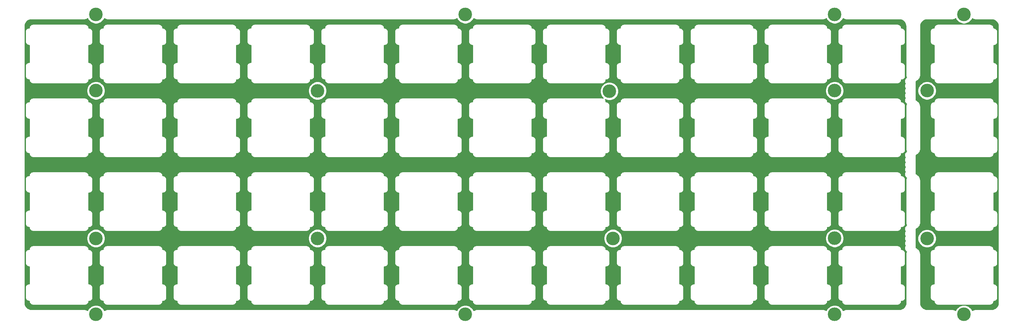
<source format=gbr>
G04 #@! TF.GenerationSoftware,KiCad,Pcbnew,(5.1.10-1-10_14)*
G04 #@! TF.CreationDate,2021-08-09T22:53:28-05:00*
G04 #@! TF.ProjectId,ori_top_plate,6f72695f-746f-4705-9f70-6c6174652e6b,rev?*
G04 #@! TF.SameCoordinates,Original*
G04 #@! TF.FileFunction,Copper,L2,Bot*
G04 #@! TF.FilePolarity,Positive*
%FSLAX46Y46*%
G04 Gerber Fmt 4.6, Leading zero omitted, Abs format (unit mm)*
G04 Created by KiCad (PCBNEW (5.1.10-1-10_14)) date 2021-08-09 22:53:28*
%MOMM*%
%LPD*%
G01*
G04 APERTURE LIST*
G04 #@! TA.AperFunction,ComponentPad*
%ADD10C,3.500000*%
G04 #@! TD*
G04 #@! TA.AperFunction,ViaPad*
%ADD11C,0.500000*%
G04 #@! TD*
G04 #@! TA.AperFunction,Conductor*
%ADD12C,0.254000*%
G04 #@! TD*
G04 #@! TA.AperFunction,Conductor*
%ADD13C,0.100000*%
G04 #@! TD*
G04 APERTURE END LIST*
D10*
X165497570Y-97631660D03*
X165523314Y-59518904D03*
X222647810Y-59531500D03*
X222647810Y-97631660D03*
X297920000Y-59660000D03*
X298848130Y-97631660D03*
X356023474Y-59518904D03*
X356023474Y-97618936D03*
X379836330Y-59518840D03*
X379836330Y-97659743D03*
X165523314Y-39873575D03*
X165523314Y-117264265D03*
X260773394Y-39873575D03*
X260773394Y-117264265D03*
X356023474Y-39873575D03*
X356023474Y-117264265D03*
X389361002Y-39873575D03*
X389361002Y-117264265D03*
D11*
X373287551Y-59518904D03*
X385194165Y-59518840D03*
D12*
X358221859Y-40919636D02*
X358275446Y-40955238D01*
X358328555Y-40991603D01*
X358337275Y-40996318D01*
X358439861Y-41050863D01*
X358499324Y-41075371D01*
X358558501Y-41100735D01*
X358567971Y-41103666D01*
X358679197Y-41137247D01*
X358742291Y-41149740D01*
X358805264Y-41163125D01*
X358815123Y-41164161D01*
X358930753Y-41175499D01*
X358930755Y-41175499D01*
X358965169Y-41178888D01*
X372657826Y-41178760D01*
X373016501Y-41213928D01*
X373328121Y-41308012D01*
X373615528Y-41460828D01*
X373867775Y-41666557D01*
X374075264Y-41917367D01*
X374230084Y-42203701D01*
X374326340Y-42514654D01*
X374363810Y-42871153D01*
X374363811Y-55386480D01*
X374367314Y-55422048D01*
X374367314Y-55437511D01*
X374368351Y-55447370D01*
X374394253Y-55678292D01*
X374407625Y-55741204D01*
X374420131Y-55804363D01*
X374423063Y-55813832D01*
X374493325Y-56035325D01*
X374518666Y-56094449D01*
X374529513Y-56120767D01*
X374388676Y-56214871D01*
X374244513Y-56359034D01*
X374131245Y-56528552D01*
X374053224Y-56716910D01*
X374013450Y-56916869D01*
X374013450Y-57120747D01*
X374053224Y-57320706D01*
X374131245Y-57509064D01*
X374221278Y-57643808D01*
X374131245Y-57778552D01*
X374053224Y-57966910D01*
X374013450Y-58166869D01*
X374013450Y-58370747D01*
X374053224Y-58570706D01*
X374131245Y-58759064D01*
X374221278Y-58893808D01*
X374131245Y-59028552D01*
X374053224Y-59216910D01*
X374013450Y-59416869D01*
X374013450Y-59620747D01*
X374053224Y-59820706D01*
X374131245Y-60009064D01*
X374221278Y-60143808D01*
X374131245Y-60278552D01*
X374053224Y-60466910D01*
X374013450Y-60666869D01*
X374013450Y-60870747D01*
X374053224Y-61070706D01*
X374131245Y-61259064D01*
X374221278Y-61393808D01*
X374131245Y-61528552D01*
X374053224Y-61716910D01*
X374013450Y-61916869D01*
X374013450Y-62120747D01*
X374053224Y-62320706D01*
X374131245Y-62509064D01*
X374244513Y-62678582D01*
X374388676Y-62822745D01*
X374529187Y-62916631D01*
X374511910Y-62958548D01*
X374486559Y-63017697D01*
X374483628Y-63027167D01*
X374416465Y-63249620D01*
X374403976Y-63312695D01*
X374390585Y-63375692D01*
X374389549Y-63385551D01*
X374366874Y-63616812D01*
X374366874Y-63616820D01*
X374363485Y-63651240D01*
X374363812Y-74436613D01*
X374367314Y-74472160D01*
X374367314Y-74487623D01*
X374368351Y-74497482D01*
X374394253Y-74728404D01*
X374407625Y-74791316D01*
X374420131Y-74854475D01*
X374423063Y-74863944D01*
X374493325Y-75085437D01*
X374518666Y-75144561D01*
X374533605Y-75180805D01*
X374388676Y-75277643D01*
X374244513Y-75421806D01*
X374131245Y-75591324D01*
X374053224Y-75779682D01*
X374013450Y-75979641D01*
X374013450Y-76183519D01*
X374053224Y-76383478D01*
X374131245Y-76571836D01*
X374221278Y-76706580D01*
X374131245Y-76841324D01*
X374053224Y-77029682D01*
X374013450Y-77229641D01*
X374013450Y-77433519D01*
X374053224Y-77633478D01*
X374131245Y-77821836D01*
X374221278Y-77956580D01*
X374131245Y-78091324D01*
X374053224Y-78279682D01*
X374013450Y-78479641D01*
X374013450Y-78683519D01*
X374053224Y-78883478D01*
X374131245Y-79071836D01*
X374221278Y-79206580D01*
X374131245Y-79341324D01*
X374053224Y-79529682D01*
X374013450Y-79729641D01*
X374013450Y-79933519D01*
X374053224Y-80133478D01*
X374131245Y-80321836D01*
X374221278Y-80456580D01*
X374131245Y-80591324D01*
X374053224Y-80779682D01*
X374013450Y-80979641D01*
X374013450Y-81183519D01*
X374053224Y-81383478D01*
X374131245Y-81571836D01*
X374244513Y-81741354D01*
X374388676Y-81885517D01*
X374525324Y-81976822D01*
X374512234Y-82008578D01*
X374486883Y-82067727D01*
X374483952Y-82077197D01*
X374416789Y-82299650D01*
X374404300Y-82362725D01*
X374390909Y-82425722D01*
X374389873Y-82435581D01*
X374367198Y-82666842D01*
X374367198Y-82666858D01*
X374363812Y-82701227D01*
X374363489Y-93486600D01*
X374367314Y-93525449D01*
X374367314Y-93537735D01*
X374368351Y-93547594D01*
X374394253Y-93778516D01*
X374407625Y-93841428D01*
X374420131Y-93904587D01*
X374423063Y-93914056D01*
X374493325Y-94135549D01*
X374518666Y-94194673D01*
X374533605Y-94230917D01*
X374388676Y-94327755D01*
X374244513Y-94471918D01*
X374131245Y-94641436D01*
X374053224Y-94829794D01*
X374013450Y-95029753D01*
X374013450Y-95233631D01*
X374053224Y-95433590D01*
X374131245Y-95621948D01*
X374221278Y-95756692D01*
X374131245Y-95891436D01*
X374053224Y-96079794D01*
X374013450Y-96279753D01*
X374013450Y-96483631D01*
X374053224Y-96683590D01*
X374131245Y-96871948D01*
X374221278Y-97006692D01*
X374131245Y-97141436D01*
X374053224Y-97329794D01*
X374013450Y-97529753D01*
X374013450Y-97733631D01*
X374053224Y-97933590D01*
X374131245Y-98121948D01*
X374221278Y-98256692D01*
X374131245Y-98391436D01*
X374053224Y-98579794D01*
X374013450Y-98779753D01*
X374013450Y-98983631D01*
X374053224Y-99183590D01*
X374131245Y-99371948D01*
X374221278Y-99506692D01*
X374131245Y-99641436D01*
X374053224Y-99829794D01*
X374013450Y-100029753D01*
X374013450Y-100233631D01*
X374053224Y-100433590D01*
X374131245Y-100621948D01*
X374244513Y-100791466D01*
X374388676Y-100935629D01*
X374525324Y-101026934D01*
X374512234Y-101058690D01*
X374486883Y-101117839D01*
X374483952Y-101127309D01*
X374416789Y-101349762D01*
X374404300Y-101412837D01*
X374390909Y-101475834D01*
X374389873Y-101485693D01*
X374367198Y-101716954D01*
X374367198Y-101716961D01*
X374363810Y-101751361D01*
X374363811Y-114253089D01*
X374328642Y-114611772D01*
X374234558Y-114923390D01*
X374081740Y-115210799D01*
X373876013Y-115463045D01*
X373625203Y-115670534D01*
X373338869Y-115825354D01*
X373027916Y-115921610D01*
X372671412Y-115959080D01*
X358965169Y-115958952D01*
X358935093Y-115961914D01*
X358931537Y-115961889D01*
X358921671Y-115962856D01*
X358864332Y-115968882D01*
X358860862Y-115969224D01*
X358860746Y-115969259D01*
X358806123Y-115975000D01*
X358743093Y-115987938D01*
X358679871Y-115999998D01*
X358670391Y-116002861D01*
X358670386Y-116002862D01*
X358670384Y-116002863D01*
X358670381Y-116002864D01*
X358559392Y-116037221D01*
X358500111Y-116062140D01*
X358440408Y-116086262D01*
X358431655Y-116090916D01*
X358329453Y-116146176D01*
X358276110Y-116182157D01*
X358222255Y-116217398D01*
X358214573Y-116223663D01*
X358184316Y-116248694D01*
X358137034Y-116134544D01*
X357876024Y-115743916D01*
X357543823Y-115411715D01*
X357153195Y-115150705D01*
X356719153Y-114970919D01*
X356258376Y-114879265D01*
X355788572Y-114879265D01*
X355327795Y-114970919D01*
X354893753Y-115150705D01*
X354503125Y-115411715D01*
X354170924Y-115743916D01*
X353909914Y-116134544D01*
X353862592Y-116248790D01*
X353825089Y-116218204D01*
X353771536Y-116182624D01*
X353718394Y-116146237D01*
X353709673Y-116141522D01*
X353607088Y-116086977D01*
X353547611Y-116062463D01*
X353488447Y-116037105D01*
X353478977Y-116034174D01*
X353367751Y-116000593D01*
X353304658Y-115988101D01*
X353241685Y-115974715D01*
X353231826Y-115973679D01*
X353116476Y-115962369D01*
X353081786Y-115958952D01*
X263715082Y-115958952D01*
X263685009Y-115961914D01*
X263681457Y-115961889D01*
X263671591Y-115962856D01*
X263614210Y-115968887D01*
X263610775Y-115969225D01*
X263610660Y-115969260D01*
X263556043Y-115975000D01*
X263493013Y-115987938D01*
X263429791Y-115999998D01*
X263420311Y-116002861D01*
X263420306Y-116002862D01*
X263420304Y-116002863D01*
X263420301Y-116002864D01*
X263309312Y-116037221D01*
X263250031Y-116062140D01*
X263190328Y-116086262D01*
X263181575Y-116090916D01*
X263079373Y-116146176D01*
X263026030Y-116182157D01*
X262972175Y-116217398D01*
X262964493Y-116223663D01*
X262934236Y-116248694D01*
X262886954Y-116134544D01*
X262625944Y-115743916D01*
X262293743Y-115411715D01*
X261903115Y-115150705D01*
X261469073Y-114970919D01*
X261008296Y-114879265D01*
X260538492Y-114879265D01*
X260077715Y-114970919D01*
X259643673Y-115150705D01*
X259253045Y-115411715D01*
X258920844Y-115743916D01*
X258659834Y-116134544D01*
X258612512Y-116248790D01*
X258575009Y-116218204D01*
X258521456Y-116182624D01*
X258468314Y-116146237D01*
X258459593Y-116141522D01*
X258357008Y-116086977D01*
X258297531Y-116062463D01*
X258238367Y-116037105D01*
X258228897Y-116034174D01*
X258117671Y-116000593D01*
X258054578Y-115988101D01*
X257991605Y-115974715D01*
X257981746Y-115973679D01*
X257866396Y-115962369D01*
X257831706Y-115958952D01*
X168465002Y-115958952D01*
X168434929Y-115961914D01*
X168431377Y-115961889D01*
X168421511Y-115962856D01*
X168364130Y-115968887D01*
X168360695Y-115969225D01*
X168360580Y-115969260D01*
X168305963Y-115975000D01*
X168242933Y-115987938D01*
X168179711Y-115999998D01*
X168170231Y-116002861D01*
X168170226Y-116002862D01*
X168170224Y-116002863D01*
X168170221Y-116002864D01*
X168059232Y-116037221D01*
X167999951Y-116062140D01*
X167940248Y-116086262D01*
X167931495Y-116090916D01*
X167829293Y-116146176D01*
X167775950Y-116182157D01*
X167722095Y-116217398D01*
X167714413Y-116223663D01*
X167684156Y-116248694D01*
X167636874Y-116134544D01*
X167375864Y-115743916D01*
X167043663Y-115411715D01*
X166653035Y-115150705D01*
X166218993Y-114970919D01*
X165758216Y-114879265D01*
X165288412Y-114879265D01*
X164827635Y-114970919D01*
X164393593Y-115150705D01*
X164002965Y-115411715D01*
X163670764Y-115743916D01*
X163409754Y-116134544D01*
X163362432Y-116248790D01*
X163324929Y-116218204D01*
X163271376Y-116182624D01*
X163218234Y-116146237D01*
X163209513Y-116141522D01*
X163106928Y-116086977D01*
X163047451Y-116062463D01*
X162988287Y-116037105D01*
X162978817Y-116034174D01*
X162867591Y-116000593D01*
X162804498Y-115988101D01*
X162741525Y-115974715D01*
X162731666Y-115973679D01*
X162616035Y-115962341D01*
X162616033Y-115962341D01*
X162581619Y-115958952D01*
X148888834Y-115959080D01*
X148530158Y-115923912D01*
X148218540Y-115829828D01*
X147931131Y-115677010D01*
X147678885Y-115471283D01*
X147471396Y-115220473D01*
X147316576Y-114934139D01*
X147220320Y-114623186D01*
X147182850Y-114266687D01*
X147182850Y-101323054D01*
X147287530Y-101323054D01*
X147287531Y-103990347D01*
X147290368Y-104019151D01*
X147290356Y-104020876D01*
X147291289Y-104030395D01*
X147294255Y-104058611D01*
X147297443Y-104090983D01*
X147298836Y-104095574D01*
X147309898Y-104149465D01*
X147321528Y-104210429D01*
X147324292Y-104219585D01*
X147341606Y-104275517D01*
X147365667Y-104332754D01*
X147388924Y-104390317D01*
X147393414Y-104398761D01*
X147421262Y-104450265D01*
X147455955Y-104501699D01*
X147489974Y-104553684D01*
X147496019Y-104561095D01*
X147533340Y-104606208D01*
X147577397Y-104649958D01*
X147620833Y-104694313D01*
X147628202Y-104700410D01*
X147673575Y-104737415D01*
X147725308Y-104771786D01*
X147776505Y-104806842D01*
X147784918Y-104811391D01*
X147784928Y-104811397D01*
X147784934Y-104811399D01*
X147836614Y-104838880D01*
X147894028Y-104862545D01*
X147951084Y-104886999D01*
X147960214Y-104889825D01*
X147960216Y-104889826D01*
X147960218Y-104889826D01*
X147960220Y-104889827D01*
X148016271Y-104906750D01*
X148077174Y-104918809D01*
X148137909Y-104931718D01*
X148138073Y-104931735D01*
X148138247Y-104931788D01*
X148143440Y-104932299D01*
X148147421Y-104932718D01*
X148205690Y-104938431D01*
X148205693Y-104938431D01*
X148238883Y-104941700D01*
X148287530Y-104941700D01*
X148287531Y-109371700D01*
X148138883Y-109371700D01*
X148110134Y-109374532D01*
X148109053Y-109374524D01*
X148099535Y-109375457D01*
X148081595Y-109377342D01*
X148038247Y-109381612D01*
X148012379Y-109389459D01*
X147999876Y-109392026D01*
X147938915Y-109403654D01*
X147929759Y-109406418D01*
X147892471Y-109417960D01*
X147835221Y-109442025D01*
X147777675Y-109465275D01*
X147769230Y-109469765D01*
X147734894Y-109488330D01*
X147683445Y-109523032D01*
X147631459Y-109557052D01*
X147624047Y-109563097D01*
X147593972Y-109587978D01*
X147550220Y-109632039D01*
X147505871Y-109675469D01*
X147499775Y-109682838D01*
X147475105Y-109713087D01*
X147440748Y-109764800D01*
X147405677Y-109816019D01*
X147401128Y-109824432D01*
X147382803Y-109858896D01*
X147359140Y-109916306D01*
X147334687Y-109973359D01*
X147331858Y-109982495D01*
X147320576Y-110019862D01*
X147308513Y-110080785D01*
X147304864Y-110097949D01*
X147297442Y-110122418D01*
X147294896Y-110148267D01*
X147294608Y-110151009D01*
X147290799Y-110189855D01*
X147290799Y-110189864D01*
X147287530Y-110223054D01*
X147287531Y-112890347D01*
X147290368Y-112919151D01*
X147290356Y-112920876D01*
X147291289Y-112930395D01*
X147294255Y-112958611D01*
X147297443Y-112990983D01*
X147298836Y-112995574D01*
X147309898Y-113049465D01*
X147321528Y-113110429D01*
X147324292Y-113119585D01*
X147341606Y-113175517D01*
X147365667Y-113232754D01*
X147388924Y-113290317D01*
X147393414Y-113298761D01*
X147421262Y-113350265D01*
X147455955Y-113401699D01*
X147489974Y-113453684D01*
X147496019Y-113461095D01*
X147533340Y-113506208D01*
X147577397Y-113549958D01*
X147620833Y-113594313D01*
X147628202Y-113600410D01*
X147673575Y-113637415D01*
X147725308Y-113671786D01*
X147776505Y-113706842D01*
X147784918Y-113711391D01*
X147784928Y-113711397D01*
X147784934Y-113711399D01*
X147836614Y-113738880D01*
X147894028Y-113762545D01*
X147951084Y-113786999D01*
X147960214Y-113789825D01*
X147960216Y-113789826D01*
X147960218Y-113789826D01*
X147960220Y-113789827D01*
X148016271Y-113806750D01*
X148077174Y-113818809D01*
X148137909Y-113831718D01*
X148138073Y-113831735D01*
X148138247Y-113831788D01*
X148143440Y-113832299D01*
X148147421Y-113832718D01*
X148205690Y-113838431D01*
X148205693Y-113838431D01*
X148238883Y-113841700D01*
X148287530Y-113841700D01*
X148287530Y-113890346D01*
X148290368Y-113919160D01*
X148290356Y-113920876D01*
X148291289Y-113930395D01*
X148294240Y-113958475D01*
X148297442Y-113990982D01*
X148298837Y-113995581D01*
X148309898Y-114049465D01*
X148321528Y-114110429D01*
X148324292Y-114119585D01*
X148341606Y-114175517D01*
X148365667Y-114232754D01*
X148388924Y-114290317D01*
X148393414Y-114298761D01*
X148421262Y-114350265D01*
X148455955Y-114401699D01*
X148489974Y-114453684D01*
X148496019Y-114461095D01*
X148533340Y-114506208D01*
X148577397Y-114549958D01*
X148620833Y-114594313D01*
X148628202Y-114600410D01*
X148673575Y-114637415D01*
X148725308Y-114671786D01*
X148776505Y-114706842D01*
X148784918Y-114711391D01*
X148784928Y-114711397D01*
X148784934Y-114711399D01*
X148836614Y-114738880D01*
X148894028Y-114762545D01*
X148951084Y-114786999D01*
X148960214Y-114789825D01*
X148960216Y-114789826D01*
X148960218Y-114789826D01*
X148960220Y-114789827D01*
X149016271Y-114806750D01*
X149077174Y-114818809D01*
X149137909Y-114831718D01*
X149138073Y-114831735D01*
X149138247Y-114831788D01*
X149143440Y-114832299D01*
X149147421Y-114832718D01*
X149205690Y-114838431D01*
X149205693Y-114838431D01*
X149238883Y-114841700D01*
X162706177Y-114841700D01*
X162734991Y-114838862D01*
X162736706Y-114838874D01*
X162746225Y-114837941D01*
X162774290Y-114834991D01*
X162806813Y-114831788D01*
X162811414Y-114830392D01*
X162865295Y-114819332D01*
X162926259Y-114807702D01*
X162935415Y-114804938D01*
X162991347Y-114787624D01*
X163048584Y-114763563D01*
X163106147Y-114740306D01*
X163114586Y-114735819D01*
X163114590Y-114735817D01*
X163114593Y-114735815D01*
X163166095Y-114707968D01*
X163217529Y-114673275D01*
X163269514Y-114639256D01*
X163276925Y-114633211D01*
X163322038Y-114595890D01*
X163365788Y-114551833D01*
X163410143Y-114508397D01*
X163416240Y-114501028D01*
X163453245Y-114455655D01*
X163487616Y-114403922D01*
X163522672Y-114352725D01*
X163527221Y-114344312D01*
X163527227Y-114344302D01*
X163527229Y-114344296D01*
X163554710Y-114292616D01*
X163578375Y-114235202D01*
X163602829Y-114178146D01*
X163605657Y-114169010D01*
X163622580Y-114112959D01*
X163634639Y-114052056D01*
X163647548Y-113991321D01*
X163647565Y-113991157D01*
X163647618Y-113990983D01*
X163648129Y-113985791D01*
X163648548Y-113981809D01*
X163654261Y-113923540D01*
X163654261Y-113923536D01*
X163657530Y-113890346D01*
X163657530Y-113841700D01*
X163806177Y-113841700D01*
X163834926Y-113838868D01*
X163836007Y-113838876D01*
X163845525Y-113837943D01*
X163863472Y-113836057D01*
X163906813Y-113831788D01*
X163932680Y-113823941D01*
X163945179Y-113821376D01*
X164006146Y-113809746D01*
X164015302Y-113806982D01*
X164052589Y-113795440D01*
X164109850Y-113771370D01*
X164167385Y-113748125D01*
X164175828Y-113743636D01*
X164175833Y-113743634D01*
X164175839Y-113743630D01*
X164210166Y-113725070D01*
X164261615Y-113690368D01*
X164313601Y-113656348D01*
X164321013Y-113650303D01*
X164351088Y-113625422D01*
X164394840Y-113581362D01*
X164439189Y-113537931D01*
X164445285Y-113530562D01*
X164469955Y-113500313D01*
X164504312Y-113448600D01*
X164539383Y-113397381D01*
X164543932Y-113388968D01*
X164562257Y-113354504D01*
X164585920Y-113297094D01*
X164610373Y-113240041D01*
X164613202Y-113230905D01*
X164624484Y-113193538D01*
X164636547Y-113132615D01*
X164640195Y-113115454D01*
X164647618Y-113090983D01*
X164650168Y-113065095D01*
X164650452Y-113062392D01*
X164654261Y-113023545D01*
X164654261Y-113023537D01*
X164657530Y-112990347D01*
X164657530Y-110323053D01*
X164654692Y-110294239D01*
X164654704Y-110292524D01*
X164653771Y-110283006D01*
X164650822Y-110254949D01*
X164647618Y-110222417D01*
X164646222Y-110217816D01*
X164635159Y-110163922D01*
X164623532Y-110102972D01*
X164620768Y-110093816D01*
X164603454Y-110037883D01*
X164579388Y-109980633D01*
X164556136Y-109923084D01*
X164551646Y-109914639D01*
X164523798Y-109863136D01*
X164489083Y-109811670D01*
X164455085Y-109759716D01*
X164449041Y-109752304D01*
X164411720Y-109707192D01*
X164367647Y-109663425D01*
X164324227Y-109619087D01*
X164316858Y-109612990D01*
X164271485Y-109575985D01*
X164219752Y-109541614D01*
X164168555Y-109506558D01*
X164160142Y-109502009D01*
X164160132Y-109502003D01*
X164160126Y-109502001D01*
X164108446Y-109474521D01*
X164051053Y-109450864D01*
X163993976Y-109426401D01*
X163984850Y-109423576D01*
X163984845Y-109423574D01*
X163984840Y-109423573D01*
X163928789Y-109406650D01*
X163867886Y-109394591D01*
X163807151Y-109381682D01*
X163806987Y-109381665D01*
X163806813Y-109381612D01*
X163801620Y-109381101D01*
X163797639Y-109380682D01*
X163739369Y-109374969D01*
X163739367Y-109374969D01*
X163706177Y-109371700D01*
X163657530Y-109371700D01*
X163657530Y-104941700D01*
X163806177Y-104941700D01*
X163834926Y-104938868D01*
X163836007Y-104938876D01*
X163845525Y-104937943D01*
X163863472Y-104936057D01*
X163906813Y-104931788D01*
X163932680Y-104923941D01*
X163945179Y-104921376D01*
X164006146Y-104909746D01*
X164015302Y-104906982D01*
X164052589Y-104895440D01*
X164109850Y-104871370D01*
X164167385Y-104848125D01*
X164175828Y-104843636D01*
X164175833Y-104843634D01*
X164175839Y-104843630D01*
X164210166Y-104825070D01*
X164261615Y-104790368D01*
X164313601Y-104756348D01*
X164321013Y-104750303D01*
X164351088Y-104725422D01*
X164394840Y-104681362D01*
X164439189Y-104637931D01*
X164445285Y-104630562D01*
X164469955Y-104600313D01*
X164504312Y-104548600D01*
X164539383Y-104497381D01*
X164543932Y-104488968D01*
X164562257Y-104454504D01*
X164585920Y-104397094D01*
X164610373Y-104340041D01*
X164613202Y-104330905D01*
X164624484Y-104293538D01*
X164636547Y-104232615D01*
X164640195Y-104215454D01*
X164647618Y-104190983D01*
X164650168Y-104165095D01*
X164650452Y-104162392D01*
X164654261Y-104123545D01*
X164654261Y-104123537D01*
X164657530Y-104090347D01*
X164657530Y-101423053D01*
X164654692Y-101394239D01*
X164654704Y-101392524D01*
X164653771Y-101383006D01*
X164650822Y-101354949D01*
X164647681Y-101323054D01*
X166337610Y-101323054D01*
X166337611Y-103990347D01*
X166340448Y-104019151D01*
X166340436Y-104020876D01*
X166341369Y-104030395D01*
X166344335Y-104058611D01*
X166347523Y-104090983D01*
X166348916Y-104095574D01*
X166359978Y-104149465D01*
X166371608Y-104210429D01*
X166374372Y-104219585D01*
X166391686Y-104275517D01*
X166415747Y-104332754D01*
X166439004Y-104390317D01*
X166443494Y-104398761D01*
X166471342Y-104450265D01*
X166506035Y-104501699D01*
X166540054Y-104553684D01*
X166546099Y-104561095D01*
X166583420Y-104606208D01*
X166627477Y-104649958D01*
X166670913Y-104694313D01*
X166678282Y-104700410D01*
X166723655Y-104737415D01*
X166775388Y-104771786D01*
X166826585Y-104806842D01*
X166834998Y-104811391D01*
X166835008Y-104811397D01*
X166835014Y-104811399D01*
X166886694Y-104838880D01*
X166944108Y-104862545D01*
X167001164Y-104886999D01*
X167010294Y-104889825D01*
X167010296Y-104889826D01*
X167010298Y-104889826D01*
X167010300Y-104889827D01*
X167066351Y-104906750D01*
X167127254Y-104918809D01*
X167187989Y-104931718D01*
X167188153Y-104931735D01*
X167188327Y-104931788D01*
X167193520Y-104932299D01*
X167197501Y-104932718D01*
X167255770Y-104938431D01*
X167255773Y-104938431D01*
X167288963Y-104941700D01*
X167337610Y-104941700D01*
X167337611Y-109371700D01*
X167188963Y-109371700D01*
X167160214Y-109374532D01*
X167159133Y-109374524D01*
X167149615Y-109375457D01*
X167131675Y-109377342D01*
X167088327Y-109381612D01*
X167062459Y-109389459D01*
X167049956Y-109392026D01*
X166988995Y-109403654D01*
X166979839Y-109406418D01*
X166942551Y-109417960D01*
X166885301Y-109442025D01*
X166827755Y-109465275D01*
X166819310Y-109469765D01*
X166784974Y-109488330D01*
X166733525Y-109523032D01*
X166681539Y-109557052D01*
X166674127Y-109563097D01*
X166644052Y-109587978D01*
X166600300Y-109632039D01*
X166555951Y-109675469D01*
X166549855Y-109682838D01*
X166525185Y-109713087D01*
X166490828Y-109764800D01*
X166455757Y-109816019D01*
X166451208Y-109824432D01*
X166432883Y-109858896D01*
X166409220Y-109916306D01*
X166384767Y-109973359D01*
X166381938Y-109982495D01*
X166370656Y-110019862D01*
X166358593Y-110080785D01*
X166354944Y-110097949D01*
X166347522Y-110122418D01*
X166344976Y-110148267D01*
X166344688Y-110151009D01*
X166340879Y-110189855D01*
X166340879Y-110189864D01*
X166337610Y-110223054D01*
X166337611Y-112890347D01*
X166340448Y-112919151D01*
X166340436Y-112920876D01*
X166341369Y-112930395D01*
X166344335Y-112958611D01*
X166347523Y-112990983D01*
X166348916Y-112995574D01*
X166359978Y-113049465D01*
X166371608Y-113110429D01*
X166374372Y-113119585D01*
X166391686Y-113175517D01*
X166415747Y-113232754D01*
X166439004Y-113290317D01*
X166443494Y-113298761D01*
X166471342Y-113350265D01*
X166506035Y-113401699D01*
X166540054Y-113453684D01*
X166546099Y-113461095D01*
X166583420Y-113506208D01*
X166627477Y-113549958D01*
X166670913Y-113594313D01*
X166678282Y-113600410D01*
X166723655Y-113637415D01*
X166775388Y-113671786D01*
X166826585Y-113706842D01*
X166834998Y-113711391D01*
X166835008Y-113711397D01*
X166835014Y-113711399D01*
X166886694Y-113738880D01*
X166944108Y-113762545D01*
X167001164Y-113786999D01*
X167010294Y-113789825D01*
X167010296Y-113789826D01*
X167010298Y-113789826D01*
X167010300Y-113789827D01*
X167066351Y-113806750D01*
X167127254Y-113818809D01*
X167187989Y-113831718D01*
X167188153Y-113831735D01*
X167188327Y-113831788D01*
X167193520Y-113832299D01*
X167197501Y-113832718D01*
X167255770Y-113838431D01*
X167255773Y-113838431D01*
X167288963Y-113841700D01*
X167337610Y-113841700D01*
X167337610Y-113890346D01*
X167340448Y-113919160D01*
X167340436Y-113920876D01*
X167341369Y-113930395D01*
X167344320Y-113958475D01*
X167347522Y-113990982D01*
X167348917Y-113995581D01*
X167359978Y-114049465D01*
X167371608Y-114110429D01*
X167374372Y-114119585D01*
X167391686Y-114175517D01*
X167415747Y-114232754D01*
X167439004Y-114290317D01*
X167443494Y-114298761D01*
X167471342Y-114350265D01*
X167506035Y-114401699D01*
X167540054Y-114453684D01*
X167546099Y-114461095D01*
X167583420Y-114506208D01*
X167627477Y-114549958D01*
X167670913Y-114594313D01*
X167678282Y-114600410D01*
X167723655Y-114637415D01*
X167775388Y-114671786D01*
X167826585Y-114706842D01*
X167834998Y-114711391D01*
X167835008Y-114711397D01*
X167835014Y-114711399D01*
X167886694Y-114738880D01*
X167944108Y-114762545D01*
X168001164Y-114786999D01*
X168010294Y-114789825D01*
X168010296Y-114789826D01*
X168010298Y-114789826D01*
X168010300Y-114789827D01*
X168066351Y-114806750D01*
X168127254Y-114818809D01*
X168187989Y-114831718D01*
X168188153Y-114831735D01*
X168188327Y-114831788D01*
X168193520Y-114832299D01*
X168197501Y-114832718D01*
X168255770Y-114838431D01*
X168255773Y-114838431D01*
X168288963Y-114841700D01*
X181756257Y-114841700D01*
X181785071Y-114838862D01*
X181786786Y-114838874D01*
X181796305Y-114837941D01*
X181824370Y-114834991D01*
X181856893Y-114831788D01*
X181861494Y-114830392D01*
X181915375Y-114819332D01*
X181976339Y-114807702D01*
X181985495Y-114804938D01*
X182041427Y-114787624D01*
X182098664Y-114763563D01*
X182156227Y-114740306D01*
X182164666Y-114735819D01*
X182164670Y-114735817D01*
X182164673Y-114735815D01*
X182216175Y-114707968D01*
X182267609Y-114673275D01*
X182319594Y-114639256D01*
X182327005Y-114633211D01*
X182372118Y-114595890D01*
X182415868Y-114551833D01*
X182460223Y-114508397D01*
X182466320Y-114501028D01*
X182503325Y-114455655D01*
X182537696Y-114403922D01*
X182572752Y-114352725D01*
X182577301Y-114344312D01*
X182577307Y-114344302D01*
X182577309Y-114344296D01*
X182604790Y-114292616D01*
X182628455Y-114235202D01*
X182652909Y-114178146D01*
X182655737Y-114169010D01*
X182672660Y-114112959D01*
X182684719Y-114052056D01*
X182697628Y-113991321D01*
X182697645Y-113991157D01*
X182697698Y-113990983D01*
X182698209Y-113985791D01*
X182698628Y-113981809D01*
X182704341Y-113923540D01*
X182704341Y-113923536D01*
X182707610Y-113890346D01*
X182707610Y-113841700D01*
X182856257Y-113841700D01*
X182885006Y-113838868D01*
X182886087Y-113838876D01*
X182895605Y-113837943D01*
X182913552Y-113836057D01*
X182956893Y-113831788D01*
X182982760Y-113823941D01*
X182995259Y-113821376D01*
X183056226Y-113809746D01*
X183065382Y-113806982D01*
X183102669Y-113795440D01*
X183159930Y-113771370D01*
X183217465Y-113748125D01*
X183225908Y-113743636D01*
X183225913Y-113743634D01*
X183225919Y-113743630D01*
X183260246Y-113725070D01*
X183311695Y-113690368D01*
X183363681Y-113656348D01*
X183371093Y-113650303D01*
X183401168Y-113625422D01*
X183444920Y-113581362D01*
X183489269Y-113537931D01*
X183495365Y-113530562D01*
X183520035Y-113500313D01*
X183554392Y-113448600D01*
X183589463Y-113397381D01*
X183594012Y-113388968D01*
X183612337Y-113354504D01*
X183636000Y-113297094D01*
X183660453Y-113240041D01*
X183663282Y-113230905D01*
X183674564Y-113193538D01*
X183686627Y-113132615D01*
X183690275Y-113115454D01*
X183697698Y-113090983D01*
X183700248Y-113065095D01*
X183700532Y-113062392D01*
X183704341Y-113023545D01*
X183704341Y-113023537D01*
X183707610Y-112990347D01*
X183707610Y-110323053D01*
X183704772Y-110294239D01*
X183704784Y-110292524D01*
X183703851Y-110283006D01*
X183700902Y-110254949D01*
X183697698Y-110222417D01*
X183696302Y-110217816D01*
X183685239Y-110163922D01*
X183673612Y-110102972D01*
X183670848Y-110093816D01*
X183653534Y-110037883D01*
X183629468Y-109980633D01*
X183606216Y-109923084D01*
X183601726Y-109914639D01*
X183573878Y-109863136D01*
X183539163Y-109811670D01*
X183505165Y-109759716D01*
X183499121Y-109752304D01*
X183461800Y-109707192D01*
X183417727Y-109663425D01*
X183374307Y-109619087D01*
X183366938Y-109612990D01*
X183321565Y-109575985D01*
X183269832Y-109541614D01*
X183218635Y-109506558D01*
X183210222Y-109502009D01*
X183210212Y-109502003D01*
X183210206Y-109502001D01*
X183158526Y-109474521D01*
X183101133Y-109450864D01*
X183044056Y-109426401D01*
X183034930Y-109423576D01*
X183034925Y-109423574D01*
X183034920Y-109423573D01*
X182978869Y-109406650D01*
X182917966Y-109394591D01*
X182857231Y-109381682D01*
X182857067Y-109381665D01*
X182856893Y-109381612D01*
X182851700Y-109381101D01*
X182847719Y-109380682D01*
X182789449Y-109374969D01*
X182789447Y-109374969D01*
X182756257Y-109371700D01*
X182707610Y-109371700D01*
X182707610Y-104941700D01*
X182856257Y-104941700D01*
X182885006Y-104938868D01*
X182886087Y-104938876D01*
X182895605Y-104937943D01*
X182913552Y-104936057D01*
X182956893Y-104931788D01*
X182982760Y-104923941D01*
X182995259Y-104921376D01*
X183056226Y-104909746D01*
X183065382Y-104906982D01*
X183102669Y-104895440D01*
X183159930Y-104871370D01*
X183217465Y-104848125D01*
X183225908Y-104843636D01*
X183225913Y-104843634D01*
X183225919Y-104843630D01*
X183260246Y-104825070D01*
X183311695Y-104790368D01*
X183363681Y-104756348D01*
X183371093Y-104750303D01*
X183401168Y-104725422D01*
X183444920Y-104681362D01*
X183489269Y-104637931D01*
X183495365Y-104630562D01*
X183520035Y-104600313D01*
X183554392Y-104548600D01*
X183589463Y-104497381D01*
X183594012Y-104488968D01*
X183612337Y-104454504D01*
X183636000Y-104397094D01*
X183660453Y-104340041D01*
X183663282Y-104330905D01*
X183674564Y-104293538D01*
X183686627Y-104232615D01*
X183690275Y-104215454D01*
X183697698Y-104190983D01*
X183700248Y-104165095D01*
X183700532Y-104162392D01*
X183704341Y-104123545D01*
X183704341Y-104123537D01*
X183707610Y-104090347D01*
X183707610Y-101423053D01*
X183704772Y-101394239D01*
X183704784Y-101392524D01*
X183703851Y-101383006D01*
X183700902Y-101354949D01*
X183697761Y-101323054D01*
X185387690Y-101323054D01*
X185387691Y-103990347D01*
X185390528Y-104019151D01*
X185390516Y-104020876D01*
X185391449Y-104030395D01*
X185394415Y-104058611D01*
X185397603Y-104090983D01*
X185398996Y-104095574D01*
X185410058Y-104149465D01*
X185421688Y-104210429D01*
X185424452Y-104219585D01*
X185441766Y-104275517D01*
X185465827Y-104332754D01*
X185489084Y-104390317D01*
X185493574Y-104398761D01*
X185521422Y-104450265D01*
X185556115Y-104501699D01*
X185590134Y-104553684D01*
X185596179Y-104561095D01*
X185633500Y-104606208D01*
X185677557Y-104649958D01*
X185720993Y-104694313D01*
X185728362Y-104700410D01*
X185773735Y-104737415D01*
X185825468Y-104771786D01*
X185876665Y-104806842D01*
X185885078Y-104811391D01*
X185885088Y-104811397D01*
X185885094Y-104811399D01*
X185936774Y-104838880D01*
X185994188Y-104862545D01*
X186051244Y-104886999D01*
X186060374Y-104889825D01*
X186060376Y-104889826D01*
X186060378Y-104889826D01*
X186060380Y-104889827D01*
X186116431Y-104906750D01*
X186177334Y-104918809D01*
X186238069Y-104931718D01*
X186238233Y-104931735D01*
X186238407Y-104931788D01*
X186243600Y-104932299D01*
X186247581Y-104932718D01*
X186305850Y-104938431D01*
X186305853Y-104938431D01*
X186339043Y-104941700D01*
X186387690Y-104941700D01*
X186387691Y-109371700D01*
X186239043Y-109371700D01*
X186210294Y-109374532D01*
X186209213Y-109374524D01*
X186199695Y-109375457D01*
X186181755Y-109377342D01*
X186138407Y-109381612D01*
X186112539Y-109389459D01*
X186100036Y-109392026D01*
X186039075Y-109403654D01*
X186029919Y-109406418D01*
X185992631Y-109417960D01*
X185935381Y-109442025D01*
X185877835Y-109465275D01*
X185869390Y-109469765D01*
X185835054Y-109488330D01*
X185783605Y-109523032D01*
X185731619Y-109557052D01*
X185724207Y-109563097D01*
X185694132Y-109587978D01*
X185650380Y-109632039D01*
X185606031Y-109675469D01*
X185599935Y-109682838D01*
X185575265Y-109713087D01*
X185540908Y-109764800D01*
X185505837Y-109816019D01*
X185501288Y-109824432D01*
X185482963Y-109858896D01*
X185459300Y-109916306D01*
X185434847Y-109973359D01*
X185432018Y-109982495D01*
X185420736Y-110019862D01*
X185408673Y-110080785D01*
X185405024Y-110097949D01*
X185397602Y-110122418D01*
X185395056Y-110148267D01*
X185394768Y-110151009D01*
X185390959Y-110189855D01*
X185390959Y-110189864D01*
X185387690Y-110223054D01*
X185387691Y-112890347D01*
X185390528Y-112919151D01*
X185390516Y-112920876D01*
X185391449Y-112930395D01*
X185394415Y-112958611D01*
X185397603Y-112990983D01*
X185398996Y-112995574D01*
X185410058Y-113049465D01*
X185421688Y-113110429D01*
X185424452Y-113119585D01*
X185441766Y-113175517D01*
X185465827Y-113232754D01*
X185489084Y-113290317D01*
X185493574Y-113298761D01*
X185521422Y-113350265D01*
X185556115Y-113401699D01*
X185590134Y-113453684D01*
X185596179Y-113461095D01*
X185633500Y-113506208D01*
X185677557Y-113549958D01*
X185720993Y-113594313D01*
X185728362Y-113600410D01*
X185773735Y-113637415D01*
X185825468Y-113671786D01*
X185876665Y-113706842D01*
X185885078Y-113711391D01*
X185885088Y-113711397D01*
X185885094Y-113711399D01*
X185936774Y-113738880D01*
X185994188Y-113762545D01*
X186051244Y-113786999D01*
X186060374Y-113789825D01*
X186060376Y-113789826D01*
X186060378Y-113789826D01*
X186060380Y-113789827D01*
X186116431Y-113806750D01*
X186177334Y-113818809D01*
X186238069Y-113831718D01*
X186238233Y-113831735D01*
X186238407Y-113831788D01*
X186243600Y-113832299D01*
X186247581Y-113832718D01*
X186305850Y-113838431D01*
X186305853Y-113838431D01*
X186339043Y-113841700D01*
X186387690Y-113841700D01*
X186387690Y-113890346D01*
X186390528Y-113919160D01*
X186390516Y-113920876D01*
X186391449Y-113930395D01*
X186394400Y-113958475D01*
X186397602Y-113990982D01*
X186398997Y-113995581D01*
X186410058Y-114049465D01*
X186421688Y-114110429D01*
X186424452Y-114119585D01*
X186441766Y-114175517D01*
X186465827Y-114232754D01*
X186489084Y-114290317D01*
X186493574Y-114298761D01*
X186521422Y-114350265D01*
X186556115Y-114401699D01*
X186590134Y-114453684D01*
X186596179Y-114461095D01*
X186633500Y-114506208D01*
X186677557Y-114549958D01*
X186720993Y-114594313D01*
X186728362Y-114600410D01*
X186773735Y-114637415D01*
X186825468Y-114671786D01*
X186876665Y-114706842D01*
X186885078Y-114711391D01*
X186885088Y-114711397D01*
X186885094Y-114711399D01*
X186936774Y-114738880D01*
X186994188Y-114762545D01*
X187051244Y-114786999D01*
X187060374Y-114789825D01*
X187060376Y-114789826D01*
X187060378Y-114789826D01*
X187060380Y-114789827D01*
X187116431Y-114806750D01*
X187177334Y-114818809D01*
X187238069Y-114831718D01*
X187238233Y-114831735D01*
X187238407Y-114831788D01*
X187243600Y-114832299D01*
X187247581Y-114832718D01*
X187305850Y-114838431D01*
X187305853Y-114838431D01*
X187339043Y-114841700D01*
X200806337Y-114841700D01*
X200835151Y-114838862D01*
X200836866Y-114838874D01*
X200846385Y-114837941D01*
X200874450Y-114834991D01*
X200906973Y-114831788D01*
X200911574Y-114830392D01*
X200965455Y-114819332D01*
X201026419Y-114807702D01*
X201035575Y-114804938D01*
X201091507Y-114787624D01*
X201148744Y-114763563D01*
X201206307Y-114740306D01*
X201214746Y-114735819D01*
X201214750Y-114735817D01*
X201214753Y-114735815D01*
X201266255Y-114707968D01*
X201317689Y-114673275D01*
X201369674Y-114639256D01*
X201377085Y-114633211D01*
X201422198Y-114595890D01*
X201465948Y-114551833D01*
X201510303Y-114508397D01*
X201516400Y-114501028D01*
X201553405Y-114455655D01*
X201587776Y-114403922D01*
X201622832Y-114352725D01*
X201627381Y-114344312D01*
X201627387Y-114344302D01*
X201627389Y-114344296D01*
X201654870Y-114292616D01*
X201678535Y-114235202D01*
X201702989Y-114178146D01*
X201705817Y-114169010D01*
X201722740Y-114112959D01*
X201734799Y-114052056D01*
X201747708Y-113991321D01*
X201747725Y-113991157D01*
X201747778Y-113990983D01*
X201748289Y-113985791D01*
X201748708Y-113981809D01*
X201754421Y-113923540D01*
X201754421Y-113923536D01*
X201757690Y-113890346D01*
X201757690Y-113841700D01*
X201906337Y-113841700D01*
X201935086Y-113838868D01*
X201936167Y-113838876D01*
X201945685Y-113837943D01*
X201963632Y-113836057D01*
X202006973Y-113831788D01*
X202032840Y-113823941D01*
X202045339Y-113821376D01*
X202106306Y-113809746D01*
X202115462Y-113806982D01*
X202152749Y-113795440D01*
X202210010Y-113771370D01*
X202267545Y-113748125D01*
X202275988Y-113743636D01*
X202275993Y-113743634D01*
X202275999Y-113743630D01*
X202310326Y-113725070D01*
X202361775Y-113690368D01*
X202413761Y-113656348D01*
X202421173Y-113650303D01*
X202451248Y-113625422D01*
X202495000Y-113581362D01*
X202539349Y-113537931D01*
X202545445Y-113530562D01*
X202570115Y-113500313D01*
X202604472Y-113448600D01*
X202639543Y-113397381D01*
X202644092Y-113388968D01*
X202662417Y-113354504D01*
X202686080Y-113297094D01*
X202710533Y-113240041D01*
X202713362Y-113230905D01*
X202724644Y-113193538D01*
X202736707Y-113132615D01*
X202740355Y-113115454D01*
X202747778Y-113090983D01*
X202750328Y-113065095D01*
X202750612Y-113062392D01*
X202754421Y-113023545D01*
X202754421Y-113023537D01*
X202757690Y-112990347D01*
X202757690Y-110323053D01*
X202754852Y-110294239D01*
X202754864Y-110292524D01*
X202753931Y-110283006D01*
X202750982Y-110254949D01*
X202747778Y-110222417D01*
X202746382Y-110217816D01*
X202735319Y-110163922D01*
X202723692Y-110102972D01*
X202720928Y-110093816D01*
X202703614Y-110037883D01*
X202679548Y-109980633D01*
X202656296Y-109923084D01*
X202651806Y-109914639D01*
X202623958Y-109863136D01*
X202589243Y-109811670D01*
X202555245Y-109759716D01*
X202549201Y-109752304D01*
X202511880Y-109707192D01*
X202467807Y-109663425D01*
X202424387Y-109619087D01*
X202417018Y-109612990D01*
X202371645Y-109575985D01*
X202319912Y-109541614D01*
X202268715Y-109506558D01*
X202260302Y-109502009D01*
X202260292Y-109502003D01*
X202260286Y-109502001D01*
X202208606Y-109474521D01*
X202151213Y-109450864D01*
X202094136Y-109426401D01*
X202085010Y-109423576D01*
X202085005Y-109423574D01*
X202085000Y-109423573D01*
X202028949Y-109406650D01*
X201968046Y-109394591D01*
X201907311Y-109381682D01*
X201907147Y-109381665D01*
X201906973Y-109381612D01*
X201901780Y-109381101D01*
X201897799Y-109380682D01*
X201839529Y-109374969D01*
X201839527Y-109374969D01*
X201806337Y-109371700D01*
X201757690Y-109371700D01*
X201757690Y-104941700D01*
X201906337Y-104941700D01*
X201935086Y-104938868D01*
X201936167Y-104938876D01*
X201945685Y-104937943D01*
X201963632Y-104936057D01*
X202006973Y-104931788D01*
X202032840Y-104923941D01*
X202045339Y-104921376D01*
X202106306Y-104909746D01*
X202115462Y-104906982D01*
X202152749Y-104895440D01*
X202210010Y-104871370D01*
X202267545Y-104848125D01*
X202275988Y-104843636D01*
X202275993Y-104843634D01*
X202275999Y-104843630D01*
X202310326Y-104825070D01*
X202361775Y-104790368D01*
X202413761Y-104756348D01*
X202421173Y-104750303D01*
X202451248Y-104725422D01*
X202495000Y-104681362D01*
X202539349Y-104637931D01*
X202545445Y-104630562D01*
X202570115Y-104600313D01*
X202604472Y-104548600D01*
X202639543Y-104497381D01*
X202644092Y-104488968D01*
X202662417Y-104454504D01*
X202686080Y-104397094D01*
X202710533Y-104340041D01*
X202713362Y-104330905D01*
X202724644Y-104293538D01*
X202736707Y-104232615D01*
X202740355Y-104215454D01*
X202747778Y-104190983D01*
X202750328Y-104165095D01*
X202750612Y-104162392D01*
X202754421Y-104123545D01*
X202754421Y-104123537D01*
X202757690Y-104090347D01*
X202757690Y-101423053D01*
X202754852Y-101394239D01*
X202754864Y-101392524D01*
X202753931Y-101383006D01*
X202750982Y-101354949D01*
X202747841Y-101323054D01*
X204437770Y-101323054D01*
X204437771Y-103990347D01*
X204440608Y-104019151D01*
X204440596Y-104020876D01*
X204441529Y-104030395D01*
X204444495Y-104058611D01*
X204447683Y-104090983D01*
X204449076Y-104095574D01*
X204460138Y-104149465D01*
X204471768Y-104210429D01*
X204474532Y-104219585D01*
X204491846Y-104275517D01*
X204515907Y-104332754D01*
X204539164Y-104390317D01*
X204543654Y-104398761D01*
X204571502Y-104450265D01*
X204606195Y-104501699D01*
X204640214Y-104553684D01*
X204646259Y-104561095D01*
X204683580Y-104606208D01*
X204727637Y-104649958D01*
X204771073Y-104694313D01*
X204778442Y-104700410D01*
X204823815Y-104737415D01*
X204875548Y-104771786D01*
X204926745Y-104806842D01*
X204935158Y-104811391D01*
X204935168Y-104811397D01*
X204935174Y-104811399D01*
X204986854Y-104838880D01*
X205044268Y-104862545D01*
X205101324Y-104886999D01*
X205110454Y-104889825D01*
X205110456Y-104889826D01*
X205110458Y-104889826D01*
X205110460Y-104889827D01*
X205166511Y-104906750D01*
X205227414Y-104918809D01*
X205288149Y-104931718D01*
X205288313Y-104931735D01*
X205288487Y-104931788D01*
X205293680Y-104932299D01*
X205297661Y-104932718D01*
X205355930Y-104938431D01*
X205355933Y-104938431D01*
X205389123Y-104941700D01*
X205437770Y-104941700D01*
X205437771Y-109371700D01*
X205289123Y-109371700D01*
X205260374Y-109374532D01*
X205259293Y-109374524D01*
X205249775Y-109375457D01*
X205231835Y-109377342D01*
X205188487Y-109381612D01*
X205162619Y-109389459D01*
X205150116Y-109392026D01*
X205089155Y-109403654D01*
X205079999Y-109406418D01*
X205042711Y-109417960D01*
X204985461Y-109442025D01*
X204927915Y-109465275D01*
X204919470Y-109469765D01*
X204885134Y-109488330D01*
X204833685Y-109523032D01*
X204781699Y-109557052D01*
X204774287Y-109563097D01*
X204744212Y-109587978D01*
X204700460Y-109632039D01*
X204656111Y-109675469D01*
X204650015Y-109682838D01*
X204625345Y-109713087D01*
X204590988Y-109764800D01*
X204555917Y-109816019D01*
X204551368Y-109824432D01*
X204533043Y-109858896D01*
X204509380Y-109916306D01*
X204484927Y-109973359D01*
X204482098Y-109982495D01*
X204470816Y-110019862D01*
X204458753Y-110080785D01*
X204455104Y-110097949D01*
X204447682Y-110122418D01*
X204445136Y-110148267D01*
X204444848Y-110151009D01*
X204441039Y-110189855D01*
X204441039Y-110189864D01*
X204437770Y-110223054D01*
X204437771Y-112890347D01*
X204440608Y-112919151D01*
X204440596Y-112920876D01*
X204441529Y-112930395D01*
X204444495Y-112958611D01*
X204447683Y-112990983D01*
X204449076Y-112995574D01*
X204460138Y-113049465D01*
X204471768Y-113110429D01*
X204474532Y-113119585D01*
X204491846Y-113175517D01*
X204515907Y-113232754D01*
X204539164Y-113290317D01*
X204543654Y-113298761D01*
X204571502Y-113350265D01*
X204606195Y-113401699D01*
X204640214Y-113453684D01*
X204646259Y-113461095D01*
X204683580Y-113506208D01*
X204727637Y-113549958D01*
X204771073Y-113594313D01*
X204778442Y-113600410D01*
X204823815Y-113637415D01*
X204875548Y-113671786D01*
X204926745Y-113706842D01*
X204935158Y-113711391D01*
X204935168Y-113711397D01*
X204935174Y-113711399D01*
X204986854Y-113738880D01*
X205044268Y-113762545D01*
X205101324Y-113786999D01*
X205110454Y-113789825D01*
X205110456Y-113789826D01*
X205110458Y-113789826D01*
X205110460Y-113789827D01*
X205166511Y-113806750D01*
X205227414Y-113818809D01*
X205288149Y-113831718D01*
X205288313Y-113831735D01*
X205288487Y-113831788D01*
X205293680Y-113832299D01*
X205297661Y-113832718D01*
X205355930Y-113838431D01*
X205355933Y-113838431D01*
X205389123Y-113841700D01*
X205437770Y-113841700D01*
X205437770Y-113890346D01*
X205440608Y-113919160D01*
X205440596Y-113920876D01*
X205441529Y-113930395D01*
X205444480Y-113958475D01*
X205447682Y-113990982D01*
X205449077Y-113995581D01*
X205460138Y-114049465D01*
X205471768Y-114110429D01*
X205474532Y-114119585D01*
X205491846Y-114175517D01*
X205515907Y-114232754D01*
X205539164Y-114290317D01*
X205543654Y-114298761D01*
X205571502Y-114350265D01*
X205606195Y-114401699D01*
X205640214Y-114453684D01*
X205646259Y-114461095D01*
X205683580Y-114506208D01*
X205727637Y-114549958D01*
X205771073Y-114594313D01*
X205778442Y-114600410D01*
X205823815Y-114637415D01*
X205875548Y-114671786D01*
X205926745Y-114706842D01*
X205935158Y-114711391D01*
X205935168Y-114711397D01*
X205935174Y-114711399D01*
X205986854Y-114738880D01*
X206044268Y-114762545D01*
X206101324Y-114786999D01*
X206110454Y-114789825D01*
X206110456Y-114789826D01*
X206110458Y-114789826D01*
X206110460Y-114789827D01*
X206166511Y-114806750D01*
X206227414Y-114818809D01*
X206288149Y-114831718D01*
X206288313Y-114831735D01*
X206288487Y-114831788D01*
X206293680Y-114832299D01*
X206297661Y-114832718D01*
X206355930Y-114838431D01*
X206355933Y-114838431D01*
X206389123Y-114841700D01*
X219856417Y-114841700D01*
X219885231Y-114838862D01*
X219886946Y-114838874D01*
X219896465Y-114837941D01*
X219924530Y-114834991D01*
X219957053Y-114831788D01*
X219961654Y-114830392D01*
X220015535Y-114819332D01*
X220076499Y-114807702D01*
X220085655Y-114804938D01*
X220141587Y-114787624D01*
X220198824Y-114763563D01*
X220256387Y-114740306D01*
X220264826Y-114735819D01*
X220264830Y-114735817D01*
X220264833Y-114735815D01*
X220316335Y-114707968D01*
X220367769Y-114673275D01*
X220419754Y-114639256D01*
X220427165Y-114633211D01*
X220472278Y-114595890D01*
X220516028Y-114551833D01*
X220560383Y-114508397D01*
X220566480Y-114501028D01*
X220603485Y-114455655D01*
X220637856Y-114403922D01*
X220672912Y-114352725D01*
X220677461Y-114344312D01*
X220677467Y-114344302D01*
X220677469Y-114344296D01*
X220704950Y-114292616D01*
X220728615Y-114235202D01*
X220753069Y-114178146D01*
X220755897Y-114169010D01*
X220772820Y-114112959D01*
X220784879Y-114052056D01*
X220797788Y-113991321D01*
X220797805Y-113991157D01*
X220797858Y-113990983D01*
X220798369Y-113985791D01*
X220798788Y-113981809D01*
X220804501Y-113923540D01*
X220804501Y-113923536D01*
X220807770Y-113890346D01*
X220807770Y-113841700D01*
X220956417Y-113841700D01*
X220985166Y-113838868D01*
X220986247Y-113838876D01*
X220995765Y-113837943D01*
X221013712Y-113836057D01*
X221057053Y-113831788D01*
X221082920Y-113823941D01*
X221095419Y-113821376D01*
X221156386Y-113809746D01*
X221165542Y-113806982D01*
X221202829Y-113795440D01*
X221260090Y-113771370D01*
X221317625Y-113748125D01*
X221326068Y-113743636D01*
X221326073Y-113743634D01*
X221326079Y-113743630D01*
X221360406Y-113725070D01*
X221411855Y-113690368D01*
X221463841Y-113656348D01*
X221471253Y-113650303D01*
X221501328Y-113625422D01*
X221545080Y-113581362D01*
X221589429Y-113537931D01*
X221595525Y-113530562D01*
X221620195Y-113500313D01*
X221654552Y-113448600D01*
X221689623Y-113397381D01*
X221694172Y-113388968D01*
X221712497Y-113354504D01*
X221736160Y-113297094D01*
X221760613Y-113240041D01*
X221763442Y-113230905D01*
X221774724Y-113193538D01*
X221786787Y-113132615D01*
X221790435Y-113115454D01*
X221797858Y-113090983D01*
X221800408Y-113065095D01*
X221800692Y-113062392D01*
X221804501Y-113023545D01*
X221804501Y-113023537D01*
X221807770Y-112990347D01*
X221807770Y-110323053D01*
X221804932Y-110294239D01*
X221804944Y-110292524D01*
X221804011Y-110283006D01*
X221801062Y-110254949D01*
X221797858Y-110222417D01*
X221796462Y-110217816D01*
X221785399Y-110163922D01*
X221773772Y-110102972D01*
X221771008Y-110093816D01*
X221753694Y-110037883D01*
X221729628Y-109980633D01*
X221706376Y-109923084D01*
X221701886Y-109914639D01*
X221674038Y-109863136D01*
X221639323Y-109811670D01*
X221605325Y-109759716D01*
X221599281Y-109752304D01*
X221561960Y-109707192D01*
X221517887Y-109663425D01*
X221474467Y-109619087D01*
X221467098Y-109612990D01*
X221421725Y-109575985D01*
X221369992Y-109541614D01*
X221318795Y-109506558D01*
X221310382Y-109502009D01*
X221310372Y-109502003D01*
X221310366Y-109502001D01*
X221258686Y-109474521D01*
X221201293Y-109450864D01*
X221144216Y-109426401D01*
X221135090Y-109423576D01*
X221135085Y-109423574D01*
X221135080Y-109423573D01*
X221079029Y-109406650D01*
X221018126Y-109394591D01*
X220957391Y-109381682D01*
X220957227Y-109381665D01*
X220957053Y-109381612D01*
X220951860Y-109381101D01*
X220947879Y-109380682D01*
X220889609Y-109374969D01*
X220889607Y-109374969D01*
X220856417Y-109371700D01*
X220807770Y-109371700D01*
X220807770Y-104941700D01*
X220956417Y-104941700D01*
X220985166Y-104938868D01*
X220986247Y-104938876D01*
X220995765Y-104937943D01*
X221013712Y-104936057D01*
X221057053Y-104931788D01*
X221082920Y-104923941D01*
X221095419Y-104921376D01*
X221156386Y-104909746D01*
X221165542Y-104906982D01*
X221202829Y-104895440D01*
X221260090Y-104871370D01*
X221317625Y-104848125D01*
X221326068Y-104843636D01*
X221326073Y-104843634D01*
X221326079Y-104843630D01*
X221360406Y-104825070D01*
X221411855Y-104790368D01*
X221463841Y-104756348D01*
X221471253Y-104750303D01*
X221501328Y-104725422D01*
X221545080Y-104681362D01*
X221589429Y-104637931D01*
X221595525Y-104630562D01*
X221620195Y-104600313D01*
X221654552Y-104548600D01*
X221689623Y-104497381D01*
X221694172Y-104488968D01*
X221712497Y-104454504D01*
X221736160Y-104397094D01*
X221760613Y-104340041D01*
X221763442Y-104330905D01*
X221774724Y-104293538D01*
X221786787Y-104232615D01*
X221790435Y-104215454D01*
X221797858Y-104190983D01*
X221800408Y-104165095D01*
X221800692Y-104162392D01*
X221804501Y-104123545D01*
X221804501Y-104123537D01*
X221807770Y-104090347D01*
X221807770Y-101423053D01*
X221804932Y-101394239D01*
X221804944Y-101392524D01*
X221804011Y-101383006D01*
X221801062Y-101354949D01*
X221797921Y-101323054D01*
X223487850Y-101323054D01*
X223487851Y-103990347D01*
X223490688Y-104019151D01*
X223490676Y-104020876D01*
X223491609Y-104030395D01*
X223494575Y-104058611D01*
X223497763Y-104090983D01*
X223499156Y-104095574D01*
X223510218Y-104149465D01*
X223521848Y-104210429D01*
X223524612Y-104219585D01*
X223541926Y-104275517D01*
X223565987Y-104332754D01*
X223589244Y-104390317D01*
X223593734Y-104398761D01*
X223621582Y-104450265D01*
X223656275Y-104501699D01*
X223690294Y-104553684D01*
X223696339Y-104561095D01*
X223733660Y-104606208D01*
X223777717Y-104649958D01*
X223821153Y-104694313D01*
X223828522Y-104700410D01*
X223873895Y-104737415D01*
X223925628Y-104771786D01*
X223976825Y-104806842D01*
X223985238Y-104811391D01*
X223985248Y-104811397D01*
X223985254Y-104811399D01*
X224036934Y-104838880D01*
X224094348Y-104862545D01*
X224151404Y-104886999D01*
X224160534Y-104889825D01*
X224160536Y-104889826D01*
X224160538Y-104889826D01*
X224160540Y-104889827D01*
X224216591Y-104906750D01*
X224277494Y-104918809D01*
X224338229Y-104931718D01*
X224338393Y-104931735D01*
X224338567Y-104931788D01*
X224343760Y-104932299D01*
X224347741Y-104932718D01*
X224406010Y-104938431D01*
X224406013Y-104938431D01*
X224439203Y-104941700D01*
X224487850Y-104941700D01*
X224487851Y-109371700D01*
X224339203Y-109371700D01*
X224310454Y-109374532D01*
X224309373Y-109374524D01*
X224299855Y-109375457D01*
X224281915Y-109377342D01*
X224238567Y-109381612D01*
X224212699Y-109389459D01*
X224200196Y-109392026D01*
X224139235Y-109403654D01*
X224130079Y-109406418D01*
X224092791Y-109417960D01*
X224035541Y-109442025D01*
X223977995Y-109465275D01*
X223969550Y-109469765D01*
X223935214Y-109488330D01*
X223883765Y-109523032D01*
X223831779Y-109557052D01*
X223824367Y-109563097D01*
X223794292Y-109587978D01*
X223750540Y-109632039D01*
X223706191Y-109675469D01*
X223700095Y-109682838D01*
X223675425Y-109713087D01*
X223641068Y-109764800D01*
X223605997Y-109816019D01*
X223601448Y-109824432D01*
X223583123Y-109858896D01*
X223559460Y-109916306D01*
X223535007Y-109973359D01*
X223532178Y-109982495D01*
X223520896Y-110019862D01*
X223508833Y-110080785D01*
X223505184Y-110097949D01*
X223497762Y-110122418D01*
X223495216Y-110148267D01*
X223494928Y-110151009D01*
X223491119Y-110189855D01*
X223491119Y-110189864D01*
X223487850Y-110223054D01*
X223487851Y-112890347D01*
X223490688Y-112919151D01*
X223490676Y-112920876D01*
X223491609Y-112930395D01*
X223494575Y-112958611D01*
X223497763Y-112990983D01*
X223499156Y-112995574D01*
X223510218Y-113049465D01*
X223521848Y-113110429D01*
X223524612Y-113119585D01*
X223541926Y-113175517D01*
X223565987Y-113232754D01*
X223589244Y-113290317D01*
X223593734Y-113298761D01*
X223621582Y-113350265D01*
X223656275Y-113401699D01*
X223690294Y-113453684D01*
X223696339Y-113461095D01*
X223733660Y-113506208D01*
X223777717Y-113549958D01*
X223821153Y-113594313D01*
X223828522Y-113600410D01*
X223873895Y-113637415D01*
X223925628Y-113671786D01*
X223976825Y-113706842D01*
X223985238Y-113711391D01*
X223985248Y-113711397D01*
X223985254Y-113711399D01*
X224036934Y-113738880D01*
X224094348Y-113762545D01*
X224151404Y-113786999D01*
X224160534Y-113789825D01*
X224160536Y-113789826D01*
X224160538Y-113789826D01*
X224160540Y-113789827D01*
X224216591Y-113806750D01*
X224277494Y-113818809D01*
X224338229Y-113831718D01*
X224338393Y-113831735D01*
X224338567Y-113831788D01*
X224343760Y-113832299D01*
X224347741Y-113832718D01*
X224406010Y-113838431D01*
X224406013Y-113838431D01*
X224439203Y-113841700D01*
X224487850Y-113841700D01*
X224487850Y-113890346D01*
X224490688Y-113919160D01*
X224490676Y-113920876D01*
X224491609Y-113930395D01*
X224494560Y-113958475D01*
X224497762Y-113990982D01*
X224499157Y-113995581D01*
X224510218Y-114049465D01*
X224521848Y-114110429D01*
X224524612Y-114119585D01*
X224541926Y-114175517D01*
X224565987Y-114232754D01*
X224589244Y-114290317D01*
X224593734Y-114298761D01*
X224621582Y-114350265D01*
X224656275Y-114401699D01*
X224690294Y-114453684D01*
X224696339Y-114461095D01*
X224733660Y-114506208D01*
X224777717Y-114549958D01*
X224821153Y-114594313D01*
X224828522Y-114600410D01*
X224873895Y-114637415D01*
X224925628Y-114671786D01*
X224976825Y-114706842D01*
X224985238Y-114711391D01*
X224985248Y-114711397D01*
X224985254Y-114711399D01*
X225036934Y-114738880D01*
X225094348Y-114762545D01*
X225151404Y-114786999D01*
X225160534Y-114789825D01*
X225160536Y-114789826D01*
X225160538Y-114789826D01*
X225160540Y-114789827D01*
X225216591Y-114806750D01*
X225277494Y-114818809D01*
X225338229Y-114831718D01*
X225338393Y-114831735D01*
X225338567Y-114831788D01*
X225343760Y-114832299D01*
X225347741Y-114832718D01*
X225406010Y-114838431D01*
X225406013Y-114838431D01*
X225439203Y-114841700D01*
X238906497Y-114841700D01*
X238935311Y-114838862D01*
X238937026Y-114838874D01*
X238946545Y-114837941D01*
X238974610Y-114834991D01*
X239007133Y-114831788D01*
X239011734Y-114830392D01*
X239065615Y-114819332D01*
X239126579Y-114807702D01*
X239135735Y-114804938D01*
X239191667Y-114787624D01*
X239248904Y-114763563D01*
X239306467Y-114740306D01*
X239314906Y-114735819D01*
X239314910Y-114735817D01*
X239314913Y-114735815D01*
X239366415Y-114707968D01*
X239417849Y-114673275D01*
X239469834Y-114639256D01*
X239477245Y-114633211D01*
X239522358Y-114595890D01*
X239566108Y-114551833D01*
X239610463Y-114508397D01*
X239616560Y-114501028D01*
X239653565Y-114455655D01*
X239687936Y-114403922D01*
X239722992Y-114352725D01*
X239727541Y-114344312D01*
X239727547Y-114344302D01*
X239727549Y-114344296D01*
X239755030Y-114292616D01*
X239778695Y-114235202D01*
X239803149Y-114178146D01*
X239805977Y-114169010D01*
X239822900Y-114112959D01*
X239834959Y-114052056D01*
X239847868Y-113991321D01*
X239847885Y-113991157D01*
X239847938Y-113990983D01*
X239848449Y-113985791D01*
X239848868Y-113981809D01*
X239854581Y-113923540D01*
X239854581Y-113923536D01*
X239857850Y-113890346D01*
X239857850Y-113841700D01*
X240006497Y-113841700D01*
X240035246Y-113838868D01*
X240036327Y-113838876D01*
X240045845Y-113837943D01*
X240063792Y-113836057D01*
X240107133Y-113831788D01*
X240133000Y-113823941D01*
X240145499Y-113821376D01*
X240206466Y-113809746D01*
X240215622Y-113806982D01*
X240252909Y-113795440D01*
X240310170Y-113771370D01*
X240367705Y-113748125D01*
X240376148Y-113743636D01*
X240376153Y-113743634D01*
X240376159Y-113743630D01*
X240410486Y-113725070D01*
X240461935Y-113690368D01*
X240513921Y-113656348D01*
X240521333Y-113650303D01*
X240551408Y-113625422D01*
X240595160Y-113581362D01*
X240639509Y-113537931D01*
X240645605Y-113530562D01*
X240670275Y-113500313D01*
X240704632Y-113448600D01*
X240739703Y-113397381D01*
X240744252Y-113388968D01*
X240762577Y-113354504D01*
X240786240Y-113297094D01*
X240810693Y-113240041D01*
X240813522Y-113230905D01*
X240824804Y-113193538D01*
X240836867Y-113132615D01*
X240840515Y-113115454D01*
X240847938Y-113090983D01*
X240850488Y-113065095D01*
X240850772Y-113062392D01*
X240854581Y-113023545D01*
X240854581Y-113023537D01*
X240857850Y-112990347D01*
X240857850Y-110323053D01*
X240855012Y-110294239D01*
X240855024Y-110292524D01*
X240854091Y-110283006D01*
X240851142Y-110254949D01*
X240847938Y-110222417D01*
X240846542Y-110217816D01*
X240835479Y-110163922D01*
X240823852Y-110102972D01*
X240821088Y-110093816D01*
X240803774Y-110037883D01*
X240779708Y-109980633D01*
X240756456Y-109923084D01*
X240751966Y-109914639D01*
X240724118Y-109863136D01*
X240689403Y-109811670D01*
X240655405Y-109759716D01*
X240649361Y-109752304D01*
X240612040Y-109707192D01*
X240567967Y-109663425D01*
X240524547Y-109619087D01*
X240517178Y-109612990D01*
X240471805Y-109575985D01*
X240420072Y-109541614D01*
X240368875Y-109506558D01*
X240360462Y-109502009D01*
X240360452Y-109502003D01*
X240360446Y-109502001D01*
X240308766Y-109474521D01*
X240251373Y-109450864D01*
X240194296Y-109426401D01*
X240185170Y-109423576D01*
X240185165Y-109423574D01*
X240185160Y-109423573D01*
X240129109Y-109406650D01*
X240068206Y-109394591D01*
X240007471Y-109381682D01*
X240007307Y-109381665D01*
X240007133Y-109381612D01*
X240001940Y-109381101D01*
X239997959Y-109380682D01*
X239939689Y-109374969D01*
X239939687Y-109374969D01*
X239906497Y-109371700D01*
X239857850Y-109371700D01*
X239857850Y-104941700D01*
X240006497Y-104941700D01*
X240035246Y-104938868D01*
X240036327Y-104938876D01*
X240045845Y-104937943D01*
X240063792Y-104936057D01*
X240107133Y-104931788D01*
X240133000Y-104923941D01*
X240145499Y-104921376D01*
X240206466Y-104909746D01*
X240215622Y-104906982D01*
X240252909Y-104895440D01*
X240310170Y-104871370D01*
X240367705Y-104848125D01*
X240376148Y-104843636D01*
X240376153Y-104843634D01*
X240376159Y-104843630D01*
X240410486Y-104825070D01*
X240461935Y-104790368D01*
X240513921Y-104756348D01*
X240521333Y-104750303D01*
X240551408Y-104725422D01*
X240595160Y-104681362D01*
X240639509Y-104637931D01*
X240645605Y-104630562D01*
X240670275Y-104600313D01*
X240704632Y-104548600D01*
X240739703Y-104497381D01*
X240744252Y-104488968D01*
X240762577Y-104454504D01*
X240786240Y-104397094D01*
X240810693Y-104340041D01*
X240813522Y-104330905D01*
X240824804Y-104293538D01*
X240836867Y-104232615D01*
X240840515Y-104215454D01*
X240847938Y-104190983D01*
X240850488Y-104165095D01*
X240850772Y-104162392D01*
X240854581Y-104123545D01*
X240854581Y-104123537D01*
X240857850Y-104090347D01*
X240857850Y-101423053D01*
X240855012Y-101394239D01*
X240855024Y-101392524D01*
X240854091Y-101383006D01*
X240851142Y-101354949D01*
X240848001Y-101323054D01*
X242537930Y-101323054D01*
X242537931Y-103990347D01*
X242540768Y-104019151D01*
X242540756Y-104020876D01*
X242541689Y-104030395D01*
X242544655Y-104058611D01*
X242547843Y-104090983D01*
X242549236Y-104095574D01*
X242560298Y-104149465D01*
X242571928Y-104210429D01*
X242574692Y-104219585D01*
X242592006Y-104275517D01*
X242616067Y-104332754D01*
X242639324Y-104390317D01*
X242643814Y-104398761D01*
X242671662Y-104450265D01*
X242706355Y-104501699D01*
X242740374Y-104553684D01*
X242746419Y-104561095D01*
X242783740Y-104606208D01*
X242827797Y-104649958D01*
X242871233Y-104694313D01*
X242878602Y-104700410D01*
X242923975Y-104737415D01*
X242975708Y-104771786D01*
X243026905Y-104806842D01*
X243035318Y-104811391D01*
X243035328Y-104811397D01*
X243035334Y-104811399D01*
X243087014Y-104838880D01*
X243144428Y-104862545D01*
X243201484Y-104886999D01*
X243210614Y-104889825D01*
X243210616Y-104889826D01*
X243210618Y-104889826D01*
X243210620Y-104889827D01*
X243266671Y-104906750D01*
X243327574Y-104918809D01*
X243388309Y-104931718D01*
X243388473Y-104931735D01*
X243388647Y-104931788D01*
X243393840Y-104932299D01*
X243397821Y-104932718D01*
X243456090Y-104938431D01*
X243456093Y-104938431D01*
X243489283Y-104941700D01*
X243537930Y-104941700D01*
X243537931Y-109371700D01*
X243389283Y-109371700D01*
X243360534Y-109374532D01*
X243359453Y-109374524D01*
X243349935Y-109375457D01*
X243331995Y-109377342D01*
X243288647Y-109381612D01*
X243262779Y-109389459D01*
X243250276Y-109392026D01*
X243189315Y-109403654D01*
X243180159Y-109406418D01*
X243142871Y-109417960D01*
X243085621Y-109442025D01*
X243028075Y-109465275D01*
X243019630Y-109469765D01*
X242985294Y-109488330D01*
X242933845Y-109523032D01*
X242881859Y-109557052D01*
X242874447Y-109563097D01*
X242844372Y-109587978D01*
X242800620Y-109632039D01*
X242756271Y-109675469D01*
X242750175Y-109682838D01*
X242725505Y-109713087D01*
X242691148Y-109764800D01*
X242656077Y-109816019D01*
X242651528Y-109824432D01*
X242633203Y-109858896D01*
X242609540Y-109916306D01*
X242585087Y-109973359D01*
X242582258Y-109982495D01*
X242570976Y-110019862D01*
X242558913Y-110080785D01*
X242555264Y-110097949D01*
X242547842Y-110122418D01*
X242545296Y-110148267D01*
X242545008Y-110151009D01*
X242541199Y-110189855D01*
X242541199Y-110189864D01*
X242537930Y-110223054D01*
X242537931Y-112890347D01*
X242540768Y-112919151D01*
X242540756Y-112920876D01*
X242541689Y-112930395D01*
X242544655Y-112958611D01*
X242547843Y-112990983D01*
X242549236Y-112995574D01*
X242560298Y-113049465D01*
X242571928Y-113110429D01*
X242574692Y-113119585D01*
X242592006Y-113175517D01*
X242616067Y-113232754D01*
X242639324Y-113290317D01*
X242643814Y-113298761D01*
X242671662Y-113350265D01*
X242706355Y-113401699D01*
X242740374Y-113453684D01*
X242746419Y-113461095D01*
X242783740Y-113506208D01*
X242827797Y-113549958D01*
X242871233Y-113594313D01*
X242878602Y-113600410D01*
X242923975Y-113637415D01*
X242975708Y-113671786D01*
X243026905Y-113706842D01*
X243035318Y-113711391D01*
X243035328Y-113711397D01*
X243035334Y-113711399D01*
X243087014Y-113738880D01*
X243144428Y-113762545D01*
X243201484Y-113786999D01*
X243210614Y-113789825D01*
X243210616Y-113789826D01*
X243210618Y-113789826D01*
X243210620Y-113789827D01*
X243266671Y-113806750D01*
X243327574Y-113818809D01*
X243388309Y-113831718D01*
X243388473Y-113831735D01*
X243388647Y-113831788D01*
X243393840Y-113832299D01*
X243397821Y-113832718D01*
X243456090Y-113838431D01*
X243456093Y-113838431D01*
X243489283Y-113841700D01*
X243537930Y-113841700D01*
X243537930Y-113890346D01*
X243540768Y-113919160D01*
X243540756Y-113920876D01*
X243541689Y-113930395D01*
X243544640Y-113958475D01*
X243547842Y-113990982D01*
X243549237Y-113995581D01*
X243560298Y-114049465D01*
X243571928Y-114110429D01*
X243574692Y-114119585D01*
X243592006Y-114175517D01*
X243616067Y-114232754D01*
X243639324Y-114290317D01*
X243643814Y-114298761D01*
X243671662Y-114350265D01*
X243706355Y-114401699D01*
X243740374Y-114453684D01*
X243746419Y-114461095D01*
X243783740Y-114506208D01*
X243827797Y-114549958D01*
X243871233Y-114594313D01*
X243878602Y-114600410D01*
X243923975Y-114637415D01*
X243975708Y-114671786D01*
X244026905Y-114706842D01*
X244035318Y-114711391D01*
X244035328Y-114711397D01*
X244035334Y-114711399D01*
X244087014Y-114738880D01*
X244144428Y-114762545D01*
X244201484Y-114786999D01*
X244210614Y-114789825D01*
X244210616Y-114789826D01*
X244210618Y-114789826D01*
X244210620Y-114789827D01*
X244266671Y-114806750D01*
X244327574Y-114818809D01*
X244388309Y-114831718D01*
X244388473Y-114831735D01*
X244388647Y-114831788D01*
X244393840Y-114832299D01*
X244397821Y-114832718D01*
X244456090Y-114838431D01*
X244456093Y-114838431D01*
X244489283Y-114841700D01*
X257956577Y-114841700D01*
X257985391Y-114838862D01*
X257987106Y-114838874D01*
X257996625Y-114837941D01*
X258024690Y-114834991D01*
X258057213Y-114831788D01*
X258061814Y-114830392D01*
X258115695Y-114819332D01*
X258176659Y-114807702D01*
X258185815Y-114804938D01*
X258241747Y-114787624D01*
X258298984Y-114763563D01*
X258356547Y-114740306D01*
X258364986Y-114735819D01*
X258364990Y-114735817D01*
X258364993Y-114735815D01*
X258416495Y-114707968D01*
X258467929Y-114673275D01*
X258519914Y-114639256D01*
X258527325Y-114633211D01*
X258572438Y-114595890D01*
X258616188Y-114551833D01*
X258660543Y-114508397D01*
X258666640Y-114501028D01*
X258703645Y-114455655D01*
X258738016Y-114403922D01*
X258773072Y-114352725D01*
X258777621Y-114344312D01*
X258777627Y-114344302D01*
X258777629Y-114344296D01*
X258805110Y-114292616D01*
X258828775Y-114235202D01*
X258853229Y-114178146D01*
X258856057Y-114169010D01*
X258872980Y-114112959D01*
X258885039Y-114052056D01*
X258897948Y-113991321D01*
X258897965Y-113991157D01*
X258898018Y-113990983D01*
X258898529Y-113985791D01*
X258898948Y-113981809D01*
X258904661Y-113923540D01*
X258904661Y-113923536D01*
X258907930Y-113890346D01*
X258907930Y-113841700D01*
X259056577Y-113841700D01*
X259085326Y-113838868D01*
X259086407Y-113838876D01*
X259095925Y-113837943D01*
X259113872Y-113836057D01*
X259157213Y-113831788D01*
X259183080Y-113823941D01*
X259195579Y-113821376D01*
X259256546Y-113809746D01*
X259265702Y-113806982D01*
X259302989Y-113795440D01*
X259360250Y-113771370D01*
X259417785Y-113748125D01*
X259426228Y-113743636D01*
X259426233Y-113743634D01*
X259426239Y-113743630D01*
X259460566Y-113725070D01*
X259512015Y-113690368D01*
X259564001Y-113656348D01*
X259571413Y-113650303D01*
X259601488Y-113625422D01*
X259645240Y-113581362D01*
X259689589Y-113537931D01*
X259695685Y-113530562D01*
X259720355Y-113500313D01*
X259754712Y-113448600D01*
X259789783Y-113397381D01*
X259794332Y-113388968D01*
X259812657Y-113354504D01*
X259836320Y-113297094D01*
X259860773Y-113240041D01*
X259863602Y-113230905D01*
X259874884Y-113193538D01*
X259886947Y-113132615D01*
X259890595Y-113115454D01*
X259898018Y-113090983D01*
X259900568Y-113065095D01*
X259900852Y-113062392D01*
X259904661Y-113023545D01*
X259904661Y-113023537D01*
X259907930Y-112990347D01*
X259907930Y-110323053D01*
X259905092Y-110294239D01*
X259905104Y-110292524D01*
X259904171Y-110283006D01*
X259901222Y-110254949D01*
X259898018Y-110222417D01*
X259896622Y-110217816D01*
X259885559Y-110163922D01*
X259873932Y-110102972D01*
X259871168Y-110093816D01*
X259853854Y-110037883D01*
X259829788Y-109980633D01*
X259806536Y-109923084D01*
X259802046Y-109914639D01*
X259774198Y-109863136D01*
X259739483Y-109811670D01*
X259705485Y-109759716D01*
X259699441Y-109752304D01*
X259662120Y-109707192D01*
X259618047Y-109663425D01*
X259574627Y-109619087D01*
X259567258Y-109612990D01*
X259521885Y-109575985D01*
X259470152Y-109541614D01*
X259418955Y-109506558D01*
X259410542Y-109502009D01*
X259410532Y-109502003D01*
X259410526Y-109502001D01*
X259358846Y-109474521D01*
X259301453Y-109450864D01*
X259244376Y-109426401D01*
X259235250Y-109423576D01*
X259235245Y-109423574D01*
X259235240Y-109423573D01*
X259179189Y-109406650D01*
X259118286Y-109394591D01*
X259057551Y-109381682D01*
X259057387Y-109381665D01*
X259057213Y-109381612D01*
X259052020Y-109381101D01*
X259048039Y-109380682D01*
X258989769Y-109374969D01*
X258989767Y-109374969D01*
X258956577Y-109371700D01*
X258907930Y-109371700D01*
X258907930Y-104941700D01*
X259056577Y-104941700D01*
X259085326Y-104938868D01*
X259086407Y-104938876D01*
X259095925Y-104937943D01*
X259113872Y-104936057D01*
X259157213Y-104931788D01*
X259183080Y-104923941D01*
X259195579Y-104921376D01*
X259256546Y-104909746D01*
X259265702Y-104906982D01*
X259302989Y-104895440D01*
X259360250Y-104871370D01*
X259417785Y-104848125D01*
X259426228Y-104843636D01*
X259426233Y-104843634D01*
X259426239Y-104843630D01*
X259460566Y-104825070D01*
X259512015Y-104790368D01*
X259564001Y-104756348D01*
X259571413Y-104750303D01*
X259601488Y-104725422D01*
X259645240Y-104681362D01*
X259689589Y-104637931D01*
X259695685Y-104630562D01*
X259720355Y-104600313D01*
X259754712Y-104548600D01*
X259789783Y-104497381D01*
X259794332Y-104488968D01*
X259812657Y-104454504D01*
X259836320Y-104397094D01*
X259860773Y-104340041D01*
X259863602Y-104330905D01*
X259874884Y-104293538D01*
X259886947Y-104232615D01*
X259890595Y-104215454D01*
X259898018Y-104190983D01*
X259900568Y-104165095D01*
X259900852Y-104162392D01*
X259904661Y-104123545D01*
X259904661Y-104123537D01*
X259907930Y-104090347D01*
X259907930Y-101423053D01*
X259905092Y-101394239D01*
X259905104Y-101392524D01*
X259904171Y-101383006D01*
X259901222Y-101354949D01*
X259898081Y-101323054D01*
X261588010Y-101323054D01*
X261588011Y-103990347D01*
X261590848Y-104019151D01*
X261590836Y-104020876D01*
X261591769Y-104030395D01*
X261594735Y-104058611D01*
X261597923Y-104090983D01*
X261599316Y-104095574D01*
X261610378Y-104149465D01*
X261622008Y-104210429D01*
X261624772Y-104219585D01*
X261642086Y-104275517D01*
X261666147Y-104332754D01*
X261689404Y-104390317D01*
X261693894Y-104398761D01*
X261721742Y-104450265D01*
X261756435Y-104501699D01*
X261790454Y-104553684D01*
X261796499Y-104561095D01*
X261833820Y-104606208D01*
X261877877Y-104649958D01*
X261921313Y-104694313D01*
X261928682Y-104700410D01*
X261974055Y-104737415D01*
X262025788Y-104771786D01*
X262076985Y-104806842D01*
X262085398Y-104811391D01*
X262085408Y-104811397D01*
X262085414Y-104811399D01*
X262137094Y-104838880D01*
X262194508Y-104862545D01*
X262251564Y-104886999D01*
X262260694Y-104889825D01*
X262260696Y-104889826D01*
X262260698Y-104889826D01*
X262260700Y-104889827D01*
X262316751Y-104906750D01*
X262377654Y-104918809D01*
X262438389Y-104931718D01*
X262438553Y-104931735D01*
X262438727Y-104931788D01*
X262443920Y-104932299D01*
X262447901Y-104932718D01*
X262506170Y-104938431D01*
X262506173Y-104938431D01*
X262539363Y-104941700D01*
X262588010Y-104941700D01*
X262588011Y-109371700D01*
X262439363Y-109371700D01*
X262410614Y-109374532D01*
X262409533Y-109374524D01*
X262400015Y-109375457D01*
X262382075Y-109377342D01*
X262338727Y-109381612D01*
X262312859Y-109389459D01*
X262300356Y-109392026D01*
X262239395Y-109403654D01*
X262230239Y-109406418D01*
X262192951Y-109417960D01*
X262135701Y-109442025D01*
X262078155Y-109465275D01*
X262069710Y-109469765D01*
X262035374Y-109488330D01*
X261983925Y-109523032D01*
X261931939Y-109557052D01*
X261924527Y-109563097D01*
X261894452Y-109587978D01*
X261850700Y-109632039D01*
X261806351Y-109675469D01*
X261800255Y-109682838D01*
X261775585Y-109713087D01*
X261741228Y-109764800D01*
X261706157Y-109816019D01*
X261701608Y-109824432D01*
X261683283Y-109858896D01*
X261659620Y-109916306D01*
X261635167Y-109973359D01*
X261632338Y-109982495D01*
X261621056Y-110019862D01*
X261608993Y-110080785D01*
X261605344Y-110097949D01*
X261597922Y-110122418D01*
X261595376Y-110148267D01*
X261595088Y-110151009D01*
X261591279Y-110189855D01*
X261591279Y-110189864D01*
X261588010Y-110223054D01*
X261588011Y-112890347D01*
X261590848Y-112919151D01*
X261590836Y-112920876D01*
X261591769Y-112930395D01*
X261594735Y-112958611D01*
X261597923Y-112990983D01*
X261599316Y-112995574D01*
X261610378Y-113049465D01*
X261622008Y-113110429D01*
X261624772Y-113119585D01*
X261642086Y-113175517D01*
X261666147Y-113232754D01*
X261689404Y-113290317D01*
X261693894Y-113298761D01*
X261721742Y-113350265D01*
X261756435Y-113401699D01*
X261790454Y-113453684D01*
X261796499Y-113461095D01*
X261833820Y-113506208D01*
X261877877Y-113549958D01*
X261921313Y-113594313D01*
X261928682Y-113600410D01*
X261974055Y-113637415D01*
X262025788Y-113671786D01*
X262076985Y-113706842D01*
X262085398Y-113711391D01*
X262085408Y-113711397D01*
X262085414Y-113711399D01*
X262137094Y-113738880D01*
X262194508Y-113762545D01*
X262251564Y-113786999D01*
X262260694Y-113789825D01*
X262260696Y-113789826D01*
X262260698Y-113789826D01*
X262260700Y-113789827D01*
X262316751Y-113806750D01*
X262377654Y-113818809D01*
X262438389Y-113831718D01*
X262438553Y-113831735D01*
X262438727Y-113831788D01*
X262443920Y-113832299D01*
X262447901Y-113832718D01*
X262506170Y-113838431D01*
X262506173Y-113838431D01*
X262539363Y-113841700D01*
X262588010Y-113841700D01*
X262588010Y-113890346D01*
X262590848Y-113919160D01*
X262590836Y-113920876D01*
X262591769Y-113930395D01*
X262594720Y-113958475D01*
X262597922Y-113990982D01*
X262599317Y-113995581D01*
X262610378Y-114049465D01*
X262622008Y-114110429D01*
X262624772Y-114119585D01*
X262642086Y-114175517D01*
X262666147Y-114232754D01*
X262689404Y-114290317D01*
X262693894Y-114298761D01*
X262721742Y-114350265D01*
X262756435Y-114401699D01*
X262790454Y-114453684D01*
X262796499Y-114461095D01*
X262833820Y-114506208D01*
X262877877Y-114549958D01*
X262921313Y-114594313D01*
X262928682Y-114600410D01*
X262974055Y-114637415D01*
X263025788Y-114671786D01*
X263076985Y-114706842D01*
X263085398Y-114711391D01*
X263085408Y-114711397D01*
X263085414Y-114711399D01*
X263137094Y-114738880D01*
X263194508Y-114762545D01*
X263251564Y-114786999D01*
X263260694Y-114789825D01*
X263260696Y-114789826D01*
X263260698Y-114789826D01*
X263260700Y-114789827D01*
X263316751Y-114806750D01*
X263377654Y-114818809D01*
X263438389Y-114831718D01*
X263438553Y-114831735D01*
X263438727Y-114831788D01*
X263443920Y-114832299D01*
X263447901Y-114832718D01*
X263506170Y-114838431D01*
X263506173Y-114838431D01*
X263539363Y-114841700D01*
X277006657Y-114841700D01*
X277035471Y-114838862D01*
X277037186Y-114838874D01*
X277046705Y-114837941D01*
X277074770Y-114834991D01*
X277107293Y-114831788D01*
X277111894Y-114830392D01*
X277165775Y-114819332D01*
X277226739Y-114807702D01*
X277235895Y-114804938D01*
X277291827Y-114787624D01*
X277349064Y-114763563D01*
X277406627Y-114740306D01*
X277415066Y-114735819D01*
X277415070Y-114735817D01*
X277415073Y-114735815D01*
X277466575Y-114707968D01*
X277518009Y-114673275D01*
X277569994Y-114639256D01*
X277577405Y-114633211D01*
X277622518Y-114595890D01*
X277666268Y-114551833D01*
X277710623Y-114508397D01*
X277716720Y-114501028D01*
X277753725Y-114455655D01*
X277788096Y-114403922D01*
X277823152Y-114352725D01*
X277827701Y-114344312D01*
X277827707Y-114344302D01*
X277827709Y-114344296D01*
X277855190Y-114292616D01*
X277878855Y-114235202D01*
X277903309Y-114178146D01*
X277906137Y-114169010D01*
X277923060Y-114112959D01*
X277935119Y-114052056D01*
X277948028Y-113991321D01*
X277948045Y-113991157D01*
X277948098Y-113990983D01*
X277948609Y-113985791D01*
X277949028Y-113981809D01*
X277954741Y-113923540D01*
X277954741Y-113923536D01*
X277958010Y-113890346D01*
X277958010Y-113841700D01*
X278106657Y-113841700D01*
X278135406Y-113838868D01*
X278136487Y-113838876D01*
X278146005Y-113837943D01*
X278163952Y-113836057D01*
X278207293Y-113831788D01*
X278233160Y-113823941D01*
X278245659Y-113821376D01*
X278306626Y-113809746D01*
X278315782Y-113806982D01*
X278353069Y-113795440D01*
X278410330Y-113771370D01*
X278467865Y-113748125D01*
X278476308Y-113743636D01*
X278476313Y-113743634D01*
X278476319Y-113743630D01*
X278510646Y-113725070D01*
X278562095Y-113690368D01*
X278614081Y-113656348D01*
X278621493Y-113650303D01*
X278651568Y-113625422D01*
X278695320Y-113581362D01*
X278739669Y-113537931D01*
X278745765Y-113530562D01*
X278770435Y-113500313D01*
X278804792Y-113448600D01*
X278839863Y-113397381D01*
X278844412Y-113388968D01*
X278862737Y-113354504D01*
X278886400Y-113297094D01*
X278910853Y-113240041D01*
X278913682Y-113230905D01*
X278924964Y-113193538D01*
X278937027Y-113132615D01*
X278940675Y-113115454D01*
X278948098Y-113090983D01*
X278950648Y-113065095D01*
X278950932Y-113062392D01*
X278954741Y-113023545D01*
X278954741Y-113023537D01*
X278958010Y-112990347D01*
X278958010Y-110323053D01*
X278955172Y-110294239D01*
X278955184Y-110292524D01*
X278954251Y-110283006D01*
X278951302Y-110254949D01*
X278948098Y-110222417D01*
X278946702Y-110217816D01*
X278935639Y-110163922D01*
X278924012Y-110102972D01*
X278921248Y-110093816D01*
X278903934Y-110037883D01*
X278879868Y-109980633D01*
X278856616Y-109923084D01*
X278852126Y-109914639D01*
X278824278Y-109863136D01*
X278789563Y-109811670D01*
X278755565Y-109759716D01*
X278749521Y-109752304D01*
X278712200Y-109707192D01*
X278668127Y-109663425D01*
X278624707Y-109619087D01*
X278617338Y-109612990D01*
X278571965Y-109575985D01*
X278520232Y-109541614D01*
X278469035Y-109506558D01*
X278460622Y-109502009D01*
X278460612Y-109502003D01*
X278460606Y-109502001D01*
X278408926Y-109474521D01*
X278351533Y-109450864D01*
X278294456Y-109426401D01*
X278285330Y-109423576D01*
X278285325Y-109423574D01*
X278285320Y-109423573D01*
X278229269Y-109406650D01*
X278168366Y-109394591D01*
X278107631Y-109381682D01*
X278107467Y-109381665D01*
X278107293Y-109381612D01*
X278102100Y-109381101D01*
X278098119Y-109380682D01*
X278039849Y-109374969D01*
X278039847Y-109374969D01*
X278006657Y-109371700D01*
X277958010Y-109371700D01*
X277958010Y-104941700D01*
X278106657Y-104941700D01*
X278135406Y-104938868D01*
X278136487Y-104938876D01*
X278146005Y-104937943D01*
X278163952Y-104936057D01*
X278207293Y-104931788D01*
X278233160Y-104923941D01*
X278245659Y-104921376D01*
X278306626Y-104909746D01*
X278315782Y-104906982D01*
X278353069Y-104895440D01*
X278410330Y-104871370D01*
X278467865Y-104848125D01*
X278476308Y-104843636D01*
X278476313Y-104843634D01*
X278476319Y-104843630D01*
X278510646Y-104825070D01*
X278562095Y-104790368D01*
X278614081Y-104756348D01*
X278621493Y-104750303D01*
X278651568Y-104725422D01*
X278695320Y-104681362D01*
X278739669Y-104637931D01*
X278745765Y-104630562D01*
X278770435Y-104600313D01*
X278804792Y-104548600D01*
X278839863Y-104497381D01*
X278844412Y-104488968D01*
X278862737Y-104454504D01*
X278886400Y-104397094D01*
X278910853Y-104340041D01*
X278913682Y-104330905D01*
X278924964Y-104293538D01*
X278937027Y-104232615D01*
X278940675Y-104215454D01*
X278948098Y-104190983D01*
X278950648Y-104165095D01*
X278950932Y-104162392D01*
X278954741Y-104123545D01*
X278954741Y-104123537D01*
X278958010Y-104090347D01*
X278958010Y-101423053D01*
X278955172Y-101394239D01*
X278955184Y-101392524D01*
X278954251Y-101383006D01*
X278951302Y-101354949D01*
X278948161Y-101323054D01*
X280638090Y-101323054D01*
X280638091Y-103990347D01*
X280640928Y-104019151D01*
X280640916Y-104020876D01*
X280641849Y-104030395D01*
X280644815Y-104058611D01*
X280648003Y-104090983D01*
X280649396Y-104095574D01*
X280660458Y-104149465D01*
X280672088Y-104210429D01*
X280674852Y-104219585D01*
X280692166Y-104275517D01*
X280716227Y-104332754D01*
X280739484Y-104390317D01*
X280743974Y-104398761D01*
X280771822Y-104450265D01*
X280806515Y-104501699D01*
X280840534Y-104553684D01*
X280846579Y-104561095D01*
X280883900Y-104606208D01*
X280927957Y-104649958D01*
X280971393Y-104694313D01*
X280978762Y-104700410D01*
X281024135Y-104737415D01*
X281075868Y-104771786D01*
X281127065Y-104806842D01*
X281135478Y-104811391D01*
X281135488Y-104811397D01*
X281135494Y-104811399D01*
X281187174Y-104838880D01*
X281244588Y-104862545D01*
X281301644Y-104886999D01*
X281310774Y-104889825D01*
X281310776Y-104889826D01*
X281310778Y-104889826D01*
X281310780Y-104889827D01*
X281366831Y-104906750D01*
X281427734Y-104918809D01*
X281488469Y-104931718D01*
X281488633Y-104931735D01*
X281488807Y-104931788D01*
X281494000Y-104932299D01*
X281497981Y-104932718D01*
X281556250Y-104938431D01*
X281556253Y-104938431D01*
X281589443Y-104941700D01*
X281638090Y-104941700D01*
X281638091Y-109371700D01*
X281489443Y-109371700D01*
X281460694Y-109374532D01*
X281459613Y-109374524D01*
X281450095Y-109375457D01*
X281432155Y-109377342D01*
X281388807Y-109381612D01*
X281362939Y-109389459D01*
X281350436Y-109392026D01*
X281289475Y-109403654D01*
X281280319Y-109406418D01*
X281243031Y-109417960D01*
X281185781Y-109442025D01*
X281128235Y-109465275D01*
X281119790Y-109469765D01*
X281085454Y-109488330D01*
X281034005Y-109523032D01*
X280982019Y-109557052D01*
X280974607Y-109563097D01*
X280944532Y-109587978D01*
X280900780Y-109632039D01*
X280856431Y-109675469D01*
X280850335Y-109682838D01*
X280825665Y-109713087D01*
X280791308Y-109764800D01*
X280756237Y-109816019D01*
X280751688Y-109824432D01*
X280733363Y-109858896D01*
X280709700Y-109916306D01*
X280685247Y-109973359D01*
X280682418Y-109982495D01*
X280671136Y-110019862D01*
X280659073Y-110080785D01*
X280655424Y-110097949D01*
X280648002Y-110122418D01*
X280645456Y-110148267D01*
X280645168Y-110151009D01*
X280641359Y-110189855D01*
X280641359Y-110189864D01*
X280638090Y-110223054D01*
X280638091Y-112890347D01*
X280640928Y-112919151D01*
X280640916Y-112920876D01*
X280641849Y-112930395D01*
X280644815Y-112958611D01*
X280648003Y-112990983D01*
X280649396Y-112995574D01*
X280660458Y-113049465D01*
X280672088Y-113110429D01*
X280674852Y-113119585D01*
X280692166Y-113175517D01*
X280716227Y-113232754D01*
X280739484Y-113290317D01*
X280743974Y-113298761D01*
X280771822Y-113350265D01*
X280806515Y-113401699D01*
X280840534Y-113453684D01*
X280846579Y-113461095D01*
X280883900Y-113506208D01*
X280927957Y-113549958D01*
X280971393Y-113594313D01*
X280978762Y-113600410D01*
X281024135Y-113637415D01*
X281075868Y-113671786D01*
X281127065Y-113706842D01*
X281135478Y-113711391D01*
X281135488Y-113711397D01*
X281135494Y-113711399D01*
X281187174Y-113738880D01*
X281244588Y-113762545D01*
X281301644Y-113786999D01*
X281310774Y-113789825D01*
X281310776Y-113789826D01*
X281310778Y-113789826D01*
X281310780Y-113789827D01*
X281366831Y-113806750D01*
X281427734Y-113818809D01*
X281488469Y-113831718D01*
X281488633Y-113831735D01*
X281488807Y-113831788D01*
X281494000Y-113832299D01*
X281497981Y-113832718D01*
X281556250Y-113838431D01*
X281556253Y-113838431D01*
X281589443Y-113841700D01*
X281638090Y-113841700D01*
X281638090Y-113890346D01*
X281640928Y-113919160D01*
X281640916Y-113920876D01*
X281641849Y-113930395D01*
X281644800Y-113958475D01*
X281648002Y-113990982D01*
X281649397Y-113995581D01*
X281660458Y-114049465D01*
X281672088Y-114110429D01*
X281674852Y-114119585D01*
X281692166Y-114175517D01*
X281716227Y-114232754D01*
X281739484Y-114290317D01*
X281743974Y-114298761D01*
X281771822Y-114350265D01*
X281806515Y-114401699D01*
X281840534Y-114453684D01*
X281846579Y-114461095D01*
X281883900Y-114506208D01*
X281927957Y-114549958D01*
X281971393Y-114594313D01*
X281978762Y-114600410D01*
X282024135Y-114637415D01*
X282075868Y-114671786D01*
X282127065Y-114706842D01*
X282135478Y-114711391D01*
X282135488Y-114711397D01*
X282135494Y-114711399D01*
X282187174Y-114738880D01*
X282244588Y-114762545D01*
X282301644Y-114786999D01*
X282310774Y-114789825D01*
X282310776Y-114789826D01*
X282310778Y-114789826D01*
X282310780Y-114789827D01*
X282366831Y-114806750D01*
X282427734Y-114818809D01*
X282488469Y-114831718D01*
X282488633Y-114831735D01*
X282488807Y-114831788D01*
X282494000Y-114832299D01*
X282497981Y-114832718D01*
X282556250Y-114838431D01*
X282556253Y-114838431D01*
X282589443Y-114841700D01*
X296056737Y-114841700D01*
X296085551Y-114838862D01*
X296087266Y-114838874D01*
X296096785Y-114837941D01*
X296124850Y-114834991D01*
X296157373Y-114831788D01*
X296161974Y-114830392D01*
X296215855Y-114819332D01*
X296276819Y-114807702D01*
X296285975Y-114804938D01*
X296341907Y-114787624D01*
X296399144Y-114763563D01*
X296456707Y-114740306D01*
X296465146Y-114735819D01*
X296465150Y-114735817D01*
X296465153Y-114735815D01*
X296516655Y-114707968D01*
X296568089Y-114673275D01*
X296620074Y-114639256D01*
X296627485Y-114633211D01*
X296672598Y-114595890D01*
X296716348Y-114551833D01*
X296760703Y-114508397D01*
X296766800Y-114501028D01*
X296803805Y-114455655D01*
X296838176Y-114403922D01*
X296873232Y-114352725D01*
X296877781Y-114344312D01*
X296877787Y-114344302D01*
X296877789Y-114344296D01*
X296905270Y-114292616D01*
X296928935Y-114235202D01*
X296953389Y-114178146D01*
X296956217Y-114169010D01*
X296973140Y-114112959D01*
X296985199Y-114052056D01*
X296998108Y-113991321D01*
X296998125Y-113991157D01*
X296998178Y-113990983D01*
X296998689Y-113985791D01*
X296999108Y-113981809D01*
X297004821Y-113923540D01*
X297004821Y-113923536D01*
X297008090Y-113890346D01*
X297008090Y-113841700D01*
X297156737Y-113841700D01*
X297185486Y-113838868D01*
X297186567Y-113838876D01*
X297196085Y-113837943D01*
X297214032Y-113836057D01*
X297257373Y-113831788D01*
X297283240Y-113823941D01*
X297295739Y-113821376D01*
X297356706Y-113809746D01*
X297365862Y-113806982D01*
X297403149Y-113795440D01*
X297460410Y-113771370D01*
X297517945Y-113748125D01*
X297526388Y-113743636D01*
X297526393Y-113743634D01*
X297526399Y-113743630D01*
X297560726Y-113725070D01*
X297612175Y-113690368D01*
X297664161Y-113656348D01*
X297671573Y-113650303D01*
X297701648Y-113625422D01*
X297745400Y-113581362D01*
X297789749Y-113537931D01*
X297795845Y-113530562D01*
X297820515Y-113500313D01*
X297854872Y-113448600D01*
X297889943Y-113397381D01*
X297894492Y-113388968D01*
X297912817Y-113354504D01*
X297936480Y-113297094D01*
X297960933Y-113240041D01*
X297963762Y-113230905D01*
X297975044Y-113193538D01*
X297987107Y-113132615D01*
X297990755Y-113115454D01*
X297998178Y-113090983D01*
X298000728Y-113065095D01*
X298001012Y-113062392D01*
X298004821Y-113023545D01*
X298004821Y-113023537D01*
X298008090Y-112990347D01*
X298008090Y-110323053D01*
X298005252Y-110294239D01*
X298005264Y-110292524D01*
X298004331Y-110283006D01*
X298001382Y-110254949D01*
X297998178Y-110222417D01*
X297996782Y-110217816D01*
X297985719Y-110163922D01*
X297974092Y-110102972D01*
X297971328Y-110093816D01*
X297954014Y-110037883D01*
X297929948Y-109980633D01*
X297906696Y-109923084D01*
X297902206Y-109914639D01*
X297874358Y-109863136D01*
X297839643Y-109811670D01*
X297805645Y-109759716D01*
X297799601Y-109752304D01*
X297762280Y-109707192D01*
X297718207Y-109663425D01*
X297674787Y-109619087D01*
X297667418Y-109612990D01*
X297622045Y-109575985D01*
X297570312Y-109541614D01*
X297519115Y-109506558D01*
X297510702Y-109502009D01*
X297510692Y-109502003D01*
X297510686Y-109502001D01*
X297459006Y-109474521D01*
X297401613Y-109450864D01*
X297344536Y-109426401D01*
X297335410Y-109423576D01*
X297335405Y-109423574D01*
X297335400Y-109423573D01*
X297279349Y-109406650D01*
X297218446Y-109394591D01*
X297157711Y-109381682D01*
X297157547Y-109381665D01*
X297157373Y-109381612D01*
X297152180Y-109381101D01*
X297148199Y-109380682D01*
X297089929Y-109374969D01*
X297089927Y-109374969D01*
X297056737Y-109371700D01*
X297008090Y-109371700D01*
X297008090Y-104941700D01*
X297156737Y-104941700D01*
X297185486Y-104938868D01*
X297186567Y-104938876D01*
X297196085Y-104937943D01*
X297214032Y-104936057D01*
X297257373Y-104931788D01*
X297283240Y-104923941D01*
X297295739Y-104921376D01*
X297356706Y-104909746D01*
X297365862Y-104906982D01*
X297403149Y-104895440D01*
X297460410Y-104871370D01*
X297517945Y-104848125D01*
X297526388Y-104843636D01*
X297526393Y-104843634D01*
X297526399Y-104843630D01*
X297560726Y-104825070D01*
X297612175Y-104790368D01*
X297664161Y-104756348D01*
X297671573Y-104750303D01*
X297701648Y-104725422D01*
X297745400Y-104681362D01*
X297789749Y-104637931D01*
X297795845Y-104630562D01*
X297820515Y-104600313D01*
X297854872Y-104548600D01*
X297889943Y-104497381D01*
X297894492Y-104488968D01*
X297912817Y-104454504D01*
X297936480Y-104397094D01*
X297960933Y-104340041D01*
X297963762Y-104330905D01*
X297975044Y-104293538D01*
X297987107Y-104232615D01*
X297990755Y-104215454D01*
X297998178Y-104190983D01*
X298000728Y-104165095D01*
X298001012Y-104162392D01*
X298004821Y-104123545D01*
X298004821Y-104123537D01*
X298008090Y-104090347D01*
X298008090Y-101423053D01*
X298005252Y-101394239D01*
X298005264Y-101392524D01*
X298004331Y-101383006D01*
X298001382Y-101354949D01*
X297998241Y-101323054D01*
X299688170Y-101323054D01*
X299688171Y-103990347D01*
X299691008Y-104019151D01*
X299690996Y-104020876D01*
X299691929Y-104030395D01*
X299694895Y-104058611D01*
X299698083Y-104090983D01*
X299699476Y-104095574D01*
X299710538Y-104149465D01*
X299722168Y-104210429D01*
X299724932Y-104219585D01*
X299742246Y-104275517D01*
X299766307Y-104332754D01*
X299789564Y-104390317D01*
X299794054Y-104398761D01*
X299821902Y-104450265D01*
X299856595Y-104501699D01*
X299890614Y-104553684D01*
X299896659Y-104561095D01*
X299933980Y-104606208D01*
X299978037Y-104649958D01*
X300021473Y-104694313D01*
X300028842Y-104700410D01*
X300074215Y-104737415D01*
X300125948Y-104771786D01*
X300177145Y-104806842D01*
X300185558Y-104811391D01*
X300185568Y-104811397D01*
X300185574Y-104811399D01*
X300237254Y-104838880D01*
X300294668Y-104862545D01*
X300351724Y-104886999D01*
X300360854Y-104889825D01*
X300360856Y-104889826D01*
X300360858Y-104889826D01*
X300360860Y-104889827D01*
X300416911Y-104906750D01*
X300477814Y-104918809D01*
X300538549Y-104931718D01*
X300538713Y-104931735D01*
X300538887Y-104931788D01*
X300544080Y-104932299D01*
X300548061Y-104932718D01*
X300606330Y-104938431D01*
X300606333Y-104938431D01*
X300639523Y-104941700D01*
X300688170Y-104941700D01*
X300688171Y-109371700D01*
X300539523Y-109371700D01*
X300510774Y-109374532D01*
X300509693Y-109374524D01*
X300500175Y-109375457D01*
X300482235Y-109377342D01*
X300438887Y-109381612D01*
X300413019Y-109389459D01*
X300400516Y-109392026D01*
X300339555Y-109403654D01*
X300330399Y-109406418D01*
X300293111Y-109417960D01*
X300235861Y-109442025D01*
X300178315Y-109465275D01*
X300169870Y-109469765D01*
X300135534Y-109488330D01*
X300084085Y-109523032D01*
X300032099Y-109557052D01*
X300024687Y-109563097D01*
X299994612Y-109587978D01*
X299950860Y-109632039D01*
X299906511Y-109675469D01*
X299900415Y-109682838D01*
X299875745Y-109713087D01*
X299841388Y-109764800D01*
X299806317Y-109816019D01*
X299801768Y-109824432D01*
X299783443Y-109858896D01*
X299759780Y-109916306D01*
X299735327Y-109973359D01*
X299732498Y-109982495D01*
X299721216Y-110019862D01*
X299709153Y-110080785D01*
X299705504Y-110097949D01*
X299698082Y-110122418D01*
X299695536Y-110148267D01*
X299695248Y-110151009D01*
X299691439Y-110189855D01*
X299691439Y-110189864D01*
X299688170Y-110223054D01*
X299688171Y-112890347D01*
X299691008Y-112919151D01*
X299690996Y-112920876D01*
X299691929Y-112930395D01*
X299694895Y-112958611D01*
X299698083Y-112990983D01*
X299699476Y-112995574D01*
X299710538Y-113049465D01*
X299722168Y-113110429D01*
X299724932Y-113119585D01*
X299742246Y-113175517D01*
X299766307Y-113232754D01*
X299789564Y-113290317D01*
X299794054Y-113298761D01*
X299821902Y-113350265D01*
X299856595Y-113401699D01*
X299890614Y-113453684D01*
X299896659Y-113461095D01*
X299933980Y-113506208D01*
X299978037Y-113549958D01*
X300021473Y-113594313D01*
X300028842Y-113600410D01*
X300074215Y-113637415D01*
X300125948Y-113671786D01*
X300177145Y-113706842D01*
X300185558Y-113711391D01*
X300185568Y-113711397D01*
X300185574Y-113711399D01*
X300237254Y-113738880D01*
X300294668Y-113762545D01*
X300351724Y-113786999D01*
X300360854Y-113789825D01*
X300360856Y-113789826D01*
X300360858Y-113789826D01*
X300360860Y-113789827D01*
X300416911Y-113806750D01*
X300477814Y-113818809D01*
X300538549Y-113831718D01*
X300538713Y-113831735D01*
X300538887Y-113831788D01*
X300544080Y-113832299D01*
X300548061Y-113832718D01*
X300606330Y-113838431D01*
X300606333Y-113838431D01*
X300639523Y-113841700D01*
X300688170Y-113841700D01*
X300688170Y-113890346D01*
X300691008Y-113919160D01*
X300690996Y-113920876D01*
X300691929Y-113930395D01*
X300694880Y-113958475D01*
X300698082Y-113990982D01*
X300699477Y-113995581D01*
X300710538Y-114049465D01*
X300722168Y-114110429D01*
X300724932Y-114119585D01*
X300742246Y-114175517D01*
X300766307Y-114232754D01*
X300789564Y-114290317D01*
X300794054Y-114298761D01*
X300821902Y-114350265D01*
X300856595Y-114401699D01*
X300890614Y-114453684D01*
X300896659Y-114461095D01*
X300933980Y-114506208D01*
X300978037Y-114549958D01*
X301021473Y-114594313D01*
X301028842Y-114600410D01*
X301074215Y-114637415D01*
X301125948Y-114671786D01*
X301177145Y-114706842D01*
X301185558Y-114711391D01*
X301185568Y-114711397D01*
X301185574Y-114711399D01*
X301237254Y-114738880D01*
X301294668Y-114762545D01*
X301351724Y-114786999D01*
X301360854Y-114789825D01*
X301360856Y-114789826D01*
X301360858Y-114789826D01*
X301360860Y-114789827D01*
X301416911Y-114806750D01*
X301477814Y-114818809D01*
X301538549Y-114831718D01*
X301538713Y-114831735D01*
X301538887Y-114831788D01*
X301544080Y-114832299D01*
X301548061Y-114832718D01*
X301606330Y-114838431D01*
X301606333Y-114838431D01*
X301639523Y-114841700D01*
X315106817Y-114841700D01*
X315135631Y-114838862D01*
X315137346Y-114838874D01*
X315146865Y-114837941D01*
X315174930Y-114834991D01*
X315207453Y-114831788D01*
X315212054Y-114830392D01*
X315265935Y-114819332D01*
X315326899Y-114807702D01*
X315336055Y-114804938D01*
X315391987Y-114787624D01*
X315449224Y-114763563D01*
X315506787Y-114740306D01*
X315515226Y-114735819D01*
X315515230Y-114735817D01*
X315515233Y-114735815D01*
X315566735Y-114707968D01*
X315618169Y-114673275D01*
X315670154Y-114639256D01*
X315677565Y-114633211D01*
X315722678Y-114595890D01*
X315766428Y-114551833D01*
X315810783Y-114508397D01*
X315816880Y-114501028D01*
X315853885Y-114455655D01*
X315888256Y-114403922D01*
X315923312Y-114352725D01*
X315927861Y-114344312D01*
X315927867Y-114344302D01*
X315927869Y-114344296D01*
X315955350Y-114292616D01*
X315979015Y-114235202D01*
X316003469Y-114178146D01*
X316006297Y-114169010D01*
X316023220Y-114112959D01*
X316035279Y-114052056D01*
X316048188Y-113991321D01*
X316048205Y-113991157D01*
X316048258Y-113990983D01*
X316048769Y-113985791D01*
X316049188Y-113981809D01*
X316054901Y-113923540D01*
X316054901Y-113923536D01*
X316058170Y-113890346D01*
X316058170Y-113841700D01*
X316206817Y-113841700D01*
X316235566Y-113838868D01*
X316236647Y-113838876D01*
X316246165Y-113837943D01*
X316264112Y-113836057D01*
X316307453Y-113831788D01*
X316333320Y-113823941D01*
X316345819Y-113821376D01*
X316406786Y-113809746D01*
X316415942Y-113806982D01*
X316453229Y-113795440D01*
X316510490Y-113771370D01*
X316568025Y-113748125D01*
X316576468Y-113743636D01*
X316576473Y-113743634D01*
X316576479Y-113743630D01*
X316610806Y-113725070D01*
X316662255Y-113690368D01*
X316714241Y-113656348D01*
X316721653Y-113650303D01*
X316751728Y-113625422D01*
X316795480Y-113581362D01*
X316839829Y-113537931D01*
X316845925Y-113530562D01*
X316870595Y-113500313D01*
X316904952Y-113448600D01*
X316940023Y-113397381D01*
X316944572Y-113388968D01*
X316962897Y-113354504D01*
X316986560Y-113297094D01*
X317011013Y-113240041D01*
X317013842Y-113230905D01*
X317025124Y-113193538D01*
X317037187Y-113132615D01*
X317040835Y-113115454D01*
X317048258Y-113090983D01*
X317050808Y-113065095D01*
X317051092Y-113062392D01*
X317054901Y-113023545D01*
X317054901Y-113023537D01*
X317058170Y-112990347D01*
X317058170Y-110323053D01*
X317055332Y-110294239D01*
X317055344Y-110292524D01*
X317054411Y-110283006D01*
X317051462Y-110254949D01*
X317048258Y-110222417D01*
X317046862Y-110217816D01*
X317035799Y-110163922D01*
X317024172Y-110102972D01*
X317021408Y-110093816D01*
X317004094Y-110037883D01*
X316980028Y-109980633D01*
X316956776Y-109923084D01*
X316952286Y-109914639D01*
X316924438Y-109863136D01*
X316889723Y-109811670D01*
X316855725Y-109759716D01*
X316849681Y-109752304D01*
X316812360Y-109707192D01*
X316768287Y-109663425D01*
X316724867Y-109619087D01*
X316717498Y-109612990D01*
X316672125Y-109575985D01*
X316620392Y-109541614D01*
X316569195Y-109506558D01*
X316560782Y-109502009D01*
X316560772Y-109502003D01*
X316560766Y-109502001D01*
X316509086Y-109474521D01*
X316451693Y-109450864D01*
X316394616Y-109426401D01*
X316385490Y-109423576D01*
X316385485Y-109423574D01*
X316385480Y-109423573D01*
X316329429Y-109406650D01*
X316268526Y-109394591D01*
X316207791Y-109381682D01*
X316207627Y-109381665D01*
X316207453Y-109381612D01*
X316202260Y-109381101D01*
X316198279Y-109380682D01*
X316140009Y-109374969D01*
X316140007Y-109374969D01*
X316106817Y-109371700D01*
X316058170Y-109371700D01*
X316058170Y-104941700D01*
X316206817Y-104941700D01*
X316235566Y-104938868D01*
X316236647Y-104938876D01*
X316246165Y-104937943D01*
X316264112Y-104936057D01*
X316307453Y-104931788D01*
X316333320Y-104923941D01*
X316345819Y-104921376D01*
X316406786Y-104909746D01*
X316415942Y-104906982D01*
X316453229Y-104895440D01*
X316510490Y-104871370D01*
X316568025Y-104848125D01*
X316576468Y-104843636D01*
X316576473Y-104843634D01*
X316576479Y-104843630D01*
X316610806Y-104825070D01*
X316662255Y-104790368D01*
X316714241Y-104756348D01*
X316721653Y-104750303D01*
X316751728Y-104725422D01*
X316795480Y-104681362D01*
X316839829Y-104637931D01*
X316845925Y-104630562D01*
X316870595Y-104600313D01*
X316904952Y-104548600D01*
X316940023Y-104497381D01*
X316944572Y-104488968D01*
X316962897Y-104454504D01*
X316986560Y-104397094D01*
X317011013Y-104340041D01*
X317013842Y-104330905D01*
X317025124Y-104293538D01*
X317037187Y-104232615D01*
X317040835Y-104215454D01*
X317048258Y-104190983D01*
X317050808Y-104165095D01*
X317051092Y-104162392D01*
X317054901Y-104123545D01*
X317054901Y-104123537D01*
X317058170Y-104090347D01*
X317058170Y-101423053D01*
X317055332Y-101394239D01*
X317055344Y-101392524D01*
X317054411Y-101383006D01*
X317051462Y-101354949D01*
X317048321Y-101323054D01*
X318738250Y-101323054D01*
X318738251Y-103990347D01*
X318741088Y-104019151D01*
X318741076Y-104020876D01*
X318742009Y-104030395D01*
X318744975Y-104058611D01*
X318748163Y-104090983D01*
X318749556Y-104095574D01*
X318760618Y-104149465D01*
X318772248Y-104210429D01*
X318775012Y-104219585D01*
X318792326Y-104275517D01*
X318816387Y-104332754D01*
X318839644Y-104390317D01*
X318844134Y-104398761D01*
X318871982Y-104450265D01*
X318906675Y-104501699D01*
X318940694Y-104553684D01*
X318946739Y-104561095D01*
X318984060Y-104606208D01*
X319028117Y-104649958D01*
X319071553Y-104694313D01*
X319078922Y-104700410D01*
X319124295Y-104737415D01*
X319176028Y-104771786D01*
X319227225Y-104806842D01*
X319235638Y-104811391D01*
X319235648Y-104811397D01*
X319235654Y-104811399D01*
X319287334Y-104838880D01*
X319344748Y-104862545D01*
X319401804Y-104886999D01*
X319410934Y-104889825D01*
X319410936Y-104889826D01*
X319410938Y-104889826D01*
X319410940Y-104889827D01*
X319466991Y-104906750D01*
X319527894Y-104918809D01*
X319588629Y-104931718D01*
X319588793Y-104931735D01*
X319588967Y-104931788D01*
X319594160Y-104932299D01*
X319598141Y-104932718D01*
X319656410Y-104938431D01*
X319656413Y-104938431D01*
X319689603Y-104941700D01*
X319738250Y-104941700D01*
X319738251Y-109371700D01*
X319589603Y-109371700D01*
X319560854Y-109374532D01*
X319559773Y-109374524D01*
X319550255Y-109375457D01*
X319532315Y-109377342D01*
X319488967Y-109381612D01*
X319463099Y-109389459D01*
X319450596Y-109392026D01*
X319389635Y-109403654D01*
X319380479Y-109406418D01*
X319343191Y-109417960D01*
X319285941Y-109442025D01*
X319228395Y-109465275D01*
X319219950Y-109469765D01*
X319185614Y-109488330D01*
X319134165Y-109523032D01*
X319082179Y-109557052D01*
X319074767Y-109563097D01*
X319044692Y-109587978D01*
X319000940Y-109632039D01*
X318956591Y-109675469D01*
X318950495Y-109682838D01*
X318925825Y-109713087D01*
X318891468Y-109764800D01*
X318856397Y-109816019D01*
X318851848Y-109824432D01*
X318833523Y-109858896D01*
X318809860Y-109916306D01*
X318785407Y-109973359D01*
X318782578Y-109982495D01*
X318771296Y-110019862D01*
X318759233Y-110080785D01*
X318755584Y-110097949D01*
X318748162Y-110122418D01*
X318745616Y-110148267D01*
X318745328Y-110151009D01*
X318741519Y-110189855D01*
X318741519Y-110189864D01*
X318738250Y-110223054D01*
X318738251Y-112890347D01*
X318741088Y-112919151D01*
X318741076Y-112920876D01*
X318742009Y-112930395D01*
X318744975Y-112958611D01*
X318748163Y-112990983D01*
X318749556Y-112995574D01*
X318760618Y-113049465D01*
X318772248Y-113110429D01*
X318775012Y-113119585D01*
X318792326Y-113175517D01*
X318816387Y-113232754D01*
X318839644Y-113290317D01*
X318844134Y-113298761D01*
X318871982Y-113350265D01*
X318906675Y-113401699D01*
X318940694Y-113453684D01*
X318946739Y-113461095D01*
X318984060Y-113506208D01*
X319028117Y-113549958D01*
X319071553Y-113594313D01*
X319078922Y-113600410D01*
X319124295Y-113637415D01*
X319176028Y-113671786D01*
X319227225Y-113706842D01*
X319235638Y-113711391D01*
X319235648Y-113711397D01*
X319235654Y-113711399D01*
X319287334Y-113738880D01*
X319344748Y-113762545D01*
X319401804Y-113786999D01*
X319410934Y-113789825D01*
X319410936Y-113789826D01*
X319410938Y-113789826D01*
X319410940Y-113789827D01*
X319466991Y-113806750D01*
X319527894Y-113818809D01*
X319588629Y-113831718D01*
X319588793Y-113831735D01*
X319588967Y-113831788D01*
X319594160Y-113832299D01*
X319598141Y-113832718D01*
X319656410Y-113838431D01*
X319656413Y-113838431D01*
X319689603Y-113841700D01*
X319738250Y-113841700D01*
X319738250Y-113890346D01*
X319741088Y-113919160D01*
X319741076Y-113920876D01*
X319742009Y-113930395D01*
X319744960Y-113958475D01*
X319748162Y-113990982D01*
X319749557Y-113995581D01*
X319760618Y-114049465D01*
X319772248Y-114110429D01*
X319775012Y-114119585D01*
X319792326Y-114175517D01*
X319816387Y-114232754D01*
X319839644Y-114290317D01*
X319844134Y-114298761D01*
X319871982Y-114350265D01*
X319906675Y-114401699D01*
X319940694Y-114453684D01*
X319946739Y-114461095D01*
X319984060Y-114506208D01*
X320028117Y-114549958D01*
X320071553Y-114594313D01*
X320078922Y-114600410D01*
X320124295Y-114637415D01*
X320176028Y-114671786D01*
X320227225Y-114706842D01*
X320235638Y-114711391D01*
X320235648Y-114711397D01*
X320235654Y-114711399D01*
X320287334Y-114738880D01*
X320344748Y-114762545D01*
X320401804Y-114786999D01*
X320410934Y-114789825D01*
X320410936Y-114789826D01*
X320410938Y-114789826D01*
X320410940Y-114789827D01*
X320466991Y-114806750D01*
X320527894Y-114818809D01*
X320588629Y-114831718D01*
X320588793Y-114831735D01*
X320588967Y-114831788D01*
X320594160Y-114832299D01*
X320598141Y-114832718D01*
X320656410Y-114838431D01*
X320656413Y-114838431D01*
X320689603Y-114841700D01*
X334156897Y-114841700D01*
X334185711Y-114838862D01*
X334187426Y-114838874D01*
X334196945Y-114837941D01*
X334225010Y-114834991D01*
X334257533Y-114831788D01*
X334262134Y-114830392D01*
X334316015Y-114819332D01*
X334376979Y-114807702D01*
X334386135Y-114804938D01*
X334442067Y-114787624D01*
X334499304Y-114763563D01*
X334556867Y-114740306D01*
X334565306Y-114735819D01*
X334565310Y-114735817D01*
X334565313Y-114735815D01*
X334616815Y-114707968D01*
X334668249Y-114673275D01*
X334720234Y-114639256D01*
X334727645Y-114633211D01*
X334772758Y-114595890D01*
X334816508Y-114551833D01*
X334860863Y-114508397D01*
X334866960Y-114501028D01*
X334903965Y-114455655D01*
X334938336Y-114403922D01*
X334973392Y-114352725D01*
X334977941Y-114344312D01*
X334977947Y-114344302D01*
X334977949Y-114344296D01*
X335005430Y-114292616D01*
X335029095Y-114235202D01*
X335053549Y-114178146D01*
X335056377Y-114169010D01*
X335073300Y-114112959D01*
X335085359Y-114052056D01*
X335098268Y-113991321D01*
X335098285Y-113991157D01*
X335098338Y-113990983D01*
X335098849Y-113985791D01*
X335099268Y-113981809D01*
X335104981Y-113923540D01*
X335104981Y-113923536D01*
X335108250Y-113890346D01*
X335108250Y-113841700D01*
X335256897Y-113841700D01*
X335285646Y-113838868D01*
X335286727Y-113838876D01*
X335296245Y-113837943D01*
X335314192Y-113836057D01*
X335357533Y-113831788D01*
X335383400Y-113823941D01*
X335395899Y-113821376D01*
X335456866Y-113809746D01*
X335466022Y-113806982D01*
X335503309Y-113795440D01*
X335560570Y-113771370D01*
X335618105Y-113748125D01*
X335626548Y-113743636D01*
X335626553Y-113743634D01*
X335626559Y-113743630D01*
X335660886Y-113725070D01*
X335712335Y-113690368D01*
X335764321Y-113656348D01*
X335771733Y-113650303D01*
X335801808Y-113625422D01*
X335845560Y-113581362D01*
X335889909Y-113537931D01*
X335896005Y-113530562D01*
X335920675Y-113500313D01*
X335955032Y-113448600D01*
X335990103Y-113397381D01*
X335994652Y-113388968D01*
X336012977Y-113354504D01*
X336036640Y-113297094D01*
X336061093Y-113240041D01*
X336063922Y-113230905D01*
X336075204Y-113193538D01*
X336087267Y-113132615D01*
X336090915Y-113115454D01*
X336098338Y-113090983D01*
X336100888Y-113065095D01*
X336101172Y-113062392D01*
X336104981Y-113023545D01*
X336104981Y-113023537D01*
X336108250Y-112990347D01*
X336108250Y-110323053D01*
X336105412Y-110294239D01*
X336105424Y-110292524D01*
X336104491Y-110283006D01*
X336101542Y-110254949D01*
X336098338Y-110222417D01*
X336096942Y-110217816D01*
X336085879Y-110163922D01*
X336074252Y-110102972D01*
X336071488Y-110093816D01*
X336054174Y-110037883D01*
X336030108Y-109980633D01*
X336006856Y-109923084D01*
X336002366Y-109914639D01*
X335974518Y-109863136D01*
X335939803Y-109811670D01*
X335905805Y-109759716D01*
X335899761Y-109752304D01*
X335862440Y-109707192D01*
X335818367Y-109663425D01*
X335774947Y-109619087D01*
X335767578Y-109612990D01*
X335722205Y-109575985D01*
X335670472Y-109541614D01*
X335619275Y-109506558D01*
X335610862Y-109502009D01*
X335610852Y-109502003D01*
X335610846Y-109502001D01*
X335559166Y-109474521D01*
X335501773Y-109450864D01*
X335444696Y-109426401D01*
X335435570Y-109423576D01*
X335435565Y-109423574D01*
X335435560Y-109423573D01*
X335379509Y-109406650D01*
X335318606Y-109394591D01*
X335257871Y-109381682D01*
X335257707Y-109381665D01*
X335257533Y-109381612D01*
X335252340Y-109381101D01*
X335248359Y-109380682D01*
X335190089Y-109374969D01*
X335190087Y-109374969D01*
X335156897Y-109371700D01*
X335108250Y-109371700D01*
X335108250Y-104941700D01*
X335256897Y-104941700D01*
X335285646Y-104938868D01*
X335286727Y-104938876D01*
X335296245Y-104937943D01*
X335314192Y-104936057D01*
X335357533Y-104931788D01*
X335383400Y-104923941D01*
X335395899Y-104921376D01*
X335456866Y-104909746D01*
X335466022Y-104906982D01*
X335503309Y-104895440D01*
X335560570Y-104871370D01*
X335618105Y-104848125D01*
X335626548Y-104843636D01*
X335626553Y-104843634D01*
X335626559Y-104843630D01*
X335660886Y-104825070D01*
X335712335Y-104790368D01*
X335764321Y-104756348D01*
X335771733Y-104750303D01*
X335801808Y-104725422D01*
X335845560Y-104681362D01*
X335889909Y-104637931D01*
X335896005Y-104630562D01*
X335920675Y-104600313D01*
X335955032Y-104548600D01*
X335990103Y-104497381D01*
X335994652Y-104488968D01*
X336012977Y-104454504D01*
X336036640Y-104397094D01*
X336061093Y-104340041D01*
X336063922Y-104330905D01*
X336075204Y-104293538D01*
X336087267Y-104232615D01*
X336090915Y-104215454D01*
X336098338Y-104190983D01*
X336100888Y-104165095D01*
X336101172Y-104162392D01*
X336104981Y-104123545D01*
X336104981Y-104123537D01*
X336108250Y-104090347D01*
X336108250Y-101423053D01*
X336105412Y-101394239D01*
X336105424Y-101392524D01*
X336104491Y-101383006D01*
X336101542Y-101354949D01*
X336098726Y-101326354D01*
X337788330Y-101326354D01*
X337788331Y-103993647D01*
X337791168Y-104022451D01*
X337791156Y-104024176D01*
X337792089Y-104033695D01*
X337795055Y-104061911D01*
X337798243Y-104094283D01*
X337799636Y-104098874D01*
X337810698Y-104152765D01*
X337822328Y-104213729D01*
X337825092Y-104222885D01*
X337842406Y-104278817D01*
X337866467Y-104336054D01*
X337889724Y-104393617D01*
X337894214Y-104402061D01*
X337922062Y-104453565D01*
X337956755Y-104504999D01*
X337990774Y-104556984D01*
X337996819Y-104564395D01*
X338034140Y-104609508D01*
X338078197Y-104653258D01*
X338121633Y-104697613D01*
X338129002Y-104703710D01*
X338174375Y-104740715D01*
X338226108Y-104775086D01*
X338277305Y-104810142D01*
X338285718Y-104814691D01*
X338285728Y-104814697D01*
X338285734Y-104814699D01*
X338337414Y-104842180D01*
X338394828Y-104865845D01*
X338451884Y-104890299D01*
X338461014Y-104893125D01*
X338461016Y-104893126D01*
X338461018Y-104893126D01*
X338461020Y-104893127D01*
X338517071Y-104910050D01*
X338577974Y-104922109D01*
X338638709Y-104935018D01*
X338638873Y-104935035D01*
X338639047Y-104935088D01*
X338644240Y-104935599D01*
X338648221Y-104936018D01*
X338706490Y-104941731D01*
X338706493Y-104941731D01*
X338739683Y-104945000D01*
X338788330Y-104945000D01*
X338788331Y-109375000D01*
X338639683Y-109375000D01*
X338610934Y-109377832D01*
X338609853Y-109377824D01*
X338600335Y-109378757D01*
X338582395Y-109380642D01*
X338539047Y-109384912D01*
X338513179Y-109392759D01*
X338500676Y-109395326D01*
X338439715Y-109406954D01*
X338430559Y-109409718D01*
X338393271Y-109421260D01*
X338336021Y-109445325D01*
X338278475Y-109468575D01*
X338270030Y-109473065D01*
X338235694Y-109491630D01*
X338184245Y-109526332D01*
X338132259Y-109560352D01*
X338124847Y-109566397D01*
X338094772Y-109591278D01*
X338051020Y-109635339D01*
X338006671Y-109678769D01*
X338000575Y-109686138D01*
X337975905Y-109716387D01*
X337941548Y-109768100D01*
X337906477Y-109819319D01*
X337901928Y-109827732D01*
X337883603Y-109862196D01*
X337859940Y-109919606D01*
X337835487Y-109976659D01*
X337832658Y-109985795D01*
X337821376Y-110023162D01*
X337809313Y-110084085D01*
X337805664Y-110101249D01*
X337798242Y-110125718D01*
X337795693Y-110151601D01*
X337795408Y-110154309D01*
X337791599Y-110193155D01*
X337791599Y-110193164D01*
X337788330Y-110226354D01*
X337788331Y-112893647D01*
X337791168Y-112922451D01*
X337791156Y-112924176D01*
X337792089Y-112933695D01*
X337795055Y-112961911D01*
X337798243Y-112994283D01*
X337799636Y-112998874D01*
X337810698Y-113052765D01*
X337822328Y-113113729D01*
X337825092Y-113122885D01*
X337842406Y-113178817D01*
X337866467Y-113236054D01*
X337889724Y-113293617D01*
X337894214Y-113302061D01*
X337922062Y-113353565D01*
X337956755Y-113404999D01*
X337990774Y-113456984D01*
X337996819Y-113464395D01*
X338034140Y-113509508D01*
X338078197Y-113553258D01*
X338121633Y-113597613D01*
X338129002Y-113603710D01*
X338174375Y-113640715D01*
X338226108Y-113675086D01*
X338277305Y-113710142D01*
X338285718Y-113714691D01*
X338285728Y-113714697D01*
X338285734Y-113714699D01*
X338337414Y-113742180D01*
X338394828Y-113765845D01*
X338451884Y-113790299D01*
X338461014Y-113793125D01*
X338461016Y-113793126D01*
X338461018Y-113793126D01*
X338461020Y-113793127D01*
X338517071Y-113810050D01*
X338577974Y-113822109D01*
X338638709Y-113835018D01*
X338638873Y-113835035D01*
X338639047Y-113835088D01*
X338644240Y-113835599D01*
X338648221Y-113836018D01*
X338706490Y-113841731D01*
X338706493Y-113841731D01*
X338739683Y-113845000D01*
X338788330Y-113845000D01*
X338788330Y-113893646D01*
X338791168Y-113922460D01*
X338791156Y-113924176D01*
X338792089Y-113933695D01*
X338795040Y-113961775D01*
X338798242Y-113994282D01*
X338799637Y-113998881D01*
X338810698Y-114052765D01*
X338822328Y-114113729D01*
X338825092Y-114122885D01*
X338842406Y-114178817D01*
X338866467Y-114236054D01*
X338889724Y-114293617D01*
X338894214Y-114302061D01*
X338922062Y-114353565D01*
X338956755Y-114404999D01*
X338990774Y-114456984D01*
X338996819Y-114464395D01*
X339034140Y-114509508D01*
X339078197Y-114553258D01*
X339121633Y-114597613D01*
X339129002Y-114603710D01*
X339174375Y-114640715D01*
X339226108Y-114675086D01*
X339277305Y-114710142D01*
X339285718Y-114714691D01*
X339285728Y-114714697D01*
X339285734Y-114714699D01*
X339337414Y-114742180D01*
X339394828Y-114765845D01*
X339451884Y-114790299D01*
X339461014Y-114793125D01*
X339461016Y-114793126D01*
X339461018Y-114793126D01*
X339461020Y-114793127D01*
X339517071Y-114810050D01*
X339577974Y-114822109D01*
X339638709Y-114835018D01*
X339638873Y-114835035D01*
X339639047Y-114835088D01*
X339644240Y-114835599D01*
X339648221Y-114836018D01*
X339706490Y-114841731D01*
X339706493Y-114841731D01*
X339739683Y-114845000D01*
X353206977Y-114845000D01*
X353235791Y-114842162D01*
X353237506Y-114842174D01*
X353247025Y-114841241D01*
X353275090Y-114838291D01*
X353307613Y-114835088D01*
X353312214Y-114833692D01*
X353366095Y-114822632D01*
X353427059Y-114811002D01*
X353436215Y-114808238D01*
X353492147Y-114790924D01*
X353549384Y-114766863D01*
X353606947Y-114743606D01*
X353615386Y-114739119D01*
X353615390Y-114739117D01*
X353615393Y-114739115D01*
X353666895Y-114711268D01*
X353718329Y-114676575D01*
X353770314Y-114642556D01*
X353777725Y-114636511D01*
X353822838Y-114599190D01*
X353866588Y-114555133D01*
X353910943Y-114511697D01*
X353917040Y-114504328D01*
X353954045Y-114458955D01*
X353988416Y-114407222D01*
X354023472Y-114356025D01*
X354028021Y-114347612D01*
X354028027Y-114347602D01*
X354028029Y-114347596D01*
X354055510Y-114295916D01*
X354079175Y-114238502D01*
X354103629Y-114181446D01*
X354106457Y-114172310D01*
X354123380Y-114116259D01*
X354135439Y-114055356D01*
X354148348Y-113994621D01*
X354148365Y-113994457D01*
X354148418Y-113994283D01*
X354148929Y-113989091D01*
X354149348Y-113985109D01*
X354155061Y-113926840D01*
X354155061Y-113926836D01*
X354158330Y-113893646D01*
X354158330Y-113845000D01*
X354306977Y-113845000D01*
X354335726Y-113842168D01*
X354336807Y-113842176D01*
X354346325Y-113841243D01*
X354364272Y-113839357D01*
X354407613Y-113835088D01*
X354433480Y-113827241D01*
X354445979Y-113824676D01*
X354506946Y-113813046D01*
X354516102Y-113810282D01*
X354553389Y-113798740D01*
X354610665Y-113774664D01*
X354668185Y-113751425D01*
X354676628Y-113746936D01*
X354676633Y-113746934D01*
X354676639Y-113746930D01*
X354710966Y-113728370D01*
X354762415Y-113693668D01*
X354814401Y-113659648D01*
X354821813Y-113653603D01*
X354851888Y-113628722D01*
X354895640Y-113584662D01*
X354939989Y-113541231D01*
X354946085Y-113533862D01*
X354970755Y-113503613D01*
X355005112Y-113451900D01*
X355040183Y-113400681D01*
X355044732Y-113392268D01*
X355063057Y-113357804D01*
X355086720Y-113300394D01*
X355111173Y-113243341D01*
X355114002Y-113234205D01*
X355125284Y-113196838D01*
X355137347Y-113135915D01*
X355140995Y-113118754D01*
X355148418Y-113094283D01*
X355150968Y-113068395D01*
X355151252Y-113065692D01*
X355155061Y-113026845D01*
X355155061Y-113026837D01*
X355158330Y-112993647D01*
X355158330Y-110326353D01*
X355155492Y-110297539D01*
X355155504Y-110295824D01*
X355154571Y-110286306D01*
X355151622Y-110258249D01*
X355148418Y-110225717D01*
X355147022Y-110221116D01*
X355135959Y-110167222D01*
X355124332Y-110106272D01*
X355121568Y-110097116D01*
X355104254Y-110041183D01*
X355080188Y-109983933D01*
X355056936Y-109926384D01*
X355052446Y-109917939D01*
X355024598Y-109866436D01*
X354989883Y-109814970D01*
X354955885Y-109763016D01*
X354949841Y-109755604D01*
X354912520Y-109710492D01*
X354868447Y-109666725D01*
X354825027Y-109622387D01*
X354817658Y-109616290D01*
X354772285Y-109579285D01*
X354720552Y-109544914D01*
X354669355Y-109509858D01*
X354660942Y-109505309D01*
X354660932Y-109505303D01*
X354660926Y-109505301D01*
X354609246Y-109477821D01*
X354551853Y-109454164D01*
X354494776Y-109429701D01*
X354485650Y-109426876D01*
X354485645Y-109426874D01*
X354485640Y-109426873D01*
X354429589Y-109409950D01*
X354368686Y-109397891D01*
X354307951Y-109384982D01*
X354307787Y-109384965D01*
X354307613Y-109384912D01*
X354302420Y-109384401D01*
X354298439Y-109383982D01*
X354240169Y-109378269D01*
X354240167Y-109378269D01*
X354206977Y-109375000D01*
X354158330Y-109375000D01*
X354158330Y-104945000D01*
X354306977Y-104945000D01*
X354335726Y-104942168D01*
X354336807Y-104942176D01*
X354346325Y-104941243D01*
X354364272Y-104939357D01*
X354407613Y-104935088D01*
X354433480Y-104927241D01*
X354445979Y-104924676D01*
X354506946Y-104913046D01*
X354516102Y-104910282D01*
X354553389Y-104898740D01*
X354610665Y-104874664D01*
X354668185Y-104851425D01*
X354676628Y-104846936D01*
X354676633Y-104846934D01*
X354676639Y-104846930D01*
X354710966Y-104828370D01*
X354762415Y-104793668D01*
X354814401Y-104759648D01*
X354821813Y-104753603D01*
X354851888Y-104728722D01*
X354895640Y-104684662D01*
X354939989Y-104641231D01*
X354946085Y-104633862D01*
X354970755Y-104603613D01*
X355005112Y-104551900D01*
X355040183Y-104500681D01*
X355044732Y-104492268D01*
X355063057Y-104457804D01*
X355086720Y-104400394D01*
X355111173Y-104343341D01*
X355114002Y-104334205D01*
X355125284Y-104296838D01*
X355137347Y-104235915D01*
X355140995Y-104218754D01*
X355148418Y-104194283D01*
X355150968Y-104168395D01*
X355151252Y-104165692D01*
X355155061Y-104126845D01*
X355155061Y-104126837D01*
X355158330Y-104093647D01*
X355158330Y-101426353D01*
X355155492Y-101397539D01*
X355155504Y-101395824D01*
X355154571Y-101386306D01*
X355151622Y-101358249D01*
X355148418Y-101325717D01*
X355147611Y-101323054D01*
X356838410Y-101323054D01*
X356838411Y-103990347D01*
X356841248Y-104019151D01*
X356841236Y-104020876D01*
X356842169Y-104030395D01*
X356845135Y-104058611D01*
X356848323Y-104090983D01*
X356849716Y-104095574D01*
X356860778Y-104149465D01*
X356872408Y-104210429D01*
X356875172Y-104219585D01*
X356892486Y-104275517D01*
X356916547Y-104332754D01*
X356939804Y-104390317D01*
X356944294Y-104398761D01*
X356972142Y-104450265D01*
X357006835Y-104501699D01*
X357040854Y-104553684D01*
X357046899Y-104561095D01*
X357084220Y-104606208D01*
X357128277Y-104649958D01*
X357171713Y-104694313D01*
X357179082Y-104700410D01*
X357224455Y-104737415D01*
X357276188Y-104771786D01*
X357327385Y-104806842D01*
X357335798Y-104811391D01*
X357335808Y-104811397D01*
X357335814Y-104811399D01*
X357387494Y-104838880D01*
X357444908Y-104862545D01*
X357501964Y-104886999D01*
X357511094Y-104889825D01*
X357511096Y-104889826D01*
X357511098Y-104889826D01*
X357511100Y-104889827D01*
X357567151Y-104906750D01*
X357628054Y-104918809D01*
X357688789Y-104931718D01*
X357688953Y-104931735D01*
X357689127Y-104931788D01*
X357694320Y-104932299D01*
X357698301Y-104932718D01*
X357756570Y-104938431D01*
X357756573Y-104938431D01*
X357789763Y-104941700D01*
X357838410Y-104941700D01*
X357838411Y-109371700D01*
X357689763Y-109371700D01*
X357661014Y-109374532D01*
X357659933Y-109374524D01*
X357650415Y-109375457D01*
X357632475Y-109377342D01*
X357589127Y-109381612D01*
X357563259Y-109389459D01*
X357550756Y-109392026D01*
X357489795Y-109403654D01*
X357480639Y-109406418D01*
X357443351Y-109417960D01*
X357386101Y-109442025D01*
X357328555Y-109465275D01*
X357320110Y-109469765D01*
X357285774Y-109488330D01*
X357234325Y-109523032D01*
X357182339Y-109557052D01*
X357174927Y-109563097D01*
X357144852Y-109587978D01*
X357101100Y-109632039D01*
X357056751Y-109675469D01*
X357050655Y-109682838D01*
X357025985Y-109713087D01*
X356991628Y-109764800D01*
X356956557Y-109816019D01*
X356952008Y-109824432D01*
X356933683Y-109858896D01*
X356910020Y-109916306D01*
X356885567Y-109973359D01*
X356882738Y-109982495D01*
X356871456Y-110019862D01*
X356859393Y-110080785D01*
X356855744Y-110097949D01*
X356848322Y-110122418D01*
X356845776Y-110148267D01*
X356845488Y-110151009D01*
X356841679Y-110189855D01*
X356841679Y-110189864D01*
X356838410Y-110223054D01*
X356838411Y-112890347D01*
X356841248Y-112919151D01*
X356841236Y-112920876D01*
X356842169Y-112930395D01*
X356845135Y-112958611D01*
X356848323Y-112990983D01*
X356849716Y-112995574D01*
X356860778Y-113049465D01*
X356872408Y-113110429D01*
X356875172Y-113119585D01*
X356892486Y-113175517D01*
X356916547Y-113232754D01*
X356939804Y-113290317D01*
X356944294Y-113298761D01*
X356972142Y-113350265D01*
X357006835Y-113401699D01*
X357040854Y-113453684D01*
X357046899Y-113461095D01*
X357084220Y-113506208D01*
X357128277Y-113549958D01*
X357171713Y-113594313D01*
X357179082Y-113600410D01*
X357224455Y-113637415D01*
X357276188Y-113671786D01*
X357327385Y-113706842D01*
X357335798Y-113711391D01*
X357335808Y-113711397D01*
X357335814Y-113711399D01*
X357387494Y-113738880D01*
X357444908Y-113762545D01*
X357501964Y-113786999D01*
X357511094Y-113789825D01*
X357511096Y-113789826D01*
X357511098Y-113789826D01*
X357511100Y-113789827D01*
X357567151Y-113806750D01*
X357628054Y-113818809D01*
X357688789Y-113831718D01*
X357688953Y-113831735D01*
X357689127Y-113831788D01*
X357694320Y-113832299D01*
X357698301Y-113832718D01*
X357756570Y-113838431D01*
X357756573Y-113838431D01*
X357789763Y-113841700D01*
X357838410Y-113841700D01*
X357838410Y-113890346D01*
X357841248Y-113919160D01*
X357841236Y-113920876D01*
X357842169Y-113930395D01*
X357845120Y-113958475D01*
X357848322Y-113990982D01*
X357849717Y-113995581D01*
X357860778Y-114049465D01*
X357872408Y-114110429D01*
X357875172Y-114119585D01*
X357892486Y-114175517D01*
X357916547Y-114232754D01*
X357939804Y-114290317D01*
X357944294Y-114298761D01*
X357972142Y-114350265D01*
X358006835Y-114401699D01*
X358040854Y-114453684D01*
X358046899Y-114461095D01*
X358084220Y-114506208D01*
X358128277Y-114549958D01*
X358171713Y-114594313D01*
X358179082Y-114600410D01*
X358224455Y-114637415D01*
X358276188Y-114671786D01*
X358327385Y-114706842D01*
X358335798Y-114711391D01*
X358335808Y-114711397D01*
X358335814Y-114711399D01*
X358387494Y-114738880D01*
X358444908Y-114762545D01*
X358501964Y-114786999D01*
X358511094Y-114789825D01*
X358511096Y-114789826D01*
X358511098Y-114789826D01*
X358511100Y-114789827D01*
X358567151Y-114806750D01*
X358628054Y-114818809D01*
X358688789Y-114831718D01*
X358688953Y-114831735D01*
X358689127Y-114831788D01*
X358694320Y-114832299D01*
X358698301Y-114832718D01*
X358756570Y-114838431D01*
X358756573Y-114838431D01*
X358789763Y-114841700D01*
X372257057Y-114841700D01*
X372285871Y-114838862D01*
X372287586Y-114838874D01*
X372297105Y-114837941D01*
X372325170Y-114834991D01*
X372357693Y-114831788D01*
X372362294Y-114830392D01*
X372416175Y-114819332D01*
X372477139Y-114807702D01*
X372486295Y-114804938D01*
X372542227Y-114787624D01*
X372599464Y-114763563D01*
X372657027Y-114740306D01*
X372665466Y-114735819D01*
X372665470Y-114735817D01*
X372665473Y-114735815D01*
X372716975Y-114707968D01*
X372768409Y-114673275D01*
X372820394Y-114639256D01*
X372827805Y-114633211D01*
X372872918Y-114595890D01*
X372916668Y-114551833D01*
X372961023Y-114508397D01*
X372967120Y-114501028D01*
X373004125Y-114455655D01*
X373038496Y-114403922D01*
X373073552Y-114352725D01*
X373078101Y-114344312D01*
X373078107Y-114344302D01*
X373078109Y-114344296D01*
X373105590Y-114292616D01*
X373129255Y-114235202D01*
X373153709Y-114178146D01*
X373156537Y-114169010D01*
X373173460Y-114112959D01*
X373185519Y-114052056D01*
X373198428Y-113991321D01*
X373198445Y-113991157D01*
X373198498Y-113990983D01*
X373199009Y-113985791D01*
X373199428Y-113981809D01*
X373205141Y-113923540D01*
X373205141Y-113923536D01*
X373208410Y-113890346D01*
X373208410Y-113841700D01*
X373357057Y-113841700D01*
X373385806Y-113838868D01*
X373386887Y-113838876D01*
X373396405Y-113837943D01*
X373414352Y-113836057D01*
X373457693Y-113831788D01*
X373483560Y-113823941D01*
X373496059Y-113821376D01*
X373557026Y-113809746D01*
X373566182Y-113806982D01*
X373603469Y-113795440D01*
X373660730Y-113771370D01*
X373718265Y-113748125D01*
X373726708Y-113743636D01*
X373726713Y-113743634D01*
X373726719Y-113743630D01*
X373761046Y-113725070D01*
X373812495Y-113690368D01*
X373864481Y-113656348D01*
X373871893Y-113650303D01*
X373901968Y-113625422D01*
X373945720Y-113581362D01*
X373990069Y-113537931D01*
X373996165Y-113530562D01*
X374020835Y-113500313D01*
X374055192Y-113448600D01*
X374090263Y-113397381D01*
X374094812Y-113388968D01*
X374113137Y-113354504D01*
X374136800Y-113297094D01*
X374161253Y-113240041D01*
X374164082Y-113230905D01*
X374175364Y-113193538D01*
X374187427Y-113132615D01*
X374191075Y-113115454D01*
X374198498Y-113090983D01*
X374201048Y-113065095D01*
X374201332Y-113062392D01*
X374205141Y-113023545D01*
X374205141Y-113023537D01*
X374208410Y-112990347D01*
X374208410Y-110323053D01*
X374205572Y-110294239D01*
X374205584Y-110292524D01*
X374204651Y-110283006D01*
X374201702Y-110254949D01*
X374198498Y-110222417D01*
X374197102Y-110217816D01*
X374186039Y-110163922D01*
X374174412Y-110102972D01*
X374171648Y-110093816D01*
X374154334Y-110037883D01*
X374130268Y-109980633D01*
X374107016Y-109923084D01*
X374102526Y-109914639D01*
X374074678Y-109863136D01*
X374039963Y-109811670D01*
X374005965Y-109759716D01*
X373999921Y-109752304D01*
X373962600Y-109707192D01*
X373918527Y-109663425D01*
X373875107Y-109619087D01*
X373867738Y-109612990D01*
X373822365Y-109575985D01*
X373770632Y-109541614D01*
X373719435Y-109506558D01*
X373711022Y-109502009D01*
X373711012Y-109502003D01*
X373711006Y-109502001D01*
X373659326Y-109474521D01*
X373601933Y-109450864D01*
X373544856Y-109426401D01*
X373535730Y-109423576D01*
X373535725Y-109423574D01*
X373535720Y-109423573D01*
X373479669Y-109406650D01*
X373418766Y-109394591D01*
X373358031Y-109381682D01*
X373357867Y-109381665D01*
X373357693Y-109381612D01*
X373352500Y-109381101D01*
X373348519Y-109380682D01*
X373290249Y-109374969D01*
X373290247Y-109374969D01*
X373257057Y-109371700D01*
X373208410Y-109371700D01*
X373208410Y-104941700D01*
X373357057Y-104941700D01*
X373385806Y-104938868D01*
X373386887Y-104938876D01*
X373396405Y-104937943D01*
X373414352Y-104936057D01*
X373457693Y-104931788D01*
X373483560Y-104923941D01*
X373496059Y-104921376D01*
X373557026Y-104909746D01*
X373566182Y-104906982D01*
X373603469Y-104895440D01*
X373660730Y-104871370D01*
X373718265Y-104848125D01*
X373726708Y-104843636D01*
X373726713Y-104843634D01*
X373726719Y-104843630D01*
X373761046Y-104825070D01*
X373812495Y-104790368D01*
X373864481Y-104756348D01*
X373871893Y-104750303D01*
X373901968Y-104725422D01*
X373945720Y-104681362D01*
X373990069Y-104637931D01*
X373996165Y-104630562D01*
X374020835Y-104600313D01*
X374055192Y-104548600D01*
X374090263Y-104497381D01*
X374094812Y-104488968D01*
X374113137Y-104454504D01*
X374136800Y-104397094D01*
X374161253Y-104340041D01*
X374164082Y-104330905D01*
X374175364Y-104293538D01*
X374187427Y-104232615D01*
X374191075Y-104215454D01*
X374198498Y-104190983D01*
X374201048Y-104165095D01*
X374201332Y-104162392D01*
X374205141Y-104123545D01*
X374205141Y-104123537D01*
X374208410Y-104090347D01*
X374208410Y-101423053D01*
X374205572Y-101394239D01*
X374205584Y-101392524D01*
X374204651Y-101383006D01*
X374201702Y-101354949D01*
X374198498Y-101322417D01*
X374197102Y-101317816D01*
X374186039Y-101263922D01*
X374174412Y-101202972D01*
X374171648Y-101193816D01*
X374154334Y-101137883D01*
X374130259Y-101080611D01*
X374107016Y-101023084D01*
X374102526Y-101014639D01*
X374074678Y-100963136D01*
X374039963Y-100911670D01*
X374005965Y-100859716D01*
X373999921Y-100852304D01*
X373962600Y-100807192D01*
X373918527Y-100763425D01*
X373875107Y-100719087D01*
X373867738Y-100712990D01*
X373822365Y-100675985D01*
X373770632Y-100641614D01*
X373719435Y-100606558D01*
X373711022Y-100602009D01*
X373711012Y-100602003D01*
X373711006Y-100602001D01*
X373659326Y-100574521D01*
X373601933Y-100550864D01*
X373544856Y-100526401D01*
X373535730Y-100523576D01*
X373535725Y-100523574D01*
X373535720Y-100523573D01*
X373479669Y-100506650D01*
X373418766Y-100494591D01*
X373358031Y-100481682D01*
X373357867Y-100481665D01*
X373357693Y-100481612D01*
X373352500Y-100481101D01*
X373348519Y-100480682D01*
X373290249Y-100474969D01*
X373290247Y-100474969D01*
X373257057Y-100471700D01*
X373208410Y-100471700D01*
X373208410Y-100423053D01*
X373205572Y-100394239D01*
X373205584Y-100392524D01*
X373204651Y-100383006D01*
X373201702Y-100354949D01*
X373198498Y-100322417D01*
X373197102Y-100317816D01*
X373186036Y-100263905D01*
X373174412Y-100202972D01*
X373171648Y-100193816D01*
X373154334Y-100137883D01*
X373130268Y-100080633D01*
X373107016Y-100023084D01*
X373102526Y-100014639D01*
X373074678Y-99963136D01*
X373039963Y-99911670D01*
X373005965Y-99859716D01*
X372999921Y-99852304D01*
X372962600Y-99807192D01*
X372918527Y-99763425D01*
X372875107Y-99719087D01*
X372867738Y-99712990D01*
X372822365Y-99675985D01*
X372770632Y-99641614D01*
X372719435Y-99606558D01*
X372711022Y-99602009D01*
X372711012Y-99602003D01*
X372711006Y-99602001D01*
X372659326Y-99574521D01*
X372601923Y-99550860D01*
X372544856Y-99526401D01*
X372535730Y-99523576D01*
X372535725Y-99523574D01*
X372535720Y-99523573D01*
X372479669Y-99506650D01*
X372418766Y-99494591D01*
X372358031Y-99481682D01*
X372357867Y-99481665D01*
X372357693Y-99481612D01*
X372352500Y-99481101D01*
X372348519Y-99480682D01*
X372290249Y-99474969D01*
X372290247Y-99474969D01*
X372257057Y-99471700D01*
X358789763Y-99471700D01*
X358760949Y-99474538D01*
X358759234Y-99474526D01*
X358749716Y-99475459D01*
X358721659Y-99478408D01*
X358689127Y-99481612D01*
X358684526Y-99483008D01*
X358630632Y-99494071D01*
X358569682Y-99505698D01*
X358560532Y-99508460D01*
X358560528Y-99508461D01*
X358560525Y-99508462D01*
X358560526Y-99508462D01*
X358504593Y-99525776D01*
X358447343Y-99549842D01*
X358389794Y-99573094D01*
X358381349Y-99577584D01*
X358329846Y-99605432D01*
X358278380Y-99640147D01*
X358226426Y-99674145D01*
X358219014Y-99680189D01*
X358173902Y-99717510D01*
X358130135Y-99761583D01*
X358085797Y-99805003D01*
X358079700Y-99812372D01*
X358042695Y-99857745D01*
X358008324Y-99909478D01*
X357973268Y-99960675D01*
X357968719Y-99969088D01*
X357968713Y-99969098D01*
X357968712Y-99969101D01*
X357941231Y-100020784D01*
X357917574Y-100078177D01*
X357893111Y-100135254D01*
X357890286Y-100144380D01*
X357890284Y-100144385D01*
X357890283Y-100144390D01*
X357873360Y-100200441D01*
X357861301Y-100261344D01*
X357848392Y-100322079D01*
X357848375Y-100322243D01*
X357848322Y-100322417D01*
X357847811Y-100327610D01*
X357847392Y-100331591D01*
X357841743Y-100389210D01*
X357838410Y-100423053D01*
X357838410Y-100471700D01*
X357689763Y-100471700D01*
X357661014Y-100474532D01*
X357659933Y-100474524D01*
X357650415Y-100475457D01*
X357632475Y-100477342D01*
X357589127Y-100481612D01*
X357563259Y-100489459D01*
X357550756Y-100492026D01*
X357489795Y-100503654D01*
X357480639Y-100506418D01*
X357443351Y-100517960D01*
X357386101Y-100542025D01*
X357328555Y-100565275D01*
X357320110Y-100569765D01*
X357285774Y-100588330D01*
X357234325Y-100623032D01*
X357182339Y-100657052D01*
X357174927Y-100663097D01*
X357144852Y-100687978D01*
X357101100Y-100732039D01*
X357056751Y-100775469D01*
X357050655Y-100782838D01*
X357025985Y-100813087D01*
X356991628Y-100864800D01*
X356956557Y-100916019D01*
X356952008Y-100924432D01*
X356933683Y-100958896D01*
X356910020Y-101016306D01*
X356885567Y-101073359D01*
X356882738Y-101082495D01*
X356871456Y-101119862D01*
X356859393Y-101180785D01*
X356855744Y-101197949D01*
X356848322Y-101222418D01*
X356845776Y-101248267D01*
X356845488Y-101251009D01*
X356841679Y-101289855D01*
X356841679Y-101289864D01*
X356838410Y-101323054D01*
X355147611Y-101323054D01*
X355147022Y-101321116D01*
X355135959Y-101267222D01*
X355124332Y-101206272D01*
X355121568Y-101197116D01*
X355104254Y-101141183D01*
X355080179Y-101083911D01*
X355056936Y-101026384D01*
X355052446Y-101017939D01*
X355024598Y-100966436D01*
X354989883Y-100914970D01*
X354955885Y-100863016D01*
X354949841Y-100855604D01*
X354912520Y-100810492D01*
X354868447Y-100766725D01*
X354825027Y-100722387D01*
X354817658Y-100716290D01*
X354772285Y-100679285D01*
X354720552Y-100644914D01*
X354669355Y-100609858D01*
X354660942Y-100605309D01*
X354660932Y-100605303D01*
X354660926Y-100605301D01*
X354609246Y-100577821D01*
X354551853Y-100554164D01*
X354494776Y-100529701D01*
X354485650Y-100526876D01*
X354485645Y-100526874D01*
X354485640Y-100526873D01*
X354429589Y-100509950D01*
X354368686Y-100497891D01*
X354307951Y-100484982D01*
X354307787Y-100484965D01*
X354307613Y-100484912D01*
X354302420Y-100484401D01*
X354298439Y-100483982D01*
X354240169Y-100478269D01*
X354240167Y-100478269D01*
X354206977Y-100475000D01*
X354158330Y-100475000D01*
X354158330Y-100426353D01*
X354155492Y-100397539D01*
X354155504Y-100395824D01*
X354154571Y-100386306D01*
X354151622Y-100358249D01*
X354148418Y-100325717D01*
X354147022Y-100321116D01*
X354135959Y-100267222D01*
X354124332Y-100206272D01*
X354121568Y-100197116D01*
X354104254Y-100141183D01*
X354080188Y-100083933D01*
X354056936Y-100026384D01*
X354052446Y-100017939D01*
X354024598Y-99966436D01*
X353989883Y-99914970D01*
X353955885Y-99863016D01*
X353949841Y-99855604D01*
X353912520Y-99810492D01*
X353868447Y-99766725D01*
X353825027Y-99722387D01*
X353817658Y-99716290D01*
X353772285Y-99679285D01*
X353720552Y-99644914D01*
X353669355Y-99609858D01*
X353660942Y-99605309D01*
X353660932Y-99605303D01*
X353660926Y-99605301D01*
X353609246Y-99577821D01*
X353551843Y-99554160D01*
X353494776Y-99529701D01*
X353485650Y-99526876D01*
X353485645Y-99526874D01*
X353485640Y-99526873D01*
X353429589Y-99509950D01*
X353368686Y-99497891D01*
X353307951Y-99484982D01*
X353307787Y-99484965D01*
X353307613Y-99484912D01*
X353302420Y-99484401D01*
X353298439Y-99483982D01*
X353240169Y-99478269D01*
X353240167Y-99478269D01*
X353206977Y-99475000D01*
X339739683Y-99475000D01*
X339710869Y-99477838D01*
X339709154Y-99477826D01*
X339699636Y-99478759D01*
X339671579Y-99481708D01*
X339639047Y-99484912D01*
X339634446Y-99486308D01*
X339580552Y-99497371D01*
X339519602Y-99508998D01*
X339510452Y-99511760D01*
X339510448Y-99511761D01*
X339510445Y-99511762D01*
X339510446Y-99511762D01*
X339454513Y-99529076D01*
X339397263Y-99553142D01*
X339339714Y-99576394D01*
X339331269Y-99580884D01*
X339279766Y-99608732D01*
X339228300Y-99643447D01*
X339176346Y-99677445D01*
X339168934Y-99683489D01*
X339123822Y-99720810D01*
X339080055Y-99764883D01*
X339035717Y-99808303D01*
X339029620Y-99815672D01*
X338992615Y-99861045D01*
X338958244Y-99912778D01*
X338923188Y-99963975D01*
X338918639Y-99972388D01*
X338918633Y-99972398D01*
X338918632Y-99972401D01*
X338891151Y-100024084D01*
X338867494Y-100081477D01*
X338843031Y-100138554D01*
X338840206Y-100147680D01*
X338840204Y-100147685D01*
X338840203Y-100147690D01*
X338823280Y-100203741D01*
X338811221Y-100264644D01*
X338798312Y-100325379D01*
X338798295Y-100325543D01*
X338798242Y-100325717D01*
X338797731Y-100330910D01*
X338797312Y-100334891D01*
X338791599Y-100393161D01*
X338788330Y-100426353D01*
X338788330Y-100475000D01*
X338639683Y-100475000D01*
X338610934Y-100477832D01*
X338609853Y-100477824D01*
X338600335Y-100478757D01*
X338582395Y-100480642D01*
X338539047Y-100484912D01*
X338513179Y-100492759D01*
X338500676Y-100495326D01*
X338439715Y-100506954D01*
X338430559Y-100509718D01*
X338393271Y-100521260D01*
X338336021Y-100545325D01*
X338278475Y-100568575D01*
X338270030Y-100573065D01*
X338235694Y-100591630D01*
X338184245Y-100626332D01*
X338132259Y-100660352D01*
X338124847Y-100666397D01*
X338094772Y-100691278D01*
X338051020Y-100735339D01*
X338006671Y-100778769D01*
X338000575Y-100786138D01*
X337975905Y-100816387D01*
X337941548Y-100868100D01*
X337906477Y-100919319D01*
X337901928Y-100927732D01*
X337883603Y-100962196D01*
X337859940Y-101019606D01*
X337835487Y-101076659D01*
X337832658Y-101085795D01*
X337821376Y-101123162D01*
X337809313Y-101184085D01*
X337805664Y-101201249D01*
X337798242Y-101225718D01*
X337795693Y-101251601D01*
X337795408Y-101254309D01*
X337791599Y-101293155D01*
X337791599Y-101293164D01*
X337788330Y-101326354D01*
X336098726Y-101326354D01*
X336098338Y-101322417D01*
X336096942Y-101317816D01*
X336085879Y-101263922D01*
X336074252Y-101202972D01*
X336071488Y-101193816D01*
X336054174Y-101137883D01*
X336030099Y-101080611D01*
X336006856Y-101023084D01*
X336002366Y-101014639D01*
X335974518Y-100963136D01*
X335939803Y-100911670D01*
X335905805Y-100859716D01*
X335899761Y-100852304D01*
X335862440Y-100807192D01*
X335818367Y-100763425D01*
X335774947Y-100719087D01*
X335767578Y-100712990D01*
X335722205Y-100675985D01*
X335670472Y-100641614D01*
X335619275Y-100606558D01*
X335610862Y-100602009D01*
X335610852Y-100602003D01*
X335610846Y-100602001D01*
X335559166Y-100574521D01*
X335501773Y-100550864D01*
X335444696Y-100526401D01*
X335435570Y-100523576D01*
X335435565Y-100523574D01*
X335435560Y-100523573D01*
X335379509Y-100506650D01*
X335318606Y-100494591D01*
X335257871Y-100481682D01*
X335257707Y-100481665D01*
X335257533Y-100481612D01*
X335252340Y-100481101D01*
X335248359Y-100480682D01*
X335190089Y-100474969D01*
X335190087Y-100474969D01*
X335156897Y-100471700D01*
X335108250Y-100471700D01*
X335108250Y-100423053D01*
X335105412Y-100394239D01*
X335105424Y-100392524D01*
X335104491Y-100383006D01*
X335101542Y-100354949D01*
X335098338Y-100322417D01*
X335096942Y-100317816D01*
X335085876Y-100263905D01*
X335074252Y-100202972D01*
X335071488Y-100193816D01*
X335054174Y-100137883D01*
X335030108Y-100080633D01*
X335006856Y-100023084D01*
X335002366Y-100014639D01*
X334974518Y-99963136D01*
X334939803Y-99911670D01*
X334905805Y-99859716D01*
X334899761Y-99852304D01*
X334862440Y-99807192D01*
X334818367Y-99763425D01*
X334774947Y-99719087D01*
X334767578Y-99712990D01*
X334722205Y-99675985D01*
X334670472Y-99641614D01*
X334619275Y-99606558D01*
X334610862Y-99602009D01*
X334610852Y-99602003D01*
X334610846Y-99602001D01*
X334559166Y-99574521D01*
X334501763Y-99550860D01*
X334444696Y-99526401D01*
X334435570Y-99523576D01*
X334435565Y-99523574D01*
X334435560Y-99523573D01*
X334379509Y-99506650D01*
X334318606Y-99494591D01*
X334257871Y-99481682D01*
X334257707Y-99481665D01*
X334257533Y-99481612D01*
X334252340Y-99481101D01*
X334248359Y-99480682D01*
X334190089Y-99474969D01*
X334190087Y-99474969D01*
X334156897Y-99471700D01*
X320689603Y-99471700D01*
X320660789Y-99474538D01*
X320659074Y-99474526D01*
X320649556Y-99475459D01*
X320621499Y-99478408D01*
X320588967Y-99481612D01*
X320584366Y-99483008D01*
X320530472Y-99494071D01*
X320469522Y-99505698D01*
X320460372Y-99508460D01*
X320460368Y-99508461D01*
X320460365Y-99508462D01*
X320460366Y-99508462D01*
X320404433Y-99525776D01*
X320347183Y-99549842D01*
X320289634Y-99573094D01*
X320281189Y-99577584D01*
X320229686Y-99605432D01*
X320178220Y-99640147D01*
X320126266Y-99674145D01*
X320118854Y-99680189D01*
X320073742Y-99717510D01*
X320029975Y-99761583D01*
X319985637Y-99805003D01*
X319979540Y-99812372D01*
X319942535Y-99857745D01*
X319908164Y-99909478D01*
X319873108Y-99960675D01*
X319868559Y-99969088D01*
X319868553Y-99969098D01*
X319868552Y-99969101D01*
X319841071Y-100020784D01*
X319817414Y-100078177D01*
X319792951Y-100135254D01*
X319790126Y-100144380D01*
X319790124Y-100144385D01*
X319790123Y-100144390D01*
X319773200Y-100200441D01*
X319761141Y-100261344D01*
X319748232Y-100322079D01*
X319748215Y-100322243D01*
X319748162Y-100322417D01*
X319747651Y-100327610D01*
X319747232Y-100331591D01*
X319741583Y-100389210D01*
X319738250Y-100423053D01*
X319738250Y-100471700D01*
X319589603Y-100471700D01*
X319560854Y-100474532D01*
X319559773Y-100474524D01*
X319550255Y-100475457D01*
X319532315Y-100477342D01*
X319488967Y-100481612D01*
X319463099Y-100489459D01*
X319450596Y-100492026D01*
X319389635Y-100503654D01*
X319380479Y-100506418D01*
X319343191Y-100517960D01*
X319285941Y-100542025D01*
X319228395Y-100565275D01*
X319219950Y-100569765D01*
X319185614Y-100588330D01*
X319134165Y-100623032D01*
X319082179Y-100657052D01*
X319074767Y-100663097D01*
X319044692Y-100687978D01*
X319000940Y-100732039D01*
X318956591Y-100775469D01*
X318950495Y-100782838D01*
X318925825Y-100813087D01*
X318891468Y-100864800D01*
X318856397Y-100916019D01*
X318851848Y-100924432D01*
X318833523Y-100958896D01*
X318809860Y-101016306D01*
X318785407Y-101073359D01*
X318782578Y-101082495D01*
X318771296Y-101119862D01*
X318759233Y-101180785D01*
X318755584Y-101197949D01*
X318748162Y-101222418D01*
X318745616Y-101248267D01*
X318745328Y-101251009D01*
X318741519Y-101289855D01*
X318741519Y-101289864D01*
X318738250Y-101323054D01*
X317048321Y-101323054D01*
X317048258Y-101322417D01*
X317046862Y-101317816D01*
X317035799Y-101263922D01*
X317024172Y-101202972D01*
X317021408Y-101193816D01*
X317004094Y-101137883D01*
X316980019Y-101080611D01*
X316956776Y-101023084D01*
X316952286Y-101014639D01*
X316924438Y-100963136D01*
X316889723Y-100911670D01*
X316855725Y-100859716D01*
X316849681Y-100852304D01*
X316812360Y-100807192D01*
X316768287Y-100763425D01*
X316724867Y-100719087D01*
X316717498Y-100712990D01*
X316672125Y-100675985D01*
X316620392Y-100641614D01*
X316569195Y-100606558D01*
X316560782Y-100602009D01*
X316560772Y-100602003D01*
X316560766Y-100602001D01*
X316509086Y-100574521D01*
X316451693Y-100550864D01*
X316394616Y-100526401D01*
X316385490Y-100523576D01*
X316385485Y-100523574D01*
X316385480Y-100523573D01*
X316329429Y-100506650D01*
X316268526Y-100494591D01*
X316207791Y-100481682D01*
X316207627Y-100481665D01*
X316207453Y-100481612D01*
X316202260Y-100481101D01*
X316198279Y-100480682D01*
X316140009Y-100474969D01*
X316140007Y-100474969D01*
X316106817Y-100471700D01*
X316058170Y-100471700D01*
X316058170Y-100423053D01*
X316055332Y-100394239D01*
X316055344Y-100392524D01*
X316054411Y-100383006D01*
X316051462Y-100354949D01*
X316048258Y-100322417D01*
X316046862Y-100317816D01*
X316035796Y-100263905D01*
X316024172Y-100202972D01*
X316021408Y-100193816D01*
X316004094Y-100137883D01*
X315980028Y-100080633D01*
X315956776Y-100023084D01*
X315952286Y-100014639D01*
X315924438Y-99963136D01*
X315889723Y-99911670D01*
X315855725Y-99859716D01*
X315849681Y-99852304D01*
X315812360Y-99807192D01*
X315768287Y-99763425D01*
X315724867Y-99719087D01*
X315717498Y-99712990D01*
X315672125Y-99675985D01*
X315620392Y-99641614D01*
X315569195Y-99606558D01*
X315560782Y-99602009D01*
X315560772Y-99602003D01*
X315560766Y-99602001D01*
X315509086Y-99574521D01*
X315451683Y-99550860D01*
X315394616Y-99526401D01*
X315385490Y-99523576D01*
X315385485Y-99523574D01*
X315385480Y-99523573D01*
X315329429Y-99506650D01*
X315268526Y-99494591D01*
X315207791Y-99481682D01*
X315207627Y-99481665D01*
X315207453Y-99481612D01*
X315202260Y-99481101D01*
X315198279Y-99480682D01*
X315140009Y-99474969D01*
X315140007Y-99474969D01*
X315106817Y-99471700D01*
X301639523Y-99471700D01*
X301610709Y-99474538D01*
X301608994Y-99474526D01*
X301599476Y-99475459D01*
X301571419Y-99478408D01*
X301538887Y-99481612D01*
X301534286Y-99483008D01*
X301480392Y-99494071D01*
X301419442Y-99505698D01*
X301410292Y-99508460D01*
X301410288Y-99508461D01*
X301410285Y-99508462D01*
X301410286Y-99508462D01*
X301354353Y-99525776D01*
X301297103Y-99549842D01*
X301239554Y-99573094D01*
X301231109Y-99577584D01*
X301179606Y-99605432D01*
X301128140Y-99640147D01*
X301076186Y-99674145D01*
X301068774Y-99680189D01*
X301023662Y-99717510D01*
X300979895Y-99761583D01*
X300935557Y-99805003D01*
X300929460Y-99812372D01*
X300892455Y-99857745D01*
X300858084Y-99909478D01*
X300823028Y-99960675D01*
X300818479Y-99969088D01*
X300818473Y-99969098D01*
X300818472Y-99969101D01*
X300790991Y-100020784D01*
X300767334Y-100078177D01*
X300742871Y-100135254D01*
X300740046Y-100144380D01*
X300740044Y-100144385D01*
X300740043Y-100144390D01*
X300723120Y-100200441D01*
X300711061Y-100261344D01*
X300698152Y-100322079D01*
X300698135Y-100322243D01*
X300698082Y-100322417D01*
X300697571Y-100327610D01*
X300697152Y-100331591D01*
X300691503Y-100389210D01*
X300688170Y-100423053D01*
X300688170Y-100471700D01*
X300539523Y-100471700D01*
X300510774Y-100474532D01*
X300509693Y-100474524D01*
X300500175Y-100475457D01*
X300482235Y-100477342D01*
X300438887Y-100481612D01*
X300413019Y-100489459D01*
X300400516Y-100492026D01*
X300339555Y-100503654D01*
X300330399Y-100506418D01*
X300293111Y-100517960D01*
X300235861Y-100542025D01*
X300178315Y-100565275D01*
X300169870Y-100569765D01*
X300135534Y-100588330D01*
X300084085Y-100623032D01*
X300032099Y-100657052D01*
X300024687Y-100663097D01*
X299994612Y-100687978D01*
X299950860Y-100732039D01*
X299906511Y-100775469D01*
X299900415Y-100782838D01*
X299875745Y-100813087D01*
X299841388Y-100864800D01*
X299806317Y-100916019D01*
X299801768Y-100924432D01*
X299783443Y-100958896D01*
X299759780Y-101016306D01*
X299735327Y-101073359D01*
X299732498Y-101082495D01*
X299721216Y-101119862D01*
X299709153Y-101180785D01*
X299705504Y-101197949D01*
X299698082Y-101222418D01*
X299695536Y-101248267D01*
X299695248Y-101251009D01*
X299691439Y-101289855D01*
X299691439Y-101289864D01*
X299688170Y-101323054D01*
X297998241Y-101323054D01*
X297998178Y-101322417D01*
X297996782Y-101317816D01*
X297985719Y-101263922D01*
X297974092Y-101202972D01*
X297971328Y-101193816D01*
X297954014Y-101137883D01*
X297929939Y-101080611D01*
X297906696Y-101023084D01*
X297902206Y-101014639D01*
X297874358Y-100963136D01*
X297839643Y-100911670D01*
X297805645Y-100859716D01*
X297799601Y-100852304D01*
X297762280Y-100807192D01*
X297718207Y-100763425D01*
X297674787Y-100719087D01*
X297667418Y-100712990D01*
X297622045Y-100675985D01*
X297570312Y-100641614D01*
X297519115Y-100606558D01*
X297510702Y-100602009D01*
X297510692Y-100602003D01*
X297510686Y-100602001D01*
X297459006Y-100574521D01*
X297401613Y-100550864D01*
X297344536Y-100526401D01*
X297335410Y-100523576D01*
X297335405Y-100523574D01*
X297335400Y-100523573D01*
X297279349Y-100506650D01*
X297218446Y-100494591D01*
X297157711Y-100481682D01*
X297157547Y-100481665D01*
X297157373Y-100481612D01*
X297152180Y-100481101D01*
X297148199Y-100480682D01*
X297089929Y-100474969D01*
X297089927Y-100474969D01*
X297056737Y-100471700D01*
X297008090Y-100471700D01*
X297008090Y-100423053D01*
X297005252Y-100394239D01*
X297005264Y-100392524D01*
X297004331Y-100383006D01*
X297001382Y-100354949D01*
X296998178Y-100322417D01*
X296996782Y-100317816D01*
X296985716Y-100263905D01*
X296974092Y-100202972D01*
X296971328Y-100193816D01*
X296954014Y-100137883D01*
X296929948Y-100080633D01*
X296906696Y-100023084D01*
X296902206Y-100014639D01*
X296874358Y-99963136D01*
X296839643Y-99911670D01*
X296805645Y-99859716D01*
X296799601Y-99852304D01*
X296762280Y-99807192D01*
X296718207Y-99763425D01*
X296674787Y-99719087D01*
X296667418Y-99712990D01*
X296622045Y-99675985D01*
X296570312Y-99641614D01*
X296519115Y-99606558D01*
X296510702Y-99602009D01*
X296510692Y-99602003D01*
X296510686Y-99602001D01*
X296459006Y-99574521D01*
X296401603Y-99550860D01*
X296344536Y-99526401D01*
X296335410Y-99523576D01*
X296335405Y-99523574D01*
X296335400Y-99523573D01*
X296279349Y-99506650D01*
X296218446Y-99494591D01*
X296157711Y-99481682D01*
X296157547Y-99481665D01*
X296157373Y-99481612D01*
X296152180Y-99481101D01*
X296148199Y-99480682D01*
X296089929Y-99474969D01*
X296089927Y-99474969D01*
X296056737Y-99471700D01*
X282589443Y-99471700D01*
X282560629Y-99474538D01*
X282558914Y-99474526D01*
X282549396Y-99475459D01*
X282521339Y-99478408D01*
X282488807Y-99481612D01*
X282484206Y-99483008D01*
X282430312Y-99494071D01*
X282369362Y-99505698D01*
X282360212Y-99508460D01*
X282360208Y-99508461D01*
X282360205Y-99508462D01*
X282360206Y-99508462D01*
X282304273Y-99525776D01*
X282247023Y-99549842D01*
X282189474Y-99573094D01*
X282181029Y-99577584D01*
X282129526Y-99605432D01*
X282078060Y-99640147D01*
X282026106Y-99674145D01*
X282018694Y-99680189D01*
X281973582Y-99717510D01*
X281929815Y-99761583D01*
X281885477Y-99805003D01*
X281879380Y-99812372D01*
X281842375Y-99857745D01*
X281808004Y-99909478D01*
X281772948Y-99960675D01*
X281768399Y-99969088D01*
X281768393Y-99969098D01*
X281768392Y-99969101D01*
X281740911Y-100020784D01*
X281717254Y-100078177D01*
X281692791Y-100135254D01*
X281689966Y-100144380D01*
X281689964Y-100144385D01*
X281689963Y-100144390D01*
X281673040Y-100200441D01*
X281660981Y-100261344D01*
X281648072Y-100322079D01*
X281648055Y-100322243D01*
X281648002Y-100322417D01*
X281647491Y-100327610D01*
X281647072Y-100331591D01*
X281641423Y-100389210D01*
X281638090Y-100423053D01*
X281638090Y-100471700D01*
X281489443Y-100471700D01*
X281460694Y-100474532D01*
X281459613Y-100474524D01*
X281450095Y-100475457D01*
X281432155Y-100477342D01*
X281388807Y-100481612D01*
X281362939Y-100489459D01*
X281350436Y-100492026D01*
X281289475Y-100503654D01*
X281280319Y-100506418D01*
X281243031Y-100517960D01*
X281185781Y-100542025D01*
X281128235Y-100565275D01*
X281119790Y-100569765D01*
X281085454Y-100588330D01*
X281034005Y-100623032D01*
X280982019Y-100657052D01*
X280974607Y-100663097D01*
X280944532Y-100687978D01*
X280900780Y-100732039D01*
X280856431Y-100775469D01*
X280850335Y-100782838D01*
X280825665Y-100813087D01*
X280791308Y-100864800D01*
X280756237Y-100916019D01*
X280751688Y-100924432D01*
X280733363Y-100958896D01*
X280709700Y-101016306D01*
X280685247Y-101073359D01*
X280682418Y-101082495D01*
X280671136Y-101119862D01*
X280659073Y-101180785D01*
X280655424Y-101197949D01*
X280648002Y-101222418D01*
X280645456Y-101248267D01*
X280645168Y-101251009D01*
X280641359Y-101289855D01*
X280641359Y-101289864D01*
X280638090Y-101323054D01*
X278948161Y-101323054D01*
X278948098Y-101322417D01*
X278946702Y-101317816D01*
X278935639Y-101263922D01*
X278924012Y-101202972D01*
X278921248Y-101193816D01*
X278903934Y-101137883D01*
X278879859Y-101080611D01*
X278856616Y-101023084D01*
X278852126Y-101014639D01*
X278824278Y-100963136D01*
X278789563Y-100911670D01*
X278755565Y-100859716D01*
X278749521Y-100852304D01*
X278712200Y-100807192D01*
X278668127Y-100763425D01*
X278624707Y-100719087D01*
X278617338Y-100712990D01*
X278571965Y-100675985D01*
X278520232Y-100641614D01*
X278469035Y-100606558D01*
X278460622Y-100602009D01*
X278460612Y-100602003D01*
X278460606Y-100602001D01*
X278408926Y-100574521D01*
X278351533Y-100550864D01*
X278294456Y-100526401D01*
X278285330Y-100523576D01*
X278285325Y-100523574D01*
X278285320Y-100523573D01*
X278229269Y-100506650D01*
X278168366Y-100494591D01*
X278107631Y-100481682D01*
X278107467Y-100481665D01*
X278107293Y-100481612D01*
X278102100Y-100481101D01*
X278098119Y-100480682D01*
X278039849Y-100474969D01*
X278039847Y-100474969D01*
X278006657Y-100471700D01*
X277958010Y-100471700D01*
X277958010Y-100423053D01*
X277955172Y-100394239D01*
X277955184Y-100392524D01*
X277954251Y-100383006D01*
X277951302Y-100354949D01*
X277948098Y-100322417D01*
X277946702Y-100317816D01*
X277935636Y-100263905D01*
X277924012Y-100202972D01*
X277921248Y-100193816D01*
X277903934Y-100137883D01*
X277879868Y-100080633D01*
X277856616Y-100023084D01*
X277852126Y-100014639D01*
X277824278Y-99963136D01*
X277789563Y-99911670D01*
X277755565Y-99859716D01*
X277749521Y-99852304D01*
X277712200Y-99807192D01*
X277668127Y-99763425D01*
X277624707Y-99719087D01*
X277617338Y-99712990D01*
X277571965Y-99675985D01*
X277520232Y-99641614D01*
X277469035Y-99606558D01*
X277460622Y-99602009D01*
X277460612Y-99602003D01*
X277460606Y-99602001D01*
X277408926Y-99574521D01*
X277351523Y-99550860D01*
X277294456Y-99526401D01*
X277285330Y-99523576D01*
X277285325Y-99523574D01*
X277285320Y-99523573D01*
X277229269Y-99506650D01*
X277168366Y-99494591D01*
X277107631Y-99481682D01*
X277107467Y-99481665D01*
X277107293Y-99481612D01*
X277102100Y-99481101D01*
X277098119Y-99480682D01*
X277039849Y-99474969D01*
X277039847Y-99474969D01*
X277006657Y-99471700D01*
X263539363Y-99471700D01*
X263510549Y-99474538D01*
X263508834Y-99474526D01*
X263499316Y-99475459D01*
X263471259Y-99478408D01*
X263438727Y-99481612D01*
X263434126Y-99483008D01*
X263380232Y-99494071D01*
X263319282Y-99505698D01*
X263310132Y-99508460D01*
X263310128Y-99508461D01*
X263310125Y-99508462D01*
X263310126Y-99508462D01*
X263254193Y-99525776D01*
X263196943Y-99549842D01*
X263139394Y-99573094D01*
X263130949Y-99577584D01*
X263079446Y-99605432D01*
X263027980Y-99640147D01*
X262976026Y-99674145D01*
X262968614Y-99680189D01*
X262923502Y-99717510D01*
X262879735Y-99761583D01*
X262835397Y-99805003D01*
X262829300Y-99812372D01*
X262792295Y-99857745D01*
X262757924Y-99909478D01*
X262722868Y-99960675D01*
X262718319Y-99969088D01*
X262718313Y-99969098D01*
X262718312Y-99969101D01*
X262690831Y-100020784D01*
X262667174Y-100078177D01*
X262642711Y-100135254D01*
X262639886Y-100144380D01*
X262639884Y-100144385D01*
X262639883Y-100144390D01*
X262622960Y-100200441D01*
X262610901Y-100261344D01*
X262597992Y-100322079D01*
X262597975Y-100322243D01*
X262597922Y-100322417D01*
X262597411Y-100327610D01*
X262596992Y-100331591D01*
X262591343Y-100389210D01*
X262588010Y-100423053D01*
X262588010Y-100471700D01*
X262439363Y-100471700D01*
X262410614Y-100474532D01*
X262409533Y-100474524D01*
X262400015Y-100475457D01*
X262382075Y-100477342D01*
X262338727Y-100481612D01*
X262312859Y-100489459D01*
X262300356Y-100492026D01*
X262239395Y-100503654D01*
X262230239Y-100506418D01*
X262192951Y-100517960D01*
X262135701Y-100542025D01*
X262078155Y-100565275D01*
X262069710Y-100569765D01*
X262035374Y-100588330D01*
X261983925Y-100623032D01*
X261931939Y-100657052D01*
X261924527Y-100663097D01*
X261894452Y-100687978D01*
X261850700Y-100732039D01*
X261806351Y-100775469D01*
X261800255Y-100782838D01*
X261775585Y-100813087D01*
X261741228Y-100864800D01*
X261706157Y-100916019D01*
X261701608Y-100924432D01*
X261683283Y-100958896D01*
X261659620Y-101016306D01*
X261635167Y-101073359D01*
X261632338Y-101082495D01*
X261621056Y-101119862D01*
X261608993Y-101180785D01*
X261605344Y-101197949D01*
X261597922Y-101222418D01*
X261595376Y-101248267D01*
X261595088Y-101251009D01*
X261591279Y-101289855D01*
X261591279Y-101289864D01*
X261588010Y-101323054D01*
X259898081Y-101323054D01*
X259898018Y-101322417D01*
X259896622Y-101317816D01*
X259885559Y-101263922D01*
X259873932Y-101202972D01*
X259871168Y-101193816D01*
X259853854Y-101137883D01*
X259829779Y-101080611D01*
X259806536Y-101023084D01*
X259802046Y-101014639D01*
X259774198Y-100963136D01*
X259739483Y-100911670D01*
X259705485Y-100859716D01*
X259699441Y-100852304D01*
X259662120Y-100807192D01*
X259618047Y-100763425D01*
X259574627Y-100719087D01*
X259567258Y-100712990D01*
X259521885Y-100675985D01*
X259470152Y-100641614D01*
X259418955Y-100606558D01*
X259410542Y-100602009D01*
X259410532Y-100602003D01*
X259410526Y-100602001D01*
X259358846Y-100574521D01*
X259301453Y-100550864D01*
X259244376Y-100526401D01*
X259235250Y-100523576D01*
X259235245Y-100523574D01*
X259235240Y-100523573D01*
X259179189Y-100506650D01*
X259118286Y-100494591D01*
X259057551Y-100481682D01*
X259057387Y-100481665D01*
X259057213Y-100481612D01*
X259052020Y-100481101D01*
X259048039Y-100480682D01*
X258989769Y-100474969D01*
X258989767Y-100474969D01*
X258956577Y-100471700D01*
X258907930Y-100471700D01*
X258907930Y-100423053D01*
X258905092Y-100394239D01*
X258905104Y-100392524D01*
X258904171Y-100383006D01*
X258901222Y-100354949D01*
X258898018Y-100322417D01*
X258896622Y-100317816D01*
X258885556Y-100263905D01*
X258873932Y-100202972D01*
X258871168Y-100193816D01*
X258853854Y-100137883D01*
X258829788Y-100080633D01*
X258806536Y-100023084D01*
X258802046Y-100014639D01*
X258774198Y-99963136D01*
X258739483Y-99911670D01*
X258705485Y-99859716D01*
X258699441Y-99852304D01*
X258662120Y-99807192D01*
X258618047Y-99763425D01*
X258574627Y-99719087D01*
X258567258Y-99712990D01*
X258521885Y-99675985D01*
X258470152Y-99641614D01*
X258418955Y-99606558D01*
X258410542Y-99602009D01*
X258410532Y-99602003D01*
X258410526Y-99602001D01*
X258358846Y-99574521D01*
X258301443Y-99550860D01*
X258244376Y-99526401D01*
X258235250Y-99523576D01*
X258235245Y-99523574D01*
X258235240Y-99523573D01*
X258179189Y-99506650D01*
X258118286Y-99494591D01*
X258057551Y-99481682D01*
X258057387Y-99481665D01*
X258057213Y-99481612D01*
X258052020Y-99481101D01*
X258048039Y-99480682D01*
X257989769Y-99474969D01*
X257989767Y-99474969D01*
X257956577Y-99471700D01*
X244489283Y-99471700D01*
X244460469Y-99474538D01*
X244458754Y-99474526D01*
X244449236Y-99475459D01*
X244421179Y-99478408D01*
X244388647Y-99481612D01*
X244384046Y-99483008D01*
X244330152Y-99494071D01*
X244269202Y-99505698D01*
X244260052Y-99508460D01*
X244260048Y-99508461D01*
X244260045Y-99508462D01*
X244260046Y-99508462D01*
X244204113Y-99525776D01*
X244146863Y-99549842D01*
X244089314Y-99573094D01*
X244080869Y-99577584D01*
X244029366Y-99605432D01*
X243977900Y-99640147D01*
X243925946Y-99674145D01*
X243918534Y-99680189D01*
X243873422Y-99717510D01*
X243829655Y-99761583D01*
X243785317Y-99805003D01*
X243779220Y-99812372D01*
X243742215Y-99857745D01*
X243707844Y-99909478D01*
X243672788Y-99960675D01*
X243668239Y-99969088D01*
X243668233Y-99969098D01*
X243668232Y-99969101D01*
X243640751Y-100020784D01*
X243617094Y-100078177D01*
X243592631Y-100135254D01*
X243589806Y-100144380D01*
X243589804Y-100144385D01*
X243589803Y-100144390D01*
X243572880Y-100200441D01*
X243560821Y-100261344D01*
X243547912Y-100322079D01*
X243547895Y-100322243D01*
X243547842Y-100322417D01*
X243547331Y-100327610D01*
X243546912Y-100331591D01*
X243541263Y-100389210D01*
X243537930Y-100423053D01*
X243537930Y-100471700D01*
X243389283Y-100471700D01*
X243360534Y-100474532D01*
X243359453Y-100474524D01*
X243349935Y-100475457D01*
X243331995Y-100477342D01*
X243288647Y-100481612D01*
X243262779Y-100489459D01*
X243250276Y-100492026D01*
X243189315Y-100503654D01*
X243180159Y-100506418D01*
X243142871Y-100517960D01*
X243085621Y-100542025D01*
X243028075Y-100565275D01*
X243019630Y-100569765D01*
X242985294Y-100588330D01*
X242933845Y-100623032D01*
X242881859Y-100657052D01*
X242874447Y-100663097D01*
X242844372Y-100687978D01*
X242800620Y-100732039D01*
X242756271Y-100775469D01*
X242750175Y-100782838D01*
X242725505Y-100813087D01*
X242691148Y-100864800D01*
X242656077Y-100916019D01*
X242651528Y-100924432D01*
X242633203Y-100958896D01*
X242609540Y-101016306D01*
X242585087Y-101073359D01*
X242582258Y-101082495D01*
X242570976Y-101119862D01*
X242558913Y-101180785D01*
X242555264Y-101197949D01*
X242547842Y-101222418D01*
X242545296Y-101248267D01*
X242545008Y-101251009D01*
X242541199Y-101289855D01*
X242541199Y-101289864D01*
X242537930Y-101323054D01*
X240848001Y-101323054D01*
X240847938Y-101322417D01*
X240846542Y-101317816D01*
X240835479Y-101263922D01*
X240823852Y-101202972D01*
X240821088Y-101193816D01*
X240803774Y-101137883D01*
X240779699Y-101080611D01*
X240756456Y-101023084D01*
X240751966Y-101014639D01*
X240724118Y-100963136D01*
X240689403Y-100911670D01*
X240655405Y-100859716D01*
X240649361Y-100852304D01*
X240612040Y-100807192D01*
X240567967Y-100763425D01*
X240524547Y-100719087D01*
X240517178Y-100712990D01*
X240471805Y-100675985D01*
X240420072Y-100641614D01*
X240368875Y-100606558D01*
X240360462Y-100602009D01*
X240360452Y-100602003D01*
X240360446Y-100602001D01*
X240308766Y-100574521D01*
X240251373Y-100550864D01*
X240194296Y-100526401D01*
X240185170Y-100523576D01*
X240185165Y-100523574D01*
X240185160Y-100523573D01*
X240129109Y-100506650D01*
X240068206Y-100494591D01*
X240007471Y-100481682D01*
X240007307Y-100481665D01*
X240007133Y-100481612D01*
X240001940Y-100481101D01*
X239997959Y-100480682D01*
X239939689Y-100474969D01*
X239939687Y-100474969D01*
X239906497Y-100471700D01*
X239857850Y-100471700D01*
X239857850Y-100423053D01*
X239855012Y-100394239D01*
X239855024Y-100392524D01*
X239854091Y-100383006D01*
X239851142Y-100354949D01*
X239847938Y-100322417D01*
X239846542Y-100317816D01*
X239835476Y-100263905D01*
X239823852Y-100202972D01*
X239821088Y-100193816D01*
X239803774Y-100137883D01*
X239779708Y-100080633D01*
X239756456Y-100023084D01*
X239751966Y-100014639D01*
X239724118Y-99963136D01*
X239689403Y-99911670D01*
X239655405Y-99859716D01*
X239649361Y-99852304D01*
X239612040Y-99807192D01*
X239567967Y-99763425D01*
X239524547Y-99719087D01*
X239517178Y-99712990D01*
X239471805Y-99675985D01*
X239420072Y-99641614D01*
X239368875Y-99606558D01*
X239360462Y-99602009D01*
X239360452Y-99602003D01*
X239360446Y-99602001D01*
X239308766Y-99574521D01*
X239251363Y-99550860D01*
X239194296Y-99526401D01*
X239185170Y-99523576D01*
X239185165Y-99523574D01*
X239185160Y-99523573D01*
X239129109Y-99506650D01*
X239068206Y-99494591D01*
X239007471Y-99481682D01*
X239007307Y-99481665D01*
X239007133Y-99481612D01*
X239001940Y-99481101D01*
X238997959Y-99480682D01*
X238939689Y-99474969D01*
X238939687Y-99474969D01*
X238906497Y-99471700D01*
X225439203Y-99471700D01*
X225410389Y-99474538D01*
X225408674Y-99474526D01*
X225399156Y-99475459D01*
X225371099Y-99478408D01*
X225338567Y-99481612D01*
X225333966Y-99483008D01*
X225280072Y-99494071D01*
X225219122Y-99505698D01*
X225209972Y-99508460D01*
X225209968Y-99508461D01*
X225209965Y-99508462D01*
X225209966Y-99508462D01*
X225154033Y-99525776D01*
X225096783Y-99549842D01*
X225039234Y-99573094D01*
X225030789Y-99577584D01*
X224979286Y-99605432D01*
X224927820Y-99640147D01*
X224875866Y-99674145D01*
X224868454Y-99680189D01*
X224823342Y-99717510D01*
X224779575Y-99761583D01*
X224735237Y-99805003D01*
X224729140Y-99812372D01*
X224692135Y-99857745D01*
X224657764Y-99909478D01*
X224622708Y-99960675D01*
X224618159Y-99969088D01*
X224618153Y-99969098D01*
X224618152Y-99969101D01*
X224590671Y-100020784D01*
X224567014Y-100078177D01*
X224542551Y-100135254D01*
X224539726Y-100144380D01*
X224539724Y-100144385D01*
X224539723Y-100144390D01*
X224522800Y-100200441D01*
X224510741Y-100261344D01*
X224497832Y-100322079D01*
X224497815Y-100322243D01*
X224497762Y-100322417D01*
X224497251Y-100327610D01*
X224496832Y-100331591D01*
X224491183Y-100389210D01*
X224487850Y-100423053D01*
X224487850Y-100471700D01*
X224339203Y-100471700D01*
X224310454Y-100474532D01*
X224309373Y-100474524D01*
X224299855Y-100475457D01*
X224281915Y-100477342D01*
X224238567Y-100481612D01*
X224212699Y-100489459D01*
X224200196Y-100492026D01*
X224139235Y-100503654D01*
X224130079Y-100506418D01*
X224092791Y-100517960D01*
X224035541Y-100542025D01*
X223977995Y-100565275D01*
X223969550Y-100569765D01*
X223935214Y-100588330D01*
X223883765Y-100623032D01*
X223831779Y-100657052D01*
X223824367Y-100663097D01*
X223794292Y-100687978D01*
X223750540Y-100732039D01*
X223706191Y-100775469D01*
X223700095Y-100782838D01*
X223675425Y-100813087D01*
X223641068Y-100864800D01*
X223605997Y-100916019D01*
X223601448Y-100924432D01*
X223583123Y-100958896D01*
X223559460Y-101016306D01*
X223535007Y-101073359D01*
X223532178Y-101082495D01*
X223520896Y-101119862D01*
X223508833Y-101180785D01*
X223505184Y-101197949D01*
X223497762Y-101222418D01*
X223495216Y-101248267D01*
X223494928Y-101251009D01*
X223491119Y-101289855D01*
X223491119Y-101289864D01*
X223487850Y-101323054D01*
X221797921Y-101323054D01*
X221797858Y-101322417D01*
X221796462Y-101317816D01*
X221785399Y-101263922D01*
X221773772Y-101202972D01*
X221771008Y-101193816D01*
X221753694Y-101137883D01*
X221729619Y-101080611D01*
X221706376Y-101023084D01*
X221701886Y-101014639D01*
X221674038Y-100963136D01*
X221639323Y-100911670D01*
X221605325Y-100859716D01*
X221599281Y-100852304D01*
X221561960Y-100807192D01*
X221517887Y-100763425D01*
X221474467Y-100719087D01*
X221467098Y-100712990D01*
X221421725Y-100675985D01*
X221369992Y-100641614D01*
X221318795Y-100606558D01*
X221310382Y-100602009D01*
X221310372Y-100602003D01*
X221310366Y-100602001D01*
X221258686Y-100574521D01*
X221201293Y-100550864D01*
X221144216Y-100526401D01*
X221135090Y-100523576D01*
X221135085Y-100523574D01*
X221135080Y-100523573D01*
X221079029Y-100506650D01*
X221018126Y-100494591D01*
X220957391Y-100481682D01*
X220957227Y-100481665D01*
X220957053Y-100481612D01*
X220951860Y-100481101D01*
X220947879Y-100480682D01*
X220889609Y-100474969D01*
X220889607Y-100474969D01*
X220856417Y-100471700D01*
X220807770Y-100471700D01*
X220807770Y-100423053D01*
X220804932Y-100394239D01*
X220804944Y-100392524D01*
X220804011Y-100383006D01*
X220801062Y-100354949D01*
X220797858Y-100322417D01*
X220796462Y-100317816D01*
X220785396Y-100263905D01*
X220773772Y-100202972D01*
X220771008Y-100193816D01*
X220753694Y-100137883D01*
X220729628Y-100080633D01*
X220706376Y-100023084D01*
X220701886Y-100014639D01*
X220674038Y-99963136D01*
X220639323Y-99911670D01*
X220605325Y-99859716D01*
X220599281Y-99852304D01*
X220561960Y-99807192D01*
X220517887Y-99763425D01*
X220474467Y-99719087D01*
X220467098Y-99712990D01*
X220421725Y-99675985D01*
X220369992Y-99641614D01*
X220318795Y-99606558D01*
X220310382Y-99602009D01*
X220310372Y-99602003D01*
X220310366Y-99602001D01*
X220258686Y-99574521D01*
X220201283Y-99550860D01*
X220144216Y-99526401D01*
X220135090Y-99523576D01*
X220135085Y-99523574D01*
X220135080Y-99523573D01*
X220079029Y-99506650D01*
X220018126Y-99494591D01*
X219957391Y-99481682D01*
X219957227Y-99481665D01*
X219957053Y-99481612D01*
X219951860Y-99481101D01*
X219947879Y-99480682D01*
X219889609Y-99474969D01*
X219889607Y-99474969D01*
X219856417Y-99471700D01*
X206389123Y-99471700D01*
X206360309Y-99474538D01*
X206358594Y-99474526D01*
X206349076Y-99475459D01*
X206321019Y-99478408D01*
X206288487Y-99481612D01*
X206283886Y-99483008D01*
X206229992Y-99494071D01*
X206169042Y-99505698D01*
X206159892Y-99508460D01*
X206159888Y-99508461D01*
X206159885Y-99508462D01*
X206159886Y-99508462D01*
X206103953Y-99525776D01*
X206046703Y-99549842D01*
X205989154Y-99573094D01*
X205980709Y-99577584D01*
X205929206Y-99605432D01*
X205877740Y-99640147D01*
X205825786Y-99674145D01*
X205818374Y-99680189D01*
X205773262Y-99717510D01*
X205729495Y-99761583D01*
X205685157Y-99805003D01*
X205679060Y-99812372D01*
X205642055Y-99857745D01*
X205607684Y-99909478D01*
X205572628Y-99960675D01*
X205568079Y-99969088D01*
X205568073Y-99969098D01*
X205568072Y-99969101D01*
X205540591Y-100020784D01*
X205516934Y-100078177D01*
X205492471Y-100135254D01*
X205489646Y-100144380D01*
X205489644Y-100144385D01*
X205489643Y-100144390D01*
X205472720Y-100200441D01*
X205460661Y-100261344D01*
X205447752Y-100322079D01*
X205447735Y-100322243D01*
X205447682Y-100322417D01*
X205447171Y-100327610D01*
X205446752Y-100331591D01*
X205441103Y-100389210D01*
X205437770Y-100423053D01*
X205437770Y-100471700D01*
X205289123Y-100471700D01*
X205260374Y-100474532D01*
X205259293Y-100474524D01*
X205249775Y-100475457D01*
X205231835Y-100477342D01*
X205188487Y-100481612D01*
X205162619Y-100489459D01*
X205150116Y-100492026D01*
X205089155Y-100503654D01*
X205079999Y-100506418D01*
X205042711Y-100517960D01*
X204985461Y-100542025D01*
X204927915Y-100565275D01*
X204919470Y-100569765D01*
X204885134Y-100588330D01*
X204833685Y-100623032D01*
X204781699Y-100657052D01*
X204774287Y-100663097D01*
X204744212Y-100687978D01*
X204700460Y-100732039D01*
X204656111Y-100775469D01*
X204650015Y-100782838D01*
X204625345Y-100813087D01*
X204590988Y-100864800D01*
X204555917Y-100916019D01*
X204551368Y-100924432D01*
X204533043Y-100958896D01*
X204509380Y-101016306D01*
X204484927Y-101073359D01*
X204482098Y-101082495D01*
X204470816Y-101119862D01*
X204458753Y-101180785D01*
X204455104Y-101197949D01*
X204447682Y-101222418D01*
X204445136Y-101248267D01*
X204444848Y-101251009D01*
X204441039Y-101289855D01*
X204441039Y-101289864D01*
X204437770Y-101323054D01*
X202747841Y-101323054D01*
X202747778Y-101322417D01*
X202746382Y-101317816D01*
X202735319Y-101263922D01*
X202723692Y-101202972D01*
X202720928Y-101193816D01*
X202703614Y-101137883D01*
X202679539Y-101080611D01*
X202656296Y-101023084D01*
X202651806Y-101014639D01*
X202623958Y-100963136D01*
X202589243Y-100911670D01*
X202555245Y-100859716D01*
X202549201Y-100852304D01*
X202511880Y-100807192D01*
X202467807Y-100763425D01*
X202424387Y-100719087D01*
X202417018Y-100712990D01*
X202371645Y-100675985D01*
X202319912Y-100641614D01*
X202268715Y-100606558D01*
X202260302Y-100602009D01*
X202260292Y-100602003D01*
X202260286Y-100602001D01*
X202208606Y-100574521D01*
X202151213Y-100550864D01*
X202094136Y-100526401D01*
X202085010Y-100523576D01*
X202085005Y-100523574D01*
X202085000Y-100523573D01*
X202028949Y-100506650D01*
X201968046Y-100494591D01*
X201907311Y-100481682D01*
X201907147Y-100481665D01*
X201906973Y-100481612D01*
X201901780Y-100481101D01*
X201897799Y-100480682D01*
X201839529Y-100474969D01*
X201839527Y-100474969D01*
X201806337Y-100471700D01*
X201757690Y-100471700D01*
X201757690Y-100423053D01*
X201754852Y-100394239D01*
X201754864Y-100392524D01*
X201753931Y-100383006D01*
X201750982Y-100354949D01*
X201747778Y-100322417D01*
X201746382Y-100317816D01*
X201735316Y-100263905D01*
X201723692Y-100202972D01*
X201720928Y-100193816D01*
X201703614Y-100137883D01*
X201679548Y-100080633D01*
X201656296Y-100023084D01*
X201651806Y-100014639D01*
X201623958Y-99963136D01*
X201589243Y-99911670D01*
X201555245Y-99859716D01*
X201549201Y-99852304D01*
X201511880Y-99807192D01*
X201467807Y-99763425D01*
X201424387Y-99719087D01*
X201417018Y-99712990D01*
X201371645Y-99675985D01*
X201319912Y-99641614D01*
X201268715Y-99606558D01*
X201260302Y-99602009D01*
X201260292Y-99602003D01*
X201260286Y-99602001D01*
X201208606Y-99574521D01*
X201151203Y-99550860D01*
X201094136Y-99526401D01*
X201085010Y-99523576D01*
X201085005Y-99523574D01*
X201085000Y-99523573D01*
X201028949Y-99506650D01*
X200968046Y-99494591D01*
X200907311Y-99481682D01*
X200907147Y-99481665D01*
X200906973Y-99481612D01*
X200901780Y-99481101D01*
X200897799Y-99480682D01*
X200839529Y-99474969D01*
X200839527Y-99474969D01*
X200806337Y-99471700D01*
X187339043Y-99471700D01*
X187310229Y-99474538D01*
X187308514Y-99474526D01*
X187298996Y-99475459D01*
X187270939Y-99478408D01*
X187238407Y-99481612D01*
X187233806Y-99483008D01*
X187179912Y-99494071D01*
X187118962Y-99505698D01*
X187109812Y-99508460D01*
X187109808Y-99508461D01*
X187109805Y-99508462D01*
X187109806Y-99508462D01*
X187053873Y-99525776D01*
X186996623Y-99549842D01*
X186939074Y-99573094D01*
X186930629Y-99577584D01*
X186879126Y-99605432D01*
X186827660Y-99640147D01*
X186775706Y-99674145D01*
X186768294Y-99680189D01*
X186723182Y-99717510D01*
X186679415Y-99761583D01*
X186635077Y-99805003D01*
X186628980Y-99812372D01*
X186591975Y-99857745D01*
X186557604Y-99909478D01*
X186522548Y-99960675D01*
X186517999Y-99969088D01*
X186517993Y-99969098D01*
X186517992Y-99969101D01*
X186490511Y-100020784D01*
X186466854Y-100078177D01*
X186442391Y-100135254D01*
X186439566Y-100144380D01*
X186439564Y-100144385D01*
X186439563Y-100144390D01*
X186422640Y-100200441D01*
X186410581Y-100261344D01*
X186397672Y-100322079D01*
X186397655Y-100322243D01*
X186397602Y-100322417D01*
X186397091Y-100327610D01*
X186396672Y-100331591D01*
X186391023Y-100389210D01*
X186387690Y-100423053D01*
X186387690Y-100471700D01*
X186239043Y-100471700D01*
X186210294Y-100474532D01*
X186209213Y-100474524D01*
X186199695Y-100475457D01*
X186181755Y-100477342D01*
X186138407Y-100481612D01*
X186112539Y-100489459D01*
X186100036Y-100492026D01*
X186039075Y-100503654D01*
X186029919Y-100506418D01*
X185992631Y-100517960D01*
X185935381Y-100542025D01*
X185877835Y-100565275D01*
X185869390Y-100569765D01*
X185835054Y-100588330D01*
X185783605Y-100623032D01*
X185731619Y-100657052D01*
X185724207Y-100663097D01*
X185694132Y-100687978D01*
X185650380Y-100732039D01*
X185606031Y-100775469D01*
X185599935Y-100782838D01*
X185575265Y-100813087D01*
X185540908Y-100864800D01*
X185505837Y-100916019D01*
X185501288Y-100924432D01*
X185482963Y-100958896D01*
X185459300Y-101016306D01*
X185434847Y-101073359D01*
X185432018Y-101082495D01*
X185420736Y-101119862D01*
X185408673Y-101180785D01*
X185405024Y-101197949D01*
X185397602Y-101222418D01*
X185395056Y-101248267D01*
X185394768Y-101251009D01*
X185390959Y-101289855D01*
X185390959Y-101289864D01*
X185387690Y-101323054D01*
X183697761Y-101323054D01*
X183697698Y-101322417D01*
X183696302Y-101317816D01*
X183685239Y-101263922D01*
X183673612Y-101202972D01*
X183670848Y-101193816D01*
X183653534Y-101137883D01*
X183629459Y-101080611D01*
X183606216Y-101023084D01*
X183601726Y-101014639D01*
X183573878Y-100963136D01*
X183539163Y-100911670D01*
X183505165Y-100859716D01*
X183499121Y-100852304D01*
X183461800Y-100807192D01*
X183417727Y-100763425D01*
X183374307Y-100719087D01*
X183366938Y-100712990D01*
X183321565Y-100675985D01*
X183269832Y-100641614D01*
X183218635Y-100606558D01*
X183210222Y-100602009D01*
X183210212Y-100602003D01*
X183210206Y-100602001D01*
X183158526Y-100574521D01*
X183101133Y-100550864D01*
X183044056Y-100526401D01*
X183034930Y-100523576D01*
X183034925Y-100523574D01*
X183034920Y-100523573D01*
X182978869Y-100506650D01*
X182917966Y-100494591D01*
X182857231Y-100481682D01*
X182857067Y-100481665D01*
X182856893Y-100481612D01*
X182851700Y-100481101D01*
X182847719Y-100480682D01*
X182789449Y-100474969D01*
X182789447Y-100474969D01*
X182756257Y-100471700D01*
X182707610Y-100471700D01*
X182707610Y-100423053D01*
X182704772Y-100394239D01*
X182704784Y-100392524D01*
X182703851Y-100383006D01*
X182700902Y-100354949D01*
X182697698Y-100322417D01*
X182696302Y-100317816D01*
X182685236Y-100263905D01*
X182673612Y-100202972D01*
X182670848Y-100193816D01*
X182653534Y-100137883D01*
X182629468Y-100080633D01*
X182606216Y-100023084D01*
X182601726Y-100014639D01*
X182573878Y-99963136D01*
X182539163Y-99911670D01*
X182505165Y-99859716D01*
X182499121Y-99852304D01*
X182461800Y-99807192D01*
X182417727Y-99763425D01*
X182374307Y-99719087D01*
X182366938Y-99712990D01*
X182321565Y-99675985D01*
X182269832Y-99641614D01*
X182218635Y-99606558D01*
X182210222Y-99602009D01*
X182210212Y-99602003D01*
X182210206Y-99602001D01*
X182158526Y-99574521D01*
X182101123Y-99550860D01*
X182044056Y-99526401D01*
X182034930Y-99523576D01*
X182034925Y-99523574D01*
X182034920Y-99523573D01*
X181978869Y-99506650D01*
X181917966Y-99494591D01*
X181857231Y-99481682D01*
X181857067Y-99481665D01*
X181856893Y-99481612D01*
X181851700Y-99481101D01*
X181847719Y-99480682D01*
X181789449Y-99474969D01*
X181789447Y-99474969D01*
X181756257Y-99471700D01*
X168288963Y-99471700D01*
X168260149Y-99474538D01*
X168258434Y-99474526D01*
X168248916Y-99475459D01*
X168220859Y-99478408D01*
X168188327Y-99481612D01*
X168183726Y-99483008D01*
X168129832Y-99494071D01*
X168068882Y-99505698D01*
X168059732Y-99508460D01*
X168059728Y-99508461D01*
X168059725Y-99508462D01*
X168059726Y-99508462D01*
X168003793Y-99525776D01*
X167946543Y-99549842D01*
X167888994Y-99573094D01*
X167880549Y-99577584D01*
X167829046Y-99605432D01*
X167777580Y-99640147D01*
X167725626Y-99674145D01*
X167718214Y-99680189D01*
X167673102Y-99717510D01*
X167629335Y-99761583D01*
X167584997Y-99805003D01*
X167578900Y-99812372D01*
X167541895Y-99857745D01*
X167507524Y-99909478D01*
X167472468Y-99960675D01*
X167467919Y-99969088D01*
X167467913Y-99969098D01*
X167467912Y-99969101D01*
X167440431Y-100020784D01*
X167416774Y-100078177D01*
X167392311Y-100135254D01*
X167389486Y-100144380D01*
X167389484Y-100144385D01*
X167389483Y-100144390D01*
X167372560Y-100200441D01*
X167360501Y-100261344D01*
X167347592Y-100322079D01*
X167347575Y-100322243D01*
X167347522Y-100322417D01*
X167347011Y-100327610D01*
X167346592Y-100331591D01*
X167340943Y-100389210D01*
X167337610Y-100423053D01*
X167337610Y-100471700D01*
X167188963Y-100471700D01*
X167160214Y-100474532D01*
X167159133Y-100474524D01*
X167149615Y-100475457D01*
X167131675Y-100477342D01*
X167088327Y-100481612D01*
X167062459Y-100489459D01*
X167049956Y-100492026D01*
X166988995Y-100503654D01*
X166979839Y-100506418D01*
X166942551Y-100517960D01*
X166885301Y-100542025D01*
X166827755Y-100565275D01*
X166819310Y-100569765D01*
X166784974Y-100588330D01*
X166733525Y-100623032D01*
X166681539Y-100657052D01*
X166674127Y-100663097D01*
X166644052Y-100687978D01*
X166600300Y-100732039D01*
X166555951Y-100775469D01*
X166549855Y-100782838D01*
X166525185Y-100813087D01*
X166490828Y-100864800D01*
X166455757Y-100916019D01*
X166451208Y-100924432D01*
X166432883Y-100958896D01*
X166409220Y-101016306D01*
X166384767Y-101073359D01*
X166381938Y-101082495D01*
X166370656Y-101119862D01*
X166358593Y-101180785D01*
X166354944Y-101197949D01*
X166347522Y-101222418D01*
X166344976Y-101248267D01*
X166344688Y-101251009D01*
X166340879Y-101289855D01*
X166340879Y-101289864D01*
X166337610Y-101323054D01*
X164647681Y-101323054D01*
X164647618Y-101322417D01*
X164646222Y-101317816D01*
X164635159Y-101263922D01*
X164623532Y-101202972D01*
X164620768Y-101193816D01*
X164603454Y-101137883D01*
X164579379Y-101080611D01*
X164556136Y-101023084D01*
X164551646Y-101014639D01*
X164523798Y-100963136D01*
X164489083Y-100911670D01*
X164455085Y-100859716D01*
X164449041Y-100852304D01*
X164411720Y-100807192D01*
X164367647Y-100763425D01*
X164324227Y-100719087D01*
X164316858Y-100712990D01*
X164271485Y-100675985D01*
X164219752Y-100641614D01*
X164168555Y-100606558D01*
X164160142Y-100602009D01*
X164160132Y-100602003D01*
X164160126Y-100602001D01*
X164108446Y-100574521D01*
X164051053Y-100550864D01*
X163993976Y-100526401D01*
X163984850Y-100523576D01*
X163984845Y-100523574D01*
X163984840Y-100523573D01*
X163928789Y-100506650D01*
X163867886Y-100494591D01*
X163807151Y-100481682D01*
X163806987Y-100481665D01*
X163806813Y-100481612D01*
X163801620Y-100481101D01*
X163797639Y-100480682D01*
X163739369Y-100474969D01*
X163739367Y-100474969D01*
X163706177Y-100471700D01*
X163657530Y-100471700D01*
X163657530Y-100423053D01*
X163654692Y-100394239D01*
X163654704Y-100392524D01*
X163653771Y-100383006D01*
X163650822Y-100354949D01*
X163647618Y-100322417D01*
X163646222Y-100317816D01*
X163635156Y-100263905D01*
X163623532Y-100202972D01*
X163620768Y-100193816D01*
X163603454Y-100137883D01*
X163579388Y-100080633D01*
X163556136Y-100023084D01*
X163551646Y-100014639D01*
X163523798Y-99963136D01*
X163489083Y-99911670D01*
X163455085Y-99859716D01*
X163449041Y-99852304D01*
X163411720Y-99807192D01*
X163367647Y-99763425D01*
X163324227Y-99719087D01*
X163316858Y-99712990D01*
X163271485Y-99675985D01*
X163219752Y-99641614D01*
X163168555Y-99606558D01*
X163160142Y-99602009D01*
X163160132Y-99602003D01*
X163160126Y-99602001D01*
X163108446Y-99574521D01*
X163051043Y-99550860D01*
X162993976Y-99526401D01*
X162984850Y-99523576D01*
X162984845Y-99523574D01*
X162984840Y-99523573D01*
X162928789Y-99506650D01*
X162867886Y-99494591D01*
X162807151Y-99481682D01*
X162806987Y-99481665D01*
X162806813Y-99481612D01*
X162801620Y-99481101D01*
X162797639Y-99480682D01*
X162739369Y-99474969D01*
X162739367Y-99474969D01*
X162706177Y-99471700D01*
X149238883Y-99471700D01*
X149210069Y-99474538D01*
X149208354Y-99474526D01*
X149198836Y-99475459D01*
X149170779Y-99478408D01*
X149138247Y-99481612D01*
X149133646Y-99483008D01*
X149079752Y-99494071D01*
X149018802Y-99505698D01*
X149009652Y-99508460D01*
X149009648Y-99508461D01*
X149009645Y-99508462D01*
X149009646Y-99508462D01*
X148953713Y-99525776D01*
X148896463Y-99549842D01*
X148838914Y-99573094D01*
X148830469Y-99577584D01*
X148778966Y-99605432D01*
X148727500Y-99640147D01*
X148675546Y-99674145D01*
X148668134Y-99680189D01*
X148623022Y-99717510D01*
X148579255Y-99761583D01*
X148534917Y-99805003D01*
X148528820Y-99812372D01*
X148491815Y-99857745D01*
X148457444Y-99909478D01*
X148422388Y-99960675D01*
X148417839Y-99969088D01*
X148417833Y-99969098D01*
X148417832Y-99969101D01*
X148390351Y-100020784D01*
X148366694Y-100078177D01*
X148342231Y-100135254D01*
X148339406Y-100144380D01*
X148339404Y-100144385D01*
X148339403Y-100144390D01*
X148322480Y-100200441D01*
X148310421Y-100261344D01*
X148297512Y-100322079D01*
X148297495Y-100322243D01*
X148297442Y-100322417D01*
X148296931Y-100327610D01*
X148296512Y-100331591D01*
X148290863Y-100389210D01*
X148287530Y-100423053D01*
X148287530Y-100471700D01*
X148138883Y-100471700D01*
X148110134Y-100474532D01*
X148109053Y-100474524D01*
X148099535Y-100475457D01*
X148081595Y-100477342D01*
X148038247Y-100481612D01*
X148012379Y-100489459D01*
X147999876Y-100492026D01*
X147938915Y-100503654D01*
X147929759Y-100506418D01*
X147892471Y-100517960D01*
X147835221Y-100542025D01*
X147777675Y-100565275D01*
X147769230Y-100569765D01*
X147734894Y-100588330D01*
X147683445Y-100623032D01*
X147631459Y-100657052D01*
X147624047Y-100663097D01*
X147593972Y-100687978D01*
X147550220Y-100732039D01*
X147505871Y-100775469D01*
X147499775Y-100782838D01*
X147475105Y-100813087D01*
X147440748Y-100864800D01*
X147405677Y-100916019D01*
X147401128Y-100924432D01*
X147382803Y-100958896D01*
X147359140Y-101016306D01*
X147334687Y-101073359D01*
X147331858Y-101082495D01*
X147320576Y-101119862D01*
X147308513Y-101180785D01*
X147304864Y-101197949D01*
X147297442Y-101222418D01*
X147294896Y-101248267D01*
X147294608Y-101251009D01*
X147290799Y-101289855D01*
X147290799Y-101289864D01*
X147287530Y-101323054D01*
X147182850Y-101323054D01*
X147182850Y-97396758D01*
X163112570Y-97396758D01*
X163112570Y-97866562D01*
X163204224Y-98327339D01*
X163384010Y-98761381D01*
X163645020Y-99152009D01*
X163977221Y-99484210D01*
X164367849Y-99745220D01*
X164801891Y-99925006D01*
X165262668Y-100016660D01*
X165732472Y-100016660D01*
X166193249Y-99925006D01*
X166627291Y-99745220D01*
X167017919Y-99484210D01*
X167350120Y-99152009D01*
X167611130Y-98761381D01*
X167790916Y-98327339D01*
X167882570Y-97866562D01*
X167882570Y-97396758D01*
X220262810Y-97396758D01*
X220262810Y-97866562D01*
X220354464Y-98327339D01*
X220534250Y-98761381D01*
X220795260Y-99152009D01*
X221127461Y-99484210D01*
X221518089Y-99745220D01*
X221952131Y-99925006D01*
X222412908Y-100016660D01*
X222882712Y-100016660D01*
X223343489Y-99925006D01*
X223777531Y-99745220D01*
X224168159Y-99484210D01*
X224500360Y-99152009D01*
X224761370Y-98761381D01*
X224941156Y-98327339D01*
X225032810Y-97866562D01*
X225032810Y-97396758D01*
X296463130Y-97396758D01*
X296463130Y-97866562D01*
X296554784Y-98327339D01*
X296734570Y-98761381D01*
X296995580Y-99152009D01*
X297327781Y-99484210D01*
X297718409Y-99745220D01*
X298152451Y-99925006D01*
X298613228Y-100016660D01*
X299083032Y-100016660D01*
X299543809Y-99925006D01*
X299977851Y-99745220D01*
X300368479Y-99484210D01*
X300700680Y-99152009D01*
X300961690Y-98761381D01*
X301141476Y-98327339D01*
X301233130Y-97866562D01*
X301233130Y-97396758D01*
X301230600Y-97384034D01*
X353638474Y-97384034D01*
X353638474Y-97853838D01*
X353730128Y-98314615D01*
X353909914Y-98748657D01*
X354170924Y-99139285D01*
X354503125Y-99471486D01*
X354893753Y-99732496D01*
X355327795Y-99912282D01*
X355788572Y-100003936D01*
X356258376Y-100003936D01*
X356719153Y-99912282D01*
X357153195Y-99732496D01*
X357543823Y-99471486D01*
X357876024Y-99139285D01*
X358137034Y-98748657D01*
X358316820Y-98314615D01*
X358408474Y-97853838D01*
X358408474Y-97384034D01*
X358316820Y-96923257D01*
X358137034Y-96489215D01*
X357876024Y-96098587D01*
X357543823Y-95766386D01*
X357153195Y-95505376D01*
X356719153Y-95325590D01*
X356258376Y-95233936D01*
X355788572Y-95233936D01*
X355327795Y-95325590D01*
X354893753Y-95505376D01*
X354503125Y-95766386D01*
X354170924Y-96098587D01*
X353909914Y-96489215D01*
X353730128Y-96923257D01*
X353638474Y-97384034D01*
X301230600Y-97384034D01*
X301141476Y-96935981D01*
X300961690Y-96501939D01*
X300700680Y-96111311D01*
X300368479Y-95779110D01*
X299977851Y-95518100D01*
X299543809Y-95338314D01*
X299083032Y-95246660D01*
X298613228Y-95246660D01*
X298152451Y-95338314D01*
X297718409Y-95518100D01*
X297327781Y-95779110D01*
X296995580Y-96111311D01*
X296734570Y-96501939D01*
X296554784Y-96935981D01*
X296463130Y-97396758D01*
X225032810Y-97396758D01*
X224941156Y-96935981D01*
X224761370Y-96501939D01*
X224500360Y-96111311D01*
X224168159Y-95779110D01*
X223777531Y-95518100D01*
X223343489Y-95338314D01*
X222882712Y-95246660D01*
X222412908Y-95246660D01*
X221952131Y-95338314D01*
X221518089Y-95518100D01*
X221127461Y-95779110D01*
X220795260Y-96111311D01*
X220534250Y-96501939D01*
X220354464Y-96935981D01*
X220262810Y-97396758D01*
X167882570Y-97396758D01*
X167790916Y-96935981D01*
X167611130Y-96501939D01*
X167350120Y-96111311D01*
X167017919Y-95779110D01*
X166627291Y-95518100D01*
X166193249Y-95338314D01*
X165732472Y-95246660D01*
X165262668Y-95246660D01*
X164801891Y-95338314D01*
X164367849Y-95518100D01*
X163977221Y-95779110D01*
X163645020Y-96111311D01*
X163384010Y-96501939D01*
X163204224Y-96935981D01*
X163112570Y-97396758D01*
X147182850Y-97396758D01*
X147182850Y-82272974D01*
X147287530Y-82272974D01*
X147287531Y-84940267D01*
X147290368Y-84969071D01*
X147290356Y-84970796D01*
X147291289Y-84980315D01*
X147294255Y-85008531D01*
X147297443Y-85040903D01*
X147298836Y-85045494D01*
X147309898Y-85099385D01*
X147321528Y-85160349D01*
X147324292Y-85169505D01*
X147341606Y-85225437D01*
X147365667Y-85282674D01*
X147388924Y-85340237D01*
X147393414Y-85348681D01*
X147421262Y-85400185D01*
X147455955Y-85451619D01*
X147489974Y-85503604D01*
X147496019Y-85511015D01*
X147533340Y-85556128D01*
X147577397Y-85599878D01*
X147620833Y-85644233D01*
X147628202Y-85650330D01*
X147673575Y-85687335D01*
X147725308Y-85721706D01*
X147776505Y-85756762D01*
X147784918Y-85761311D01*
X147784928Y-85761317D01*
X147784934Y-85761319D01*
X147836614Y-85788800D01*
X147894028Y-85812465D01*
X147951084Y-85836919D01*
X147960214Y-85839745D01*
X147960216Y-85839746D01*
X147960218Y-85839746D01*
X147960220Y-85839747D01*
X148016271Y-85856670D01*
X148077174Y-85868729D01*
X148137909Y-85881638D01*
X148138073Y-85881655D01*
X148138247Y-85881708D01*
X148143440Y-85882219D01*
X148147421Y-85882638D01*
X148205690Y-85888351D01*
X148205693Y-85888351D01*
X148238883Y-85891620D01*
X148287530Y-85891620D01*
X148287531Y-90321620D01*
X148138883Y-90321620D01*
X148110134Y-90324452D01*
X148109053Y-90324444D01*
X148099535Y-90325377D01*
X148081595Y-90327262D01*
X148038247Y-90331532D01*
X148012379Y-90339379D01*
X147999876Y-90341946D01*
X147938915Y-90353574D01*
X147929759Y-90356338D01*
X147892471Y-90367880D01*
X147835221Y-90391945D01*
X147777675Y-90415195D01*
X147769230Y-90419685D01*
X147734894Y-90438250D01*
X147683445Y-90472952D01*
X147631459Y-90506972D01*
X147624047Y-90513017D01*
X147593972Y-90537898D01*
X147550220Y-90581959D01*
X147505871Y-90625389D01*
X147499775Y-90632758D01*
X147475105Y-90663007D01*
X147440748Y-90714720D01*
X147405677Y-90765939D01*
X147401128Y-90774352D01*
X147382803Y-90808816D01*
X147359140Y-90866226D01*
X147334687Y-90923279D01*
X147331858Y-90932415D01*
X147320576Y-90969782D01*
X147308513Y-91030705D01*
X147304864Y-91047869D01*
X147297442Y-91072338D01*
X147294893Y-91098221D01*
X147294608Y-91100929D01*
X147290799Y-91139775D01*
X147290799Y-91139784D01*
X147287530Y-91172974D01*
X147287531Y-93840267D01*
X147290368Y-93869071D01*
X147290356Y-93870796D01*
X147291289Y-93880315D01*
X147294255Y-93908531D01*
X147297443Y-93940903D01*
X147298836Y-93945494D01*
X147309894Y-93999364D01*
X147321528Y-94060349D01*
X147324292Y-94069505D01*
X147341606Y-94125437D01*
X147365667Y-94182674D01*
X147388924Y-94240237D01*
X147393414Y-94248681D01*
X147421262Y-94300185D01*
X147455955Y-94351619D01*
X147489974Y-94403604D01*
X147496019Y-94411015D01*
X147533340Y-94456128D01*
X147577397Y-94499878D01*
X147620833Y-94544233D01*
X147628202Y-94550330D01*
X147673575Y-94587335D01*
X147725308Y-94621706D01*
X147776505Y-94656762D01*
X147784918Y-94661311D01*
X147784928Y-94661317D01*
X147784934Y-94661319D01*
X147836614Y-94688800D01*
X147894028Y-94712465D01*
X147951084Y-94736919D01*
X147960214Y-94739745D01*
X147960216Y-94739746D01*
X147960218Y-94739746D01*
X147960220Y-94739747D01*
X148016271Y-94756670D01*
X148077174Y-94768729D01*
X148137909Y-94781638D01*
X148138073Y-94781655D01*
X148138247Y-94781708D01*
X148143440Y-94782219D01*
X148147421Y-94782638D01*
X148205690Y-94788351D01*
X148205693Y-94788351D01*
X148238883Y-94791620D01*
X148287530Y-94791620D01*
X148287530Y-94840266D01*
X148290368Y-94869080D01*
X148290356Y-94870796D01*
X148291289Y-94880315D01*
X148294240Y-94908395D01*
X148297442Y-94940902D01*
X148298837Y-94945501D01*
X148309898Y-94999385D01*
X148321528Y-95060349D01*
X148324292Y-95069505D01*
X148341606Y-95125437D01*
X148365667Y-95182674D01*
X148388924Y-95240237D01*
X148393414Y-95248681D01*
X148421262Y-95300185D01*
X148455955Y-95351619D01*
X148489974Y-95403604D01*
X148496019Y-95411015D01*
X148533340Y-95456128D01*
X148577397Y-95499878D01*
X148620833Y-95544233D01*
X148628202Y-95550330D01*
X148673575Y-95587335D01*
X148725308Y-95621706D01*
X148776505Y-95656762D01*
X148784918Y-95661311D01*
X148784928Y-95661317D01*
X148784934Y-95661319D01*
X148836614Y-95688800D01*
X148894028Y-95712465D01*
X148951084Y-95736919D01*
X148960214Y-95739745D01*
X148960216Y-95739746D01*
X148960218Y-95739746D01*
X148960220Y-95739747D01*
X149016271Y-95756670D01*
X149077174Y-95768729D01*
X149137909Y-95781638D01*
X149138073Y-95781655D01*
X149138247Y-95781708D01*
X149143440Y-95782219D01*
X149147421Y-95782638D01*
X149205690Y-95788351D01*
X149205693Y-95788351D01*
X149238883Y-95791620D01*
X162706177Y-95791620D01*
X162734991Y-95788782D01*
X162736706Y-95788794D01*
X162746225Y-95787861D01*
X162774290Y-95784911D01*
X162806813Y-95781708D01*
X162811414Y-95780312D01*
X162865295Y-95769252D01*
X162926259Y-95757622D01*
X162935415Y-95754858D01*
X162991347Y-95737544D01*
X163048584Y-95713483D01*
X163106147Y-95690226D01*
X163114586Y-95685739D01*
X163114590Y-95685737D01*
X163114593Y-95685735D01*
X163166095Y-95657888D01*
X163217529Y-95623195D01*
X163269514Y-95589176D01*
X163276925Y-95583131D01*
X163322038Y-95545810D01*
X163365788Y-95501753D01*
X163410143Y-95458317D01*
X163416240Y-95450948D01*
X163453245Y-95405575D01*
X163487616Y-95353842D01*
X163522672Y-95302645D01*
X163527221Y-95294232D01*
X163527227Y-95294222D01*
X163527229Y-95294216D01*
X163554710Y-95242536D01*
X163578375Y-95185122D01*
X163602829Y-95128066D01*
X163605657Y-95118930D01*
X163622580Y-95062879D01*
X163634639Y-95001976D01*
X163647548Y-94941241D01*
X163647565Y-94941077D01*
X163647618Y-94940903D01*
X163648129Y-94935711D01*
X163648548Y-94931729D01*
X163654261Y-94873460D01*
X163654261Y-94873456D01*
X163657530Y-94840266D01*
X163657530Y-94791620D01*
X163806177Y-94791620D01*
X163834926Y-94788788D01*
X163836007Y-94788796D01*
X163845525Y-94787863D01*
X163863472Y-94785977D01*
X163906813Y-94781708D01*
X163932680Y-94773861D01*
X163945179Y-94771296D01*
X164006146Y-94759666D01*
X164015302Y-94756902D01*
X164052589Y-94745360D01*
X164109850Y-94721290D01*
X164167385Y-94698045D01*
X164175828Y-94693556D01*
X164175833Y-94693554D01*
X164175839Y-94693550D01*
X164210166Y-94674990D01*
X164261615Y-94640288D01*
X164313601Y-94606268D01*
X164321013Y-94600223D01*
X164351088Y-94575342D01*
X164394840Y-94531282D01*
X164439189Y-94487851D01*
X164445285Y-94480482D01*
X164469955Y-94450233D01*
X164504312Y-94398520D01*
X164539383Y-94347301D01*
X164543932Y-94338888D01*
X164562257Y-94304424D01*
X164585920Y-94247014D01*
X164610373Y-94189961D01*
X164613202Y-94180825D01*
X164624484Y-94143458D01*
X164636547Y-94082535D01*
X164640195Y-94065374D01*
X164647618Y-94040903D01*
X164650168Y-94015015D01*
X164650452Y-94012312D01*
X164654261Y-93973465D01*
X164654261Y-93973457D01*
X164657530Y-93940267D01*
X164657530Y-91272973D01*
X164654692Y-91244159D01*
X164654704Y-91242444D01*
X164653771Y-91232926D01*
X164650822Y-91204869D01*
X164647618Y-91172337D01*
X164646222Y-91167736D01*
X164635159Y-91113842D01*
X164623532Y-91052892D01*
X164620768Y-91043736D01*
X164603454Y-90987803D01*
X164579388Y-90930553D01*
X164556136Y-90873004D01*
X164551646Y-90864559D01*
X164523798Y-90813056D01*
X164489083Y-90761590D01*
X164455085Y-90709636D01*
X164449041Y-90702224D01*
X164411720Y-90657112D01*
X164367647Y-90613345D01*
X164324227Y-90569007D01*
X164316858Y-90562910D01*
X164271485Y-90525905D01*
X164219752Y-90491534D01*
X164168555Y-90456478D01*
X164160142Y-90451929D01*
X164160132Y-90451923D01*
X164160126Y-90451921D01*
X164108446Y-90424441D01*
X164051053Y-90400784D01*
X163993976Y-90376321D01*
X163984850Y-90373496D01*
X163984845Y-90373494D01*
X163984840Y-90373493D01*
X163928789Y-90356570D01*
X163867886Y-90344511D01*
X163807151Y-90331602D01*
X163806987Y-90331585D01*
X163806813Y-90331532D01*
X163801620Y-90331021D01*
X163797639Y-90330602D01*
X163739369Y-90324889D01*
X163739367Y-90324889D01*
X163706177Y-90321620D01*
X163657530Y-90321620D01*
X163657530Y-85891620D01*
X163806177Y-85891620D01*
X163834926Y-85888788D01*
X163836007Y-85888796D01*
X163845525Y-85887863D01*
X163863472Y-85885977D01*
X163906813Y-85881708D01*
X163932680Y-85873861D01*
X163945179Y-85871296D01*
X164006146Y-85859666D01*
X164015302Y-85856902D01*
X164052589Y-85845360D01*
X164109850Y-85821290D01*
X164167385Y-85798045D01*
X164175828Y-85793556D01*
X164175833Y-85793554D01*
X164175839Y-85793550D01*
X164210166Y-85774990D01*
X164261615Y-85740288D01*
X164313601Y-85706268D01*
X164321013Y-85700223D01*
X164351088Y-85675342D01*
X164394840Y-85631282D01*
X164439189Y-85587851D01*
X164445285Y-85580482D01*
X164469955Y-85550233D01*
X164504312Y-85498520D01*
X164539383Y-85447301D01*
X164543932Y-85438888D01*
X164562257Y-85404424D01*
X164585920Y-85347014D01*
X164610373Y-85289961D01*
X164613202Y-85280825D01*
X164624484Y-85243458D01*
X164636547Y-85182535D01*
X164640195Y-85165374D01*
X164647618Y-85140903D01*
X164650168Y-85115015D01*
X164650452Y-85112312D01*
X164654261Y-85073465D01*
X164654261Y-85073457D01*
X164657530Y-85040267D01*
X164657530Y-82372973D01*
X164654692Y-82344159D01*
X164654704Y-82342444D01*
X164653771Y-82332926D01*
X164650822Y-82304869D01*
X164647681Y-82272974D01*
X166337610Y-82272974D01*
X166337611Y-84940267D01*
X166340448Y-84969071D01*
X166340436Y-84970796D01*
X166341369Y-84980315D01*
X166344335Y-85008531D01*
X166347523Y-85040903D01*
X166348916Y-85045494D01*
X166359978Y-85099385D01*
X166371608Y-85160349D01*
X166374372Y-85169505D01*
X166391686Y-85225437D01*
X166415747Y-85282674D01*
X166439004Y-85340237D01*
X166443494Y-85348681D01*
X166471342Y-85400185D01*
X166506035Y-85451619D01*
X166540054Y-85503604D01*
X166546099Y-85511015D01*
X166583420Y-85556128D01*
X166627477Y-85599878D01*
X166670913Y-85644233D01*
X166678282Y-85650330D01*
X166723655Y-85687335D01*
X166775388Y-85721706D01*
X166826585Y-85756762D01*
X166834998Y-85761311D01*
X166835008Y-85761317D01*
X166835014Y-85761319D01*
X166886694Y-85788800D01*
X166944108Y-85812465D01*
X167001164Y-85836919D01*
X167010294Y-85839745D01*
X167010296Y-85839746D01*
X167010298Y-85839746D01*
X167010300Y-85839747D01*
X167066351Y-85856670D01*
X167127254Y-85868729D01*
X167187989Y-85881638D01*
X167188153Y-85881655D01*
X167188327Y-85881708D01*
X167193520Y-85882219D01*
X167197501Y-85882638D01*
X167255770Y-85888351D01*
X167255773Y-85888351D01*
X167288963Y-85891620D01*
X167337610Y-85891620D01*
X167337611Y-90321620D01*
X167188963Y-90321620D01*
X167160214Y-90324452D01*
X167159133Y-90324444D01*
X167149615Y-90325377D01*
X167131675Y-90327262D01*
X167088327Y-90331532D01*
X167062459Y-90339379D01*
X167049956Y-90341946D01*
X166988995Y-90353574D01*
X166979839Y-90356338D01*
X166942551Y-90367880D01*
X166885301Y-90391945D01*
X166827755Y-90415195D01*
X166819310Y-90419685D01*
X166784974Y-90438250D01*
X166733525Y-90472952D01*
X166681539Y-90506972D01*
X166674127Y-90513017D01*
X166644052Y-90537898D01*
X166600300Y-90581959D01*
X166555951Y-90625389D01*
X166549855Y-90632758D01*
X166525185Y-90663007D01*
X166490828Y-90714720D01*
X166455757Y-90765939D01*
X166451208Y-90774352D01*
X166432883Y-90808816D01*
X166409220Y-90866226D01*
X166384767Y-90923279D01*
X166381938Y-90932415D01*
X166370656Y-90969782D01*
X166358593Y-91030705D01*
X166354944Y-91047869D01*
X166347522Y-91072338D01*
X166344973Y-91098221D01*
X166344688Y-91100929D01*
X166340879Y-91139775D01*
X166340879Y-91139784D01*
X166337610Y-91172974D01*
X166337611Y-93840267D01*
X166340448Y-93869071D01*
X166340436Y-93870796D01*
X166341369Y-93880315D01*
X166344335Y-93908531D01*
X166347523Y-93940903D01*
X166348916Y-93945494D01*
X166359974Y-93999364D01*
X166371608Y-94060349D01*
X166374372Y-94069505D01*
X166391686Y-94125437D01*
X166415747Y-94182674D01*
X166439004Y-94240237D01*
X166443494Y-94248681D01*
X166471342Y-94300185D01*
X166506035Y-94351619D01*
X166540054Y-94403604D01*
X166546099Y-94411015D01*
X166583420Y-94456128D01*
X166627477Y-94499878D01*
X166670913Y-94544233D01*
X166678282Y-94550330D01*
X166723655Y-94587335D01*
X166775388Y-94621706D01*
X166826585Y-94656762D01*
X166834998Y-94661311D01*
X166835008Y-94661317D01*
X166835014Y-94661319D01*
X166886694Y-94688800D01*
X166944108Y-94712465D01*
X167001164Y-94736919D01*
X167010294Y-94739745D01*
X167010296Y-94739746D01*
X167010298Y-94739746D01*
X167010300Y-94739747D01*
X167066351Y-94756670D01*
X167127254Y-94768729D01*
X167187989Y-94781638D01*
X167188153Y-94781655D01*
X167188327Y-94781708D01*
X167193520Y-94782219D01*
X167197501Y-94782638D01*
X167255770Y-94788351D01*
X167255773Y-94788351D01*
X167288963Y-94791620D01*
X167337610Y-94791620D01*
X167337610Y-94840266D01*
X167340448Y-94869080D01*
X167340436Y-94870796D01*
X167341369Y-94880315D01*
X167344320Y-94908395D01*
X167347522Y-94940902D01*
X167348917Y-94945501D01*
X167359978Y-94999385D01*
X167371608Y-95060349D01*
X167374372Y-95069505D01*
X167391686Y-95125437D01*
X167415747Y-95182674D01*
X167439004Y-95240237D01*
X167443494Y-95248681D01*
X167471342Y-95300185D01*
X167506035Y-95351619D01*
X167540054Y-95403604D01*
X167546099Y-95411015D01*
X167583420Y-95456128D01*
X167627477Y-95499878D01*
X167670913Y-95544233D01*
X167678282Y-95550330D01*
X167723655Y-95587335D01*
X167775388Y-95621706D01*
X167826585Y-95656762D01*
X167834998Y-95661311D01*
X167835008Y-95661317D01*
X167835014Y-95661319D01*
X167886694Y-95688800D01*
X167944108Y-95712465D01*
X168001164Y-95736919D01*
X168010294Y-95739745D01*
X168010296Y-95739746D01*
X168010298Y-95739746D01*
X168010300Y-95739747D01*
X168066351Y-95756670D01*
X168127254Y-95768729D01*
X168187989Y-95781638D01*
X168188153Y-95781655D01*
X168188327Y-95781708D01*
X168193520Y-95782219D01*
X168197501Y-95782638D01*
X168255770Y-95788351D01*
X168255773Y-95788351D01*
X168288963Y-95791620D01*
X181756257Y-95791620D01*
X181785071Y-95788782D01*
X181786786Y-95788794D01*
X181796305Y-95787861D01*
X181824370Y-95784911D01*
X181856893Y-95781708D01*
X181861494Y-95780312D01*
X181915375Y-95769252D01*
X181976339Y-95757622D01*
X181985495Y-95754858D01*
X182041427Y-95737544D01*
X182098664Y-95713483D01*
X182156227Y-95690226D01*
X182164666Y-95685739D01*
X182164670Y-95685737D01*
X182164673Y-95685735D01*
X182216175Y-95657888D01*
X182267609Y-95623195D01*
X182319594Y-95589176D01*
X182327005Y-95583131D01*
X182372118Y-95545810D01*
X182415868Y-95501753D01*
X182460223Y-95458317D01*
X182466320Y-95450948D01*
X182503325Y-95405575D01*
X182537696Y-95353842D01*
X182572752Y-95302645D01*
X182577301Y-95294232D01*
X182577307Y-95294222D01*
X182577309Y-95294216D01*
X182604790Y-95242536D01*
X182628455Y-95185122D01*
X182652909Y-95128066D01*
X182655737Y-95118930D01*
X182672660Y-95062879D01*
X182684719Y-95001976D01*
X182697628Y-94941241D01*
X182697645Y-94941077D01*
X182697698Y-94940903D01*
X182698209Y-94935711D01*
X182698628Y-94931729D01*
X182704341Y-94873460D01*
X182704341Y-94873456D01*
X182707610Y-94840266D01*
X182707610Y-94791620D01*
X182856257Y-94791620D01*
X182885006Y-94788788D01*
X182886087Y-94788796D01*
X182895605Y-94787863D01*
X182913552Y-94785977D01*
X182956893Y-94781708D01*
X182982760Y-94773861D01*
X182995259Y-94771296D01*
X183056226Y-94759666D01*
X183065382Y-94756902D01*
X183102669Y-94745360D01*
X183159930Y-94721290D01*
X183217465Y-94698045D01*
X183225908Y-94693556D01*
X183225913Y-94693554D01*
X183225919Y-94693550D01*
X183260246Y-94674990D01*
X183311695Y-94640288D01*
X183363681Y-94606268D01*
X183371093Y-94600223D01*
X183401168Y-94575342D01*
X183444920Y-94531282D01*
X183489269Y-94487851D01*
X183495365Y-94480482D01*
X183520035Y-94450233D01*
X183554392Y-94398520D01*
X183589463Y-94347301D01*
X183594012Y-94338888D01*
X183612337Y-94304424D01*
X183636000Y-94247014D01*
X183660453Y-94189961D01*
X183663282Y-94180825D01*
X183674564Y-94143458D01*
X183686627Y-94082535D01*
X183690275Y-94065374D01*
X183697698Y-94040903D01*
X183700248Y-94015015D01*
X183700532Y-94012312D01*
X183704341Y-93973465D01*
X183704341Y-93973457D01*
X183707610Y-93940267D01*
X183707610Y-91272973D01*
X183704772Y-91244159D01*
X183704784Y-91242444D01*
X183703851Y-91232926D01*
X183700902Y-91204869D01*
X183697698Y-91172337D01*
X183696302Y-91167736D01*
X183685239Y-91113842D01*
X183673612Y-91052892D01*
X183670848Y-91043736D01*
X183653534Y-90987803D01*
X183629468Y-90930553D01*
X183606216Y-90873004D01*
X183601726Y-90864559D01*
X183573878Y-90813056D01*
X183539163Y-90761590D01*
X183505165Y-90709636D01*
X183499121Y-90702224D01*
X183461800Y-90657112D01*
X183417727Y-90613345D01*
X183374307Y-90569007D01*
X183366938Y-90562910D01*
X183321565Y-90525905D01*
X183269832Y-90491534D01*
X183218635Y-90456478D01*
X183210222Y-90451929D01*
X183210212Y-90451923D01*
X183210206Y-90451921D01*
X183158526Y-90424441D01*
X183101133Y-90400784D01*
X183044056Y-90376321D01*
X183034930Y-90373496D01*
X183034925Y-90373494D01*
X183034920Y-90373493D01*
X182978869Y-90356570D01*
X182917966Y-90344511D01*
X182857231Y-90331602D01*
X182857067Y-90331585D01*
X182856893Y-90331532D01*
X182851700Y-90331021D01*
X182847719Y-90330602D01*
X182789449Y-90324889D01*
X182789447Y-90324889D01*
X182756257Y-90321620D01*
X182707610Y-90321620D01*
X182707610Y-85891620D01*
X182856257Y-85891620D01*
X182885006Y-85888788D01*
X182886087Y-85888796D01*
X182895605Y-85887863D01*
X182913552Y-85885977D01*
X182956893Y-85881708D01*
X182982760Y-85873861D01*
X182995259Y-85871296D01*
X183056226Y-85859666D01*
X183065382Y-85856902D01*
X183102669Y-85845360D01*
X183159930Y-85821290D01*
X183217465Y-85798045D01*
X183225908Y-85793556D01*
X183225913Y-85793554D01*
X183225919Y-85793550D01*
X183260246Y-85774990D01*
X183311695Y-85740288D01*
X183363681Y-85706268D01*
X183371093Y-85700223D01*
X183401168Y-85675342D01*
X183444920Y-85631282D01*
X183489269Y-85587851D01*
X183495365Y-85580482D01*
X183520035Y-85550233D01*
X183554392Y-85498520D01*
X183589463Y-85447301D01*
X183594012Y-85438888D01*
X183612337Y-85404424D01*
X183636000Y-85347014D01*
X183660453Y-85289961D01*
X183663282Y-85280825D01*
X183674564Y-85243458D01*
X183686627Y-85182535D01*
X183690275Y-85165374D01*
X183697698Y-85140903D01*
X183700248Y-85115015D01*
X183700532Y-85112312D01*
X183704341Y-85073465D01*
X183704341Y-85073457D01*
X183707610Y-85040267D01*
X183707610Y-82372973D01*
X183704772Y-82344159D01*
X183704784Y-82342444D01*
X183703851Y-82332926D01*
X183700902Y-82304869D01*
X183697761Y-82272974D01*
X185387690Y-82272974D01*
X185387691Y-84940267D01*
X185390528Y-84969071D01*
X185390516Y-84970796D01*
X185391449Y-84980315D01*
X185394415Y-85008531D01*
X185397603Y-85040903D01*
X185398996Y-85045494D01*
X185410058Y-85099385D01*
X185421688Y-85160349D01*
X185424452Y-85169505D01*
X185441766Y-85225437D01*
X185465827Y-85282674D01*
X185489084Y-85340237D01*
X185493574Y-85348681D01*
X185521422Y-85400185D01*
X185556115Y-85451619D01*
X185590134Y-85503604D01*
X185596179Y-85511015D01*
X185633500Y-85556128D01*
X185677557Y-85599878D01*
X185720993Y-85644233D01*
X185728362Y-85650330D01*
X185773735Y-85687335D01*
X185825468Y-85721706D01*
X185876665Y-85756762D01*
X185885078Y-85761311D01*
X185885088Y-85761317D01*
X185885094Y-85761319D01*
X185936774Y-85788800D01*
X185994188Y-85812465D01*
X186051244Y-85836919D01*
X186060374Y-85839745D01*
X186060376Y-85839746D01*
X186060378Y-85839746D01*
X186060380Y-85839747D01*
X186116431Y-85856670D01*
X186177334Y-85868729D01*
X186238069Y-85881638D01*
X186238233Y-85881655D01*
X186238407Y-85881708D01*
X186243600Y-85882219D01*
X186247581Y-85882638D01*
X186305850Y-85888351D01*
X186305853Y-85888351D01*
X186339043Y-85891620D01*
X186387690Y-85891620D01*
X186387691Y-90321620D01*
X186239043Y-90321620D01*
X186210294Y-90324452D01*
X186209213Y-90324444D01*
X186199695Y-90325377D01*
X186181755Y-90327262D01*
X186138407Y-90331532D01*
X186112539Y-90339379D01*
X186100036Y-90341946D01*
X186039075Y-90353574D01*
X186029919Y-90356338D01*
X185992631Y-90367880D01*
X185935381Y-90391945D01*
X185877835Y-90415195D01*
X185869390Y-90419685D01*
X185835054Y-90438250D01*
X185783605Y-90472952D01*
X185731619Y-90506972D01*
X185724207Y-90513017D01*
X185694132Y-90537898D01*
X185650380Y-90581959D01*
X185606031Y-90625389D01*
X185599935Y-90632758D01*
X185575265Y-90663007D01*
X185540908Y-90714720D01*
X185505837Y-90765939D01*
X185501288Y-90774352D01*
X185482963Y-90808816D01*
X185459300Y-90866226D01*
X185434847Y-90923279D01*
X185432018Y-90932415D01*
X185420736Y-90969782D01*
X185408673Y-91030705D01*
X185405024Y-91047869D01*
X185397602Y-91072338D01*
X185395053Y-91098221D01*
X185394768Y-91100929D01*
X185390959Y-91139775D01*
X185390959Y-91139784D01*
X185387690Y-91172974D01*
X185387691Y-93840267D01*
X185390528Y-93869071D01*
X185390516Y-93870796D01*
X185391449Y-93880315D01*
X185394415Y-93908531D01*
X185397603Y-93940903D01*
X185398996Y-93945494D01*
X185410054Y-93999364D01*
X185421688Y-94060349D01*
X185424452Y-94069505D01*
X185441766Y-94125437D01*
X185465827Y-94182674D01*
X185489084Y-94240237D01*
X185493574Y-94248681D01*
X185521422Y-94300185D01*
X185556115Y-94351619D01*
X185590134Y-94403604D01*
X185596179Y-94411015D01*
X185633500Y-94456128D01*
X185677557Y-94499878D01*
X185720993Y-94544233D01*
X185728362Y-94550330D01*
X185773735Y-94587335D01*
X185825468Y-94621706D01*
X185876665Y-94656762D01*
X185885078Y-94661311D01*
X185885088Y-94661317D01*
X185885094Y-94661319D01*
X185936774Y-94688800D01*
X185994188Y-94712465D01*
X186051244Y-94736919D01*
X186060374Y-94739745D01*
X186060376Y-94739746D01*
X186060378Y-94739746D01*
X186060380Y-94739747D01*
X186116431Y-94756670D01*
X186177334Y-94768729D01*
X186238069Y-94781638D01*
X186238233Y-94781655D01*
X186238407Y-94781708D01*
X186243600Y-94782219D01*
X186247581Y-94782638D01*
X186305850Y-94788351D01*
X186305853Y-94788351D01*
X186339043Y-94791620D01*
X186387690Y-94791620D01*
X186387690Y-94840266D01*
X186390528Y-94869080D01*
X186390516Y-94870796D01*
X186391449Y-94880315D01*
X186394400Y-94908395D01*
X186397602Y-94940902D01*
X186398997Y-94945501D01*
X186410058Y-94999385D01*
X186421688Y-95060349D01*
X186424452Y-95069505D01*
X186441766Y-95125437D01*
X186465827Y-95182674D01*
X186489084Y-95240237D01*
X186493574Y-95248681D01*
X186521422Y-95300185D01*
X186556115Y-95351619D01*
X186590134Y-95403604D01*
X186596179Y-95411015D01*
X186633500Y-95456128D01*
X186677557Y-95499878D01*
X186720993Y-95544233D01*
X18672
... [1243990 chars truncated]
</source>
